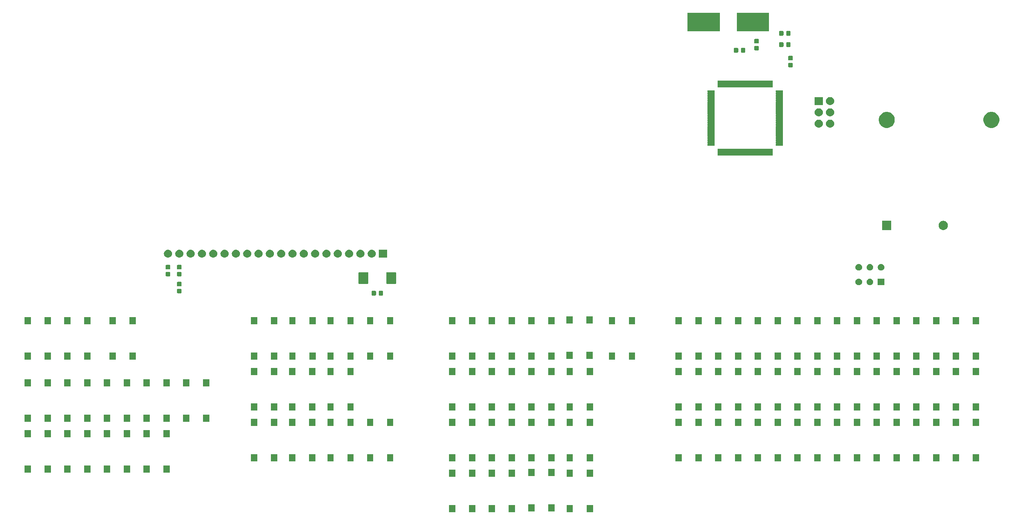
<source format=gbr>
G04 #@! TF.GenerationSoftware,KiCad,Pcbnew,5.1.4-e60b266~84~ubuntu18.04.1*
G04 #@! TF.CreationDate,2019-08-27T08:39:42+03:00*
G04 #@! TF.ProjectId,pcb,7063622e-6b69-4636-9164-5f7063625858,rev?*
G04 #@! TF.SameCoordinates,Original*
G04 #@! TF.FileFunction,Soldermask,Top*
G04 #@! TF.FilePolarity,Negative*
%FSLAX46Y46*%
G04 Gerber Fmt 4.6, Leading zero omitted, Abs format (unit mm)*
G04 Created by KiCad (PCBNEW 5.1.4-e60b266~84~ubuntu18.04.1) date 2019-08-27 08:39:42*
%MOMM*%
%LPD*%
G04 APERTURE LIST*
%ADD10C,0.100000*%
G04 APERTURE END LIST*
D10*
G36*
X149981000Y-133076000D02*
G01*
X148579000Y-133076000D01*
X148579000Y-131424000D01*
X149981000Y-131424000D01*
X149981000Y-133076000D01*
X149981000Y-133076000D01*
G37*
G36*
X123601000Y-133076000D02*
G01*
X122199000Y-133076000D01*
X122199000Y-131424000D01*
X123601000Y-131424000D01*
X123601000Y-133076000D01*
X123601000Y-133076000D01*
G37*
G36*
X119101000Y-133076000D02*
G01*
X117699000Y-133076000D01*
X117699000Y-131424000D01*
X119101000Y-131424000D01*
X119101000Y-133076000D01*
X119101000Y-133076000D01*
G37*
G36*
X132491000Y-133076000D02*
G01*
X131089000Y-133076000D01*
X131089000Y-131424000D01*
X132491000Y-131424000D01*
X132491000Y-133076000D01*
X132491000Y-133076000D01*
G37*
G36*
X127991000Y-133076000D02*
G01*
X126589000Y-133076000D01*
X126589000Y-131424000D01*
X127991000Y-131424000D01*
X127991000Y-133076000D01*
X127991000Y-133076000D01*
G37*
G36*
X145481000Y-133076000D02*
G01*
X144079000Y-133076000D01*
X144079000Y-131424000D01*
X145481000Y-131424000D01*
X145481000Y-133076000D01*
X145481000Y-133076000D01*
G37*
G36*
X136881000Y-132906000D02*
G01*
X135479000Y-132906000D01*
X135479000Y-131254000D01*
X136881000Y-131254000D01*
X136881000Y-132906000D01*
X136881000Y-132906000D01*
G37*
G36*
X141381000Y-132906000D02*
G01*
X139979000Y-132906000D01*
X139979000Y-131254000D01*
X141381000Y-131254000D01*
X141381000Y-132906000D01*
X141381000Y-132906000D01*
G37*
G36*
X127991000Y-125116000D02*
G01*
X126589000Y-125116000D01*
X126589000Y-123464000D01*
X127991000Y-123464000D01*
X127991000Y-125116000D01*
X127991000Y-125116000D01*
G37*
G36*
X149981000Y-125116000D02*
G01*
X148579000Y-125116000D01*
X148579000Y-123464000D01*
X149981000Y-123464000D01*
X149981000Y-125116000D01*
X149981000Y-125116000D01*
G37*
G36*
X119101000Y-125116000D02*
G01*
X117699000Y-125116000D01*
X117699000Y-123464000D01*
X119101000Y-123464000D01*
X119101000Y-125116000D01*
X119101000Y-125116000D01*
G37*
G36*
X123601000Y-125116000D02*
G01*
X122199000Y-125116000D01*
X122199000Y-123464000D01*
X123601000Y-123464000D01*
X123601000Y-125116000D01*
X123601000Y-125116000D01*
G37*
G36*
X132491000Y-125116000D02*
G01*
X131089000Y-125116000D01*
X131089000Y-123464000D01*
X132491000Y-123464000D01*
X132491000Y-125116000D01*
X132491000Y-125116000D01*
G37*
G36*
X145481000Y-125116000D02*
G01*
X144079000Y-125116000D01*
X144079000Y-123464000D01*
X145481000Y-123464000D01*
X145481000Y-125116000D01*
X145481000Y-125116000D01*
G37*
G36*
X136881000Y-124946000D02*
G01*
X135479000Y-124946000D01*
X135479000Y-123294000D01*
X136881000Y-123294000D01*
X136881000Y-124946000D01*
X136881000Y-124946000D01*
G37*
G36*
X141381000Y-124946000D02*
G01*
X139979000Y-124946000D01*
X139979000Y-123294000D01*
X141381000Y-123294000D01*
X141381000Y-124946000D01*
X141381000Y-124946000D01*
G37*
G36*
X46131000Y-124186000D02*
G01*
X44729000Y-124186000D01*
X44729000Y-122534000D01*
X46131000Y-122534000D01*
X46131000Y-124186000D01*
X46131000Y-124186000D01*
G37*
G36*
X28351000Y-124186000D02*
G01*
X26949000Y-124186000D01*
X26949000Y-122534000D01*
X28351000Y-122534000D01*
X28351000Y-124186000D01*
X28351000Y-124186000D01*
G37*
G36*
X37241000Y-124186000D02*
G01*
X35839000Y-124186000D01*
X35839000Y-122534000D01*
X37241000Y-122534000D01*
X37241000Y-124186000D01*
X37241000Y-124186000D01*
G37*
G36*
X32741000Y-124186000D02*
G01*
X31339000Y-124186000D01*
X31339000Y-122534000D01*
X32741000Y-122534000D01*
X32741000Y-124186000D01*
X32741000Y-124186000D01*
G37*
G36*
X41631000Y-124186000D02*
G01*
X40229000Y-124186000D01*
X40229000Y-122534000D01*
X41631000Y-122534000D01*
X41631000Y-124186000D01*
X41631000Y-124186000D01*
G37*
G36*
X55021000Y-124186000D02*
G01*
X53619000Y-124186000D01*
X53619000Y-122534000D01*
X55021000Y-122534000D01*
X55021000Y-124186000D01*
X55021000Y-124186000D01*
G37*
G36*
X23851000Y-124186000D02*
G01*
X22449000Y-124186000D01*
X22449000Y-122534000D01*
X23851000Y-122534000D01*
X23851000Y-124186000D01*
X23851000Y-124186000D01*
G37*
G36*
X50521000Y-124186000D02*
G01*
X49119000Y-124186000D01*
X49119000Y-122534000D01*
X50521000Y-122534000D01*
X50521000Y-124186000D01*
X50521000Y-124186000D01*
G37*
G36*
X223241000Y-121646000D02*
G01*
X221839000Y-121646000D01*
X221839000Y-119994000D01*
X223241000Y-119994000D01*
X223241000Y-121646000D01*
X223241000Y-121646000D01*
G37*
G36*
X183291000Y-121646000D02*
G01*
X181889000Y-121646000D01*
X181889000Y-119994000D01*
X183291000Y-119994000D01*
X183291000Y-121646000D01*
X183291000Y-121646000D01*
G37*
G36*
X236631000Y-121646000D02*
G01*
X235229000Y-121646000D01*
X235229000Y-119994000D01*
X236631000Y-119994000D01*
X236631000Y-121646000D01*
X236631000Y-121646000D01*
G37*
G36*
X232131000Y-121646000D02*
G01*
X230729000Y-121646000D01*
X230729000Y-119994000D01*
X232131000Y-119994000D01*
X232131000Y-121646000D01*
X232131000Y-121646000D01*
G37*
G36*
X136881000Y-121646000D02*
G01*
X135479000Y-121646000D01*
X135479000Y-119994000D01*
X136881000Y-119994000D01*
X136881000Y-121646000D01*
X136881000Y-121646000D01*
G37*
G36*
X149981000Y-121646000D02*
G01*
X148579000Y-121646000D01*
X148579000Y-119994000D01*
X149981000Y-119994000D01*
X149981000Y-121646000D01*
X149981000Y-121646000D01*
G37*
G36*
X145481000Y-121646000D02*
G01*
X144079000Y-121646000D01*
X144079000Y-119994000D01*
X145481000Y-119994000D01*
X145481000Y-121646000D01*
X145481000Y-121646000D01*
G37*
G36*
X187681000Y-121646000D02*
G01*
X186279000Y-121646000D01*
X186279000Y-119994000D01*
X187681000Y-119994000D01*
X187681000Y-121646000D01*
X187681000Y-121646000D01*
G37*
G36*
X169901000Y-121646000D02*
G01*
X168499000Y-121646000D01*
X168499000Y-119994000D01*
X169901000Y-119994000D01*
X169901000Y-121646000D01*
X169901000Y-121646000D01*
G37*
G36*
X174401000Y-121646000D02*
G01*
X172999000Y-121646000D01*
X172999000Y-119994000D01*
X174401000Y-119994000D01*
X174401000Y-121646000D01*
X174401000Y-121646000D01*
G37*
G36*
X178791000Y-121646000D02*
G01*
X177389000Y-121646000D01*
X177389000Y-119994000D01*
X178791000Y-119994000D01*
X178791000Y-121646000D01*
X178791000Y-121646000D01*
G37*
G36*
X79151000Y-121646000D02*
G01*
X77749000Y-121646000D01*
X77749000Y-119994000D01*
X79151000Y-119994000D01*
X79151000Y-121646000D01*
X79151000Y-121646000D01*
G37*
G36*
X192181000Y-121646000D02*
G01*
X190779000Y-121646000D01*
X190779000Y-119994000D01*
X192181000Y-119994000D01*
X192181000Y-121646000D01*
X192181000Y-121646000D01*
G37*
G36*
X196571000Y-121646000D02*
G01*
X195169000Y-121646000D01*
X195169000Y-119994000D01*
X196571000Y-119994000D01*
X196571000Y-121646000D01*
X196571000Y-121646000D01*
G37*
G36*
X201071000Y-121646000D02*
G01*
X199669000Y-121646000D01*
X199669000Y-119994000D01*
X201071000Y-119994000D01*
X201071000Y-121646000D01*
X201071000Y-121646000D01*
G37*
G36*
X74651000Y-121646000D02*
G01*
X73249000Y-121646000D01*
X73249000Y-119994000D01*
X74651000Y-119994000D01*
X74651000Y-121646000D01*
X74651000Y-121646000D01*
G37*
G36*
X214351000Y-121646000D02*
G01*
X212949000Y-121646000D01*
X212949000Y-119994000D01*
X214351000Y-119994000D01*
X214351000Y-121646000D01*
X214351000Y-121646000D01*
G37*
G36*
X227741000Y-121646000D02*
G01*
X226339000Y-121646000D01*
X226339000Y-119994000D01*
X227741000Y-119994000D01*
X227741000Y-121646000D01*
X227741000Y-121646000D01*
G37*
G36*
X132491000Y-121646000D02*
G01*
X131089000Y-121646000D01*
X131089000Y-119994000D01*
X132491000Y-119994000D01*
X132491000Y-121646000D01*
X132491000Y-121646000D01*
G37*
G36*
X141381000Y-121646000D02*
G01*
X139979000Y-121646000D01*
X139979000Y-119994000D01*
X141381000Y-119994000D01*
X141381000Y-121646000D01*
X141381000Y-121646000D01*
G37*
G36*
X87696000Y-121646000D02*
G01*
X86294000Y-121646000D01*
X86294000Y-119994000D01*
X87696000Y-119994000D01*
X87696000Y-121646000D01*
X87696000Y-121646000D01*
G37*
G36*
X83196000Y-121646000D02*
G01*
X81794000Y-121646000D01*
X81794000Y-119994000D01*
X83196000Y-119994000D01*
X83196000Y-121646000D01*
X83196000Y-121646000D01*
G37*
G36*
X96296000Y-121646000D02*
G01*
X94894000Y-121646000D01*
X94894000Y-119994000D01*
X96296000Y-119994000D01*
X96296000Y-121646000D01*
X96296000Y-121646000D01*
G37*
G36*
X105186000Y-121646000D02*
G01*
X103784000Y-121646000D01*
X103784000Y-119994000D01*
X105186000Y-119994000D01*
X105186000Y-121646000D01*
X105186000Y-121646000D01*
G37*
G36*
X91796000Y-121646000D02*
G01*
X90394000Y-121646000D01*
X90394000Y-119994000D01*
X91796000Y-119994000D01*
X91796000Y-121646000D01*
X91796000Y-121646000D01*
G37*
G36*
X127991000Y-121646000D02*
G01*
X126589000Y-121646000D01*
X126589000Y-119994000D01*
X127991000Y-119994000D01*
X127991000Y-121646000D01*
X127991000Y-121646000D01*
G37*
G36*
X123601000Y-121646000D02*
G01*
X122199000Y-121646000D01*
X122199000Y-119994000D01*
X123601000Y-119994000D01*
X123601000Y-121646000D01*
X123601000Y-121646000D01*
G37*
G36*
X119101000Y-121646000D02*
G01*
X117699000Y-121646000D01*
X117699000Y-119994000D01*
X119101000Y-119994000D01*
X119101000Y-121646000D01*
X119101000Y-121646000D01*
G37*
G36*
X100686000Y-121646000D02*
G01*
X99284000Y-121646000D01*
X99284000Y-119994000D01*
X100686000Y-119994000D01*
X100686000Y-121646000D01*
X100686000Y-121646000D01*
G37*
G36*
X209961000Y-121646000D02*
G01*
X208559000Y-121646000D01*
X208559000Y-119994000D01*
X209961000Y-119994000D01*
X209961000Y-121646000D01*
X209961000Y-121646000D01*
G37*
G36*
X205461000Y-121646000D02*
G01*
X204059000Y-121646000D01*
X204059000Y-119994000D01*
X205461000Y-119994000D01*
X205461000Y-121646000D01*
X205461000Y-121646000D01*
G37*
G36*
X218851000Y-121646000D02*
G01*
X217449000Y-121646000D01*
X217449000Y-119994000D01*
X218851000Y-119994000D01*
X218851000Y-121646000D01*
X218851000Y-121646000D01*
G37*
G36*
X23851000Y-116226000D02*
G01*
X22449000Y-116226000D01*
X22449000Y-114574000D01*
X23851000Y-114574000D01*
X23851000Y-116226000D01*
X23851000Y-116226000D01*
G37*
G36*
X55021000Y-116226000D02*
G01*
X53619000Y-116226000D01*
X53619000Y-114574000D01*
X55021000Y-114574000D01*
X55021000Y-116226000D01*
X55021000Y-116226000D01*
G37*
G36*
X50521000Y-116226000D02*
G01*
X49119000Y-116226000D01*
X49119000Y-114574000D01*
X50521000Y-114574000D01*
X50521000Y-116226000D01*
X50521000Y-116226000D01*
G37*
G36*
X28351000Y-116226000D02*
G01*
X26949000Y-116226000D01*
X26949000Y-114574000D01*
X28351000Y-114574000D01*
X28351000Y-116226000D01*
X28351000Y-116226000D01*
G37*
G36*
X32741000Y-116226000D02*
G01*
X31339000Y-116226000D01*
X31339000Y-114574000D01*
X32741000Y-114574000D01*
X32741000Y-116226000D01*
X32741000Y-116226000D01*
G37*
G36*
X46131000Y-116226000D02*
G01*
X44729000Y-116226000D01*
X44729000Y-114574000D01*
X46131000Y-114574000D01*
X46131000Y-116226000D01*
X46131000Y-116226000D01*
G37*
G36*
X41631000Y-116226000D02*
G01*
X40229000Y-116226000D01*
X40229000Y-114574000D01*
X41631000Y-114574000D01*
X41631000Y-116226000D01*
X41631000Y-116226000D01*
G37*
G36*
X37241000Y-116226000D02*
G01*
X35839000Y-116226000D01*
X35839000Y-114574000D01*
X37241000Y-114574000D01*
X37241000Y-116226000D01*
X37241000Y-116226000D01*
G37*
G36*
X214351000Y-113686000D02*
G01*
X212949000Y-113686000D01*
X212949000Y-112034000D01*
X214351000Y-112034000D01*
X214351000Y-113686000D01*
X214351000Y-113686000D01*
G37*
G36*
X132491000Y-113686000D02*
G01*
X131089000Y-113686000D01*
X131089000Y-112034000D01*
X132491000Y-112034000D01*
X132491000Y-113686000D01*
X132491000Y-113686000D01*
G37*
G36*
X236631000Y-113686000D02*
G01*
X235229000Y-113686000D01*
X235229000Y-112034000D01*
X236631000Y-112034000D01*
X236631000Y-113686000D01*
X236631000Y-113686000D01*
G37*
G36*
X232131000Y-113686000D02*
G01*
X230729000Y-113686000D01*
X230729000Y-112034000D01*
X232131000Y-112034000D01*
X232131000Y-113686000D01*
X232131000Y-113686000D01*
G37*
G36*
X74651000Y-113686000D02*
G01*
X73249000Y-113686000D01*
X73249000Y-112034000D01*
X74651000Y-112034000D01*
X74651000Y-113686000D01*
X74651000Y-113686000D01*
G37*
G36*
X127991000Y-113686000D02*
G01*
X126589000Y-113686000D01*
X126589000Y-112034000D01*
X127991000Y-112034000D01*
X127991000Y-113686000D01*
X127991000Y-113686000D01*
G37*
G36*
X227741000Y-113686000D02*
G01*
X226339000Y-113686000D01*
X226339000Y-112034000D01*
X227741000Y-112034000D01*
X227741000Y-113686000D01*
X227741000Y-113686000D01*
G37*
G36*
X223241000Y-113686000D02*
G01*
X221839000Y-113686000D01*
X221839000Y-112034000D01*
X223241000Y-112034000D01*
X223241000Y-113686000D01*
X223241000Y-113686000D01*
G37*
G36*
X218851000Y-113686000D02*
G01*
X217449000Y-113686000D01*
X217449000Y-112034000D01*
X218851000Y-112034000D01*
X218851000Y-113686000D01*
X218851000Y-113686000D01*
G37*
G36*
X196571000Y-113686000D02*
G01*
X195169000Y-113686000D01*
X195169000Y-112034000D01*
X196571000Y-112034000D01*
X196571000Y-113686000D01*
X196571000Y-113686000D01*
G37*
G36*
X83196000Y-113686000D02*
G01*
X81794000Y-113686000D01*
X81794000Y-112034000D01*
X83196000Y-112034000D01*
X83196000Y-113686000D01*
X83196000Y-113686000D01*
G37*
G36*
X87696000Y-113686000D02*
G01*
X86294000Y-113686000D01*
X86294000Y-112034000D01*
X87696000Y-112034000D01*
X87696000Y-113686000D01*
X87696000Y-113686000D01*
G37*
G36*
X91796000Y-113686000D02*
G01*
X90394000Y-113686000D01*
X90394000Y-112034000D01*
X91796000Y-112034000D01*
X91796000Y-113686000D01*
X91796000Y-113686000D01*
G37*
G36*
X96296000Y-113686000D02*
G01*
X94894000Y-113686000D01*
X94894000Y-112034000D01*
X96296000Y-112034000D01*
X96296000Y-113686000D01*
X96296000Y-113686000D01*
G37*
G36*
X119101000Y-113686000D02*
G01*
X117699000Y-113686000D01*
X117699000Y-112034000D01*
X119101000Y-112034000D01*
X119101000Y-113686000D01*
X119101000Y-113686000D01*
G37*
G36*
X123601000Y-113686000D02*
G01*
X122199000Y-113686000D01*
X122199000Y-112034000D01*
X123601000Y-112034000D01*
X123601000Y-113686000D01*
X123601000Y-113686000D01*
G37*
G36*
X136881000Y-113686000D02*
G01*
X135479000Y-113686000D01*
X135479000Y-112034000D01*
X136881000Y-112034000D01*
X136881000Y-113686000D01*
X136881000Y-113686000D01*
G37*
G36*
X187681000Y-113686000D02*
G01*
X186279000Y-113686000D01*
X186279000Y-112034000D01*
X187681000Y-112034000D01*
X187681000Y-113686000D01*
X187681000Y-113686000D01*
G37*
G36*
X174401000Y-113686000D02*
G01*
X172999000Y-113686000D01*
X172999000Y-112034000D01*
X174401000Y-112034000D01*
X174401000Y-113686000D01*
X174401000Y-113686000D01*
G37*
G36*
X178791000Y-113686000D02*
G01*
X177389000Y-113686000D01*
X177389000Y-112034000D01*
X178791000Y-112034000D01*
X178791000Y-113686000D01*
X178791000Y-113686000D01*
G37*
G36*
X183291000Y-113686000D02*
G01*
X181889000Y-113686000D01*
X181889000Y-112034000D01*
X183291000Y-112034000D01*
X183291000Y-113686000D01*
X183291000Y-113686000D01*
G37*
G36*
X145481000Y-113686000D02*
G01*
X144079000Y-113686000D01*
X144079000Y-112034000D01*
X145481000Y-112034000D01*
X145481000Y-113686000D01*
X145481000Y-113686000D01*
G37*
G36*
X192181000Y-113686000D02*
G01*
X190779000Y-113686000D01*
X190779000Y-112034000D01*
X192181000Y-112034000D01*
X192181000Y-113686000D01*
X192181000Y-113686000D01*
G37*
G36*
X201071000Y-113686000D02*
G01*
X199669000Y-113686000D01*
X199669000Y-112034000D01*
X201071000Y-112034000D01*
X201071000Y-113686000D01*
X201071000Y-113686000D01*
G37*
G36*
X205461000Y-113686000D02*
G01*
X204059000Y-113686000D01*
X204059000Y-112034000D01*
X205461000Y-112034000D01*
X205461000Y-113686000D01*
X205461000Y-113686000D01*
G37*
G36*
X169901000Y-113686000D02*
G01*
X168499000Y-113686000D01*
X168499000Y-112034000D01*
X169901000Y-112034000D01*
X169901000Y-113686000D01*
X169901000Y-113686000D01*
G37*
G36*
X149981000Y-113686000D02*
G01*
X148579000Y-113686000D01*
X148579000Y-112034000D01*
X149981000Y-112034000D01*
X149981000Y-113686000D01*
X149981000Y-113686000D01*
G37*
G36*
X79151000Y-113686000D02*
G01*
X77749000Y-113686000D01*
X77749000Y-112034000D01*
X79151000Y-112034000D01*
X79151000Y-113686000D01*
X79151000Y-113686000D01*
G37*
G36*
X100686000Y-113686000D02*
G01*
X99284000Y-113686000D01*
X99284000Y-112034000D01*
X100686000Y-112034000D01*
X100686000Y-113686000D01*
X100686000Y-113686000D01*
G37*
G36*
X105186000Y-113686000D02*
G01*
X103784000Y-113686000D01*
X103784000Y-112034000D01*
X105186000Y-112034000D01*
X105186000Y-113686000D01*
X105186000Y-113686000D01*
G37*
G36*
X141381000Y-113686000D02*
G01*
X139979000Y-113686000D01*
X139979000Y-112034000D01*
X141381000Y-112034000D01*
X141381000Y-113686000D01*
X141381000Y-113686000D01*
G37*
G36*
X209961000Y-113686000D02*
G01*
X208559000Y-113686000D01*
X208559000Y-112034000D01*
X209961000Y-112034000D01*
X209961000Y-113686000D01*
X209961000Y-113686000D01*
G37*
G36*
X37241000Y-112756000D02*
G01*
X35839000Y-112756000D01*
X35839000Y-111104000D01*
X37241000Y-111104000D01*
X37241000Y-112756000D01*
X37241000Y-112756000D01*
G37*
G36*
X50521000Y-112756000D02*
G01*
X49119000Y-112756000D01*
X49119000Y-111104000D01*
X50521000Y-111104000D01*
X50521000Y-112756000D01*
X50521000Y-112756000D01*
G37*
G36*
X55021000Y-112756000D02*
G01*
X53619000Y-112756000D01*
X53619000Y-111104000D01*
X55021000Y-111104000D01*
X55021000Y-112756000D01*
X55021000Y-112756000D01*
G37*
G36*
X59411000Y-112756000D02*
G01*
X58009000Y-112756000D01*
X58009000Y-111104000D01*
X59411000Y-111104000D01*
X59411000Y-112756000D01*
X59411000Y-112756000D01*
G37*
G36*
X23851000Y-112756000D02*
G01*
X22449000Y-112756000D01*
X22449000Y-111104000D01*
X23851000Y-111104000D01*
X23851000Y-112756000D01*
X23851000Y-112756000D01*
G37*
G36*
X41631000Y-112756000D02*
G01*
X40229000Y-112756000D01*
X40229000Y-111104000D01*
X41631000Y-111104000D01*
X41631000Y-112756000D01*
X41631000Y-112756000D01*
G37*
G36*
X28351000Y-112756000D02*
G01*
X26949000Y-112756000D01*
X26949000Y-111104000D01*
X28351000Y-111104000D01*
X28351000Y-112756000D01*
X28351000Y-112756000D01*
G37*
G36*
X46131000Y-112756000D02*
G01*
X44729000Y-112756000D01*
X44729000Y-111104000D01*
X46131000Y-111104000D01*
X46131000Y-112756000D01*
X46131000Y-112756000D01*
G37*
G36*
X32741000Y-112756000D02*
G01*
X31339000Y-112756000D01*
X31339000Y-111104000D01*
X32741000Y-111104000D01*
X32741000Y-112756000D01*
X32741000Y-112756000D01*
G37*
G36*
X63911000Y-112756000D02*
G01*
X62509000Y-112756000D01*
X62509000Y-111104000D01*
X63911000Y-111104000D01*
X63911000Y-112756000D01*
X63911000Y-112756000D01*
G37*
G36*
X87696000Y-110216000D02*
G01*
X86294000Y-110216000D01*
X86294000Y-108564000D01*
X87696000Y-108564000D01*
X87696000Y-110216000D01*
X87696000Y-110216000D01*
G37*
G36*
X91796000Y-110216000D02*
G01*
X90394000Y-110216000D01*
X90394000Y-108564000D01*
X91796000Y-108564000D01*
X91796000Y-110216000D01*
X91796000Y-110216000D01*
G37*
G36*
X83196000Y-110216000D02*
G01*
X81794000Y-110216000D01*
X81794000Y-108564000D01*
X83196000Y-108564000D01*
X83196000Y-110216000D01*
X83196000Y-110216000D01*
G37*
G36*
X178791000Y-110216000D02*
G01*
X177389000Y-110216000D01*
X177389000Y-108564000D01*
X178791000Y-108564000D01*
X178791000Y-110216000D01*
X178791000Y-110216000D01*
G37*
G36*
X174401000Y-110216000D02*
G01*
X172999000Y-110216000D01*
X172999000Y-108564000D01*
X174401000Y-108564000D01*
X174401000Y-110216000D01*
X174401000Y-110216000D01*
G37*
G36*
X169901000Y-110216000D02*
G01*
X168499000Y-110216000D01*
X168499000Y-108564000D01*
X169901000Y-108564000D01*
X169901000Y-110216000D01*
X169901000Y-110216000D01*
G37*
G36*
X209961000Y-110216000D02*
G01*
X208559000Y-110216000D01*
X208559000Y-108564000D01*
X209961000Y-108564000D01*
X209961000Y-110216000D01*
X209961000Y-110216000D01*
G37*
G36*
X141381000Y-110216000D02*
G01*
X139979000Y-110216000D01*
X139979000Y-108564000D01*
X141381000Y-108564000D01*
X141381000Y-110216000D01*
X141381000Y-110216000D01*
G37*
G36*
X136881000Y-110216000D02*
G01*
X135479000Y-110216000D01*
X135479000Y-108564000D01*
X136881000Y-108564000D01*
X136881000Y-110216000D01*
X136881000Y-110216000D01*
G37*
G36*
X132491000Y-110216000D02*
G01*
X131089000Y-110216000D01*
X131089000Y-108564000D01*
X132491000Y-108564000D01*
X132491000Y-110216000D01*
X132491000Y-110216000D01*
G37*
G36*
X127991000Y-110216000D02*
G01*
X126589000Y-110216000D01*
X126589000Y-108564000D01*
X127991000Y-108564000D01*
X127991000Y-110216000D01*
X127991000Y-110216000D01*
G37*
G36*
X218851000Y-110216000D02*
G01*
X217449000Y-110216000D01*
X217449000Y-108564000D01*
X218851000Y-108564000D01*
X218851000Y-110216000D01*
X218851000Y-110216000D01*
G37*
G36*
X227741000Y-110216000D02*
G01*
X226339000Y-110216000D01*
X226339000Y-108564000D01*
X227741000Y-108564000D01*
X227741000Y-110216000D01*
X227741000Y-110216000D01*
G37*
G36*
X223241000Y-110216000D02*
G01*
X221839000Y-110216000D01*
X221839000Y-108564000D01*
X223241000Y-108564000D01*
X223241000Y-110216000D01*
X223241000Y-110216000D01*
G37*
G36*
X214351000Y-110216000D02*
G01*
X212949000Y-110216000D01*
X212949000Y-108564000D01*
X214351000Y-108564000D01*
X214351000Y-110216000D01*
X214351000Y-110216000D01*
G37*
G36*
X96296000Y-110216000D02*
G01*
X94894000Y-110216000D01*
X94894000Y-108564000D01*
X96296000Y-108564000D01*
X96296000Y-110216000D01*
X96296000Y-110216000D01*
G37*
G36*
X183291000Y-110216000D02*
G01*
X181889000Y-110216000D01*
X181889000Y-108564000D01*
X183291000Y-108564000D01*
X183291000Y-110216000D01*
X183291000Y-110216000D01*
G37*
G36*
X236631000Y-110216000D02*
G01*
X235229000Y-110216000D01*
X235229000Y-108564000D01*
X236631000Y-108564000D01*
X236631000Y-110216000D01*
X236631000Y-110216000D01*
G37*
G36*
X232131000Y-110216000D02*
G01*
X230729000Y-110216000D01*
X230729000Y-108564000D01*
X232131000Y-108564000D01*
X232131000Y-110216000D01*
X232131000Y-110216000D01*
G37*
G36*
X145481000Y-110216000D02*
G01*
X144079000Y-110216000D01*
X144079000Y-108564000D01*
X145481000Y-108564000D01*
X145481000Y-110216000D01*
X145481000Y-110216000D01*
G37*
G36*
X149981000Y-110216000D02*
G01*
X148579000Y-110216000D01*
X148579000Y-108564000D01*
X149981000Y-108564000D01*
X149981000Y-110216000D01*
X149981000Y-110216000D01*
G37*
G36*
X79151000Y-110216000D02*
G01*
X77749000Y-110216000D01*
X77749000Y-108564000D01*
X79151000Y-108564000D01*
X79151000Y-110216000D01*
X79151000Y-110216000D01*
G37*
G36*
X119101000Y-110216000D02*
G01*
X117699000Y-110216000D01*
X117699000Y-108564000D01*
X119101000Y-108564000D01*
X119101000Y-110216000D01*
X119101000Y-110216000D01*
G37*
G36*
X123601000Y-110216000D02*
G01*
X122199000Y-110216000D01*
X122199000Y-108564000D01*
X123601000Y-108564000D01*
X123601000Y-110216000D01*
X123601000Y-110216000D01*
G37*
G36*
X205461000Y-110216000D02*
G01*
X204059000Y-110216000D01*
X204059000Y-108564000D01*
X205461000Y-108564000D01*
X205461000Y-110216000D01*
X205461000Y-110216000D01*
G37*
G36*
X201071000Y-110216000D02*
G01*
X199669000Y-110216000D01*
X199669000Y-108564000D01*
X201071000Y-108564000D01*
X201071000Y-110216000D01*
X201071000Y-110216000D01*
G37*
G36*
X196571000Y-110216000D02*
G01*
X195169000Y-110216000D01*
X195169000Y-108564000D01*
X196571000Y-108564000D01*
X196571000Y-110216000D01*
X196571000Y-110216000D01*
G37*
G36*
X192181000Y-110216000D02*
G01*
X190779000Y-110216000D01*
X190779000Y-108564000D01*
X192181000Y-108564000D01*
X192181000Y-110216000D01*
X192181000Y-110216000D01*
G37*
G36*
X74651000Y-110216000D02*
G01*
X73249000Y-110216000D01*
X73249000Y-108564000D01*
X74651000Y-108564000D01*
X74651000Y-110216000D01*
X74651000Y-110216000D01*
G37*
G36*
X187681000Y-110216000D02*
G01*
X186279000Y-110216000D01*
X186279000Y-108564000D01*
X187681000Y-108564000D01*
X187681000Y-110216000D01*
X187681000Y-110216000D01*
G37*
G36*
X37241000Y-104796000D02*
G01*
X35839000Y-104796000D01*
X35839000Y-103144000D01*
X37241000Y-103144000D01*
X37241000Y-104796000D01*
X37241000Y-104796000D01*
G37*
G36*
X55021000Y-104796000D02*
G01*
X53619000Y-104796000D01*
X53619000Y-103144000D01*
X55021000Y-103144000D01*
X55021000Y-104796000D01*
X55021000Y-104796000D01*
G37*
G36*
X50521000Y-104796000D02*
G01*
X49119000Y-104796000D01*
X49119000Y-103144000D01*
X50521000Y-103144000D01*
X50521000Y-104796000D01*
X50521000Y-104796000D01*
G37*
G36*
X46131000Y-104796000D02*
G01*
X44729000Y-104796000D01*
X44729000Y-103144000D01*
X46131000Y-103144000D01*
X46131000Y-104796000D01*
X46131000Y-104796000D01*
G37*
G36*
X41631000Y-104796000D02*
G01*
X40229000Y-104796000D01*
X40229000Y-103144000D01*
X41631000Y-103144000D01*
X41631000Y-104796000D01*
X41631000Y-104796000D01*
G37*
G36*
X28351000Y-104796000D02*
G01*
X26949000Y-104796000D01*
X26949000Y-103144000D01*
X28351000Y-103144000D01*
X28351000Y-104796000D01*
X28351000Y-104796000D01*
G37*
G36*
X59411000Y-104796000D02*
G01*
X58009000Y-104796000D01*
X58009000Y-103144000D01*
X59411000Y-103144000D01*
X59411000Y-104796000D01*
X59411000Y-104796000D01*
G37*
G36*
X63911000Y-104796000D02*
G01*
X62509000Y-104796000D01*
X62509000Y-103144000D01*
X63911000Y-103144000D01*
X63911000Y-104796000D01*
X63911000Y-104796000D01*
G37*
G36*
X23851000Y-104796000D02*
G01*
X22449000Y-104796000D01*
X22449000Y-103144000D01*
X23851000Y-103144000D01*
X23851000Y-104796000D01*
X23851000Y-104796000D01*
G37*
G36*
X32741000Y-104796000D02*
G01*
X31339000Y-104796000D01*
X31339000Y-103144000D01*
X32741000Y-103144000D01*
X32741000Y-104796000D01*
X32741000Y-104796000D01*
G37*
G36*
X174401000Y-102256000D02*
G01*
X172999000Y-102256000D01*
X172999000Y-100604000D01*
X174401000Y-100604000D01*
X174401000Y-102256000D01*
X174401000Y-102256000D01*
G37*
G36*
X178791000Y-102256000D02*
G01*
X177389000Y-102256000D01*
X177389000Y-100604000D01*
X178791000Y-100604000D01*
X178791000Y-102256000D01*
X178791000Y-102256000D01*
G37*
G36*
X236631000Y-102256000D02*
G01*
X235229000Y-102256000D01*
X235229000Y-100604000D01*
X236631000Y-100604000D01*
X236631000Y-102256000D01*
X236631000Y-102256000D01*
G37*
G36*
X187681000Y-102256000D02*
G01*
X186279000Y-102256000D01*
X186279000Y-100604000D01*
X187681000Y-100604000D01*
X187681000Y-102256000D01*
X187681000Y-102256000D01*
G37*
G36*
X192181000Y-102256000D02*
G01*
X190779000Y-102256000D01*
X190779000Y-100604000D01*
X192181000Y-100604000D01*
X192181000Y-102256000D01*
X192181000Y-102256000D01*
G37*
G36*
X196571000Y-102256000D02*
G01*
X195169000Y-102256000D01*
X195169000Y-100604000D01*
X196571000Y-100604000D01*
X196571000Y-102256000D01*
X196571000Y-102256000D01*
G37*
G36*
X201071000Y-102256000D02*
G01*
X199669000Y-102256000D01*
X199669000Y-100604000D01*
X201071000Y-100604000D01*
X201071000Y-102256000D01*
X201071000Y-102256000D01*
G37*
G36*
X205461000Y-102256000D02*
G01*
X204059000Y-102256000D01*
X204059000Y-100604000D01*
X205461000Y-100604000D01*
X205461000Y-102256000D01*
X205461000Y-102256000D01*
G37*
G36*
X209961000Y-102256000D02*
G01*
X208559000Y-102256000D01*
X208559000Y-100604000D01*
X209961000Y-100604000D01*
X209961000Y-102256000D01*
X209961000Y-102256000D01*
G37*
G36*
X214351000Y-102256000D02*
G01*
X212949000Y-102256000D01*
X212949000Y-100604000D01*
X214351000Y-100604000D01*
X214351000Y-102256000D01*
X214351000Y-102256000D01*
G37*
G36*
X218851000Y-102256000D02*
G01*
X217449000Y-102256000D01*
X217449000Y-100604000D01*
X218851000Y-100604000D01*
X218851000Y-102256000D01*
X218851000Y-102256000D01*
G37*
G36*
X223241000Y-102256000D02*
G01*
X221839000Y-102256000D01*
X221839000Y-100604000D01*
X223241000Y-100604000D01*
X223241000Y-102256000D01*
X223241000Y-102256000D01*
G37*
G36*
X127991000Y-102256000D02*
G01*
X126589000Y-102256000D01*
X126589000Y-100604000D01*
X127991000Y-100604000D01*
X127991000Y-102256000D01*
X127991000Y-102256000D01*
G37*
G36*
X227741000Y-102256000D02*
G01*
X226339000Y-102256000D01*
X226339000Y-100604000D01*
X227741000Y-100604000D01*
X227741000Y-102256000D01*
X227741000Y-102256000D01*
G37*
G36*
X232131000Y-102256000D02*
G01*
X230729000Y-102256000D01*
X230729000Y-100604000D01*
X232131000Y-100604000D01*
X232131000Y-102256000D01*
X232131000Y-102256000D01*
G37*
G36*
X149981000Y-102256000D02*
G01*
X148579000Y-102256000D01*
X148579000Y-100604000D01*
X149981000Y-100604000D01*
X149981000Y-102256000D01*
X149981000Y-102256000D01*
G37*
G36*
X169901000Y-102256000D02*
G01*
X168499000Y-102256000D01*
X168499000Y-100604000D01*
X169901000Y-100604000D01*
X169901000Y-102256000D01*
X169901000Y-102256000D01*
G37*
G36*
X74651000Y-102256000D02*
G01*
X73249000Y-102256000D01*
X73249000Y-100604000D01*
X74651000Y-100604000D01*
X74651000Y-102256000D01*
X74651000Y-102256000D01*
G37*
G36*
X123601000Y-102256000D02*
G01*
X122199000Y-102256000D01*
X122199000Y-100604000D01*
X123601000Y-100604000D01*
X123601000Y-102256000D01*
X123601000Y-102256000D01*
G37*
G36*
X132491000Y-102256000D02*
G01*
X131089000Y-102256000D01*
X131089000Y-100604000D01*
X132491000Y-100604000D01*
X132491000Y-102256000D01*
X132491000Y-102256000D01*
G37*
G36*
X136881000Y-102256000D02*
G01*
X135479000Y-102256000D01*
X135479000Y-100604000D01*
X136881000Y-100604000D01*
X136881000Y-102256000D01*
X136881000Y-102256000D01*
G37*
G36*
X141381000Y-102256000D02*
G01*
X139979000Y-102256000D01*
X139979000Y-100604000D01*
X141381000Y-100604000D01*
X141381000Y-102256000D01*
X141381000Y-102256000D01*
G37*
G36*
X145481000Y-102256000D02*
G01*
X144079000Y-102256000D01*
X144079000Y-100604000D01*
X145481000Y-100604000D01*
X145481000Y-102256000D01*
X145481000Y-102256000D01*
G37*
G36*
X79151000Y-102256000D02*
G01*
X77749000Y-102256000D01*
X77749000Y-100604000D01*
X79151000Y-100604000D01*
X79151000Y-102256000D01*
X79151000Y-102256000D01*
G37*
G36*
X96296000Y-102256000D02*
G01*
X94894000Y-102256000D01*
X94894000Y-100604000D01*
X96296000Y-100604000D01*
X96296000Y-102256000D01*
X96296000Y-102256000D01*
G37*
G36*
X83196000Y-102256000D02*
G01*
X81794000Y-102256000D01*
X81794000Y-100604000D01*
X83196000Y-100604000D01*
X83196000Y-102256000D01*
X83196000Y-102256000D01*
G37*
G36*
X87696000Y-102256000D02*
G01*
X86294000Y-102256000D01*
X86294000Y-100604000D01*
X87696000Y-100604000D01*
X87696000Y-102256000D01*
X87696000Y-102256000D01*
G37*
G36*
X91796000Y-102256000D02*
G01*
X90394000Y-102256000D01*
X90394000Y-100604000D01*
X91796000Y-100604000D01*
X91796000Y-102256000D01*
X91796000Y-102256000D01*
G37*
G36*
X183291000Y-102256000D02*
G01*
X181889000Y-102256000D01*
X181889000Y-100604000D01*
X183291000Y-100604000D01*
X183291000Y-102256000D01*
X183291000Y-102256000D01*
G37*
G36*
X119101000Y-102256000D02*
G01*
X117699000Y-102256000D01*
X117699000Y-100604000D01*
X119101000Y-100604000D01*
X119101000Y-102256000D01*
X119101000Y-102256000D01*
G37*
G36*
X183291000Y-98786000D02*
G01*
X181889000Y-98786000D01*
X181889000Y-97134000D01*
X183291000Y-97134000D01*
X183291000Y-98786000D01*
X183291000Y-98786000D01*
G37*
G36*
X100686000Y-98786000D02*
G01*
X99284000Y-98786000D01*
X99284000Y-97134000D01*
X100686000Y-97134000D01*
X100686000Y-98786000D01*
X100686000Y-98786000D01*
G37*
G36*
X105186000Y-98786000D02*
G01*
X103784000Y-98786000D01*
X103784000Y-97134000D01*
X105186000Y-97134000D01*
X105186000Y-98786000D01*
X105186000Y-98786000D01*
G37*
G36*
X74651000Y-98786000D02*
G01*
X73249000Y-98786000D01*
X73249000Y-97134000D01*
X74651000Y-97134000D01*
X74651000Y-98786000D01*
X74651000Y-98786000D01*
G37*
G36*
X23851000Y-98786000D02*
G01*
X22449000Y-98786000D01*
X22449000Y-97134000D01*
X23851000Y-97134000D01*
X23851000Y-98786000D01*
X23851000Y-98786000D01*
G37*
G36*
X28351000Y-98786000D02*
G01*
X26949000Y-98786000D01*
X26949000Y-97134000D01*
X28351000Y-97134000D01*
X28351000Y-98786000D01*
X28351000Y-98786000D01*
G37*
G36*
X79151000Y-98786000D02*
G01*
X77749000Y-98786000D01*
X77749000Y-97134000D01*
X79151000Y-97134000D01*
X79151000Y-98786000D01*
X79151000Y-98786000D01*
G37*
G36*
X32741000Y-98786000D02*
G01*
X31339000Y-98786000D01*
X31339000Y-97134000D01*
X32741000Y-97134000D01*
X32741000Y-98786000D01*
X32741000Y-98786000D01*
G37*
G36*
X37241000Y-98786000D02*
G01*
X35839000Y-98786000D01*
X35839000Y-97134000D01*
X37241000Y-97134000D01*
X37241000Y-98786000D01*
X37241000Y-98786000D01*
G37*
G36*
X83251000Y-98786000D02*
G01*
X81849000Y-98786000D01*
X81849000Y-97134000D01*
X83251000Y-97134000D01*
X83251000Y-98786000D01*
X83251000Y-98786000D01*
G37*
G36*
X87751000Y-98786000D02*
G01*
X86349000Y-98786000D01*
X86349000Y-97134000D01*
X87751000Y-97134000D01*
X87751000Y-98786000D01*
X87751000Y-98786000D01*
G37*
G36*
X91796000Y-98786000D02*
G01*
X90394000Y-98786000D01*
X90394000Y-97134000D01*
X91796000Y-97134000D01*
X91796000Y-98786000D01*
X91796000Y-98786000D01*
G37*
G36*
X47401000Y-98786000D02*
G01*
X45999000Y-98786000D01*
X45999000Y-97134000D01*
X47401000Y-97134000D01*
X47401000Y-98786000D01*
X47401000Y-98786000D01*
G37*
G36*
X159451000Y-98786000D02*
G01*
X158049000Y-98786000D01*
X158049000Y-97134000D01*
X159451000Y-97134000D01*
X159451000Y-98786000D01*
X159451000Y-98786000D01*
G37*
G36*
X154951000Y-98786000D02*
G01*
X153549000Y-98786000D01*
X153549000Y-97134000D01*
X154951000Y-97134000D01*
X154951000Y-98786000D01*
X154951000Y-98786000D01*
G37*
G36*
X123601000Y-98786000D02*
G01*
X122199000Y-98786000D01*
X122199000Y-97134000D01*
X123601000Y-97134000D01*
X123601000Y-98786000D01*
X123601000Y-98786000D01*
G37*
G36*
X119101000Y-98786000D02*
G01*
X117699000Y-98786000D01*
X117699000Y-97134000D01*
X119101000Y-97134000D01*
X119101000Y-98786000D01*
X119101000Y-98786000D01*
G37*
G36*
X96296000Y-98786000D02*
G01*
X94894000Y-98786000D01*
X94894000Y-97134000D01*
X96296000Y-97134000D01*
X96296000Y-98786000D01*
X96296000Y-98786000D01*
G37*
G36*
X42901000Y-98786000D02*
G01*
X41499000Y-98786000D01*
X41499000Y-97134000D01*
X42901000Y-97134000D01*
X42901000Y-98786000D01*
X42901000Y-98786000D01*
G37*
G36*
X223241000Y-98786000D02*
G01*
X221839000Y-98786000D01*
X221839000Y-97134000D01*
X223241000Y-97134000D01*
X223241000Y-98786000D01*
X223241000Y-98786000D01*
G37*
G36*
X178791000Y-98786000D02*
G01*
X177389000Y-98786000D01*
X177389000Y-97134000D01*
X178791000Y-97134000D01*
X178791000Y-98786000D01*
X178791000Y-98786000D01*
G37*
G36*
X136881000Y-98786000D02*
G01*
X135479000Y-98786000D01*
X135479000Y-97134000D01*
X136881000Y-97134000D01*
X136881000Y-98786000D01*
X136881000Y-98786000D01*
G37*
G36*
X141381000Y-98786000D02*
G01*
X139979000Y-98786000D01*
X139979000Y-97134000D01*
X141381000Y-97134000D01*
X141381000Y-98786000D01*
X141381000Y-98786000D01*
G37*
G36*
X127991000Y-98786000D02*
G01*
X126589000Y-98786000D01*
X126589000Y-97134000D01*
X127991000Y-97134000D01*
X127991000Y-98786000D01*
X127991000Y-98786000D01*
G37*
G36*
X169901000Y-98786000D02*
G01*
X168499000Y-98786000D01*
X168499000Y-97134000D01*
X169901000Y-97134000D01*
X169901000Y-98786000D01*
X169901000Y-98786000D01*
G37*
G36*
X132491000Y-98786000D02*
G01*
X131089000Y-98786000D01*
X131089000Y-97134000D01*
X132491000Y-97134000D01*
X132491000Y-98786000D01*
X132491000Y-98786000D01*
G37*
G36*
X174401000Y-98786000D02*
G01*
X172999000Y-98786000D01*
X172999000Y-97134000D01*
X174401000Y-97134000D01*
X174401000Y-98786000D01*
X174401000Y-98786000D01*
G37*
G36*
X232131000Y-98786000D02*
G01*
X230729000Y-98786000D01*
X230729000Y-97134000D01*
X232131000Y-97134000D01*
X232131000Y-98786000D01*
X232131000Y-98786000D01*
G37*
G36*
X236631000Y-98786000D02*
G01*
X235229000Y-98786000D01*
X235229000Y-97134000D01*
X236631000Y-97134000D01*
X236631000Y-98786000D01*
X236631000Y-98786000D01*
G37*
G36*
X227741000Y-98786000D02*
G01*
X226339000Y-98786000D01*
X226339000Y-97134000D01*
X227741000Y-97134000D01*
X227741000Y-98786000D01*
X227741000Y-98786000D01*
G37*
G36*
X214351000Y-98786000D02*
G01*
X212949000Y-98786000D01*
X212949000Y-97134000D01*
X214351000Y-97134000D01*
X214351000Y-98786000D01*
X214351000Y-98786000D01*
G37*
G36*
X218851000Y-98786000D02*
G01*
X217449000Y-98786000D01*
X217449000Y-97134000D01*
X218851000Y-97134000D01*
X218851000Y-98786000D01*
X218851000Y-98786000D01*
G37*
G36*
X205461000Y-98786000D02*
G01*
X204059000Y-98786000D01*
X204059000Y-97134000D01*
X205461000Y-97134000D01*
X205461000Y-98786000D01*
X205461000Y-98786000D01*
G37*
G36*
X209961000Y-98786000D02*
G01*
X208559000Y-98786000D01*
X208559000Y-97134000D01*
X209961000Y-97134000D01*
X209961000Y-98786000D01*
X209961000Y-98786000D01*
G37*
G36*
X196571000Y-98786000D02*
G01*
X195169000Y-98786000D01*
X195169000Y-97134000D01*
X196571000Y-97134000D01*
X196571000Y-98786000D01*
X196571000Y-98786000D01*
G37*
G36*
X201071000Y-98786000D02*
G01*
X199669000Y-98786000D01*
X199669000Y-97134000D01*
X201071000Y-97134000D01*
X201071000Y-98786000D01*
X201071000Y-98786000D01*
G37*
G36*
X187681000Y-98786000D02*
G01*
X186279000Y-98786000D01*
X186279000Y-97134000D01*
X187681000Y-97134000D01*
X187681000Y-98786000D01*
X187681000Y-98786000D01*
G37*
G36*
X192181000Y-98786000D02*
G01*
X190779000Y-98786000D01*
X190779000Y-97134000D01*
X192181000Y-97134000D01*
X192181000Y-98786000D01*
X192181000Y-98786000D01*
G37*
G36*
X145426000Y-98616000D02*
G01*
X144024000Y-98616000D01*
X144024000Y-96964000D01*
X145426000Y-96964000D01*
X145426000Y-98616000D01*
X145426000Y-98616000D01*
G37*
G36*
X149926000Y-98616000D02*
G01*
X148524000Y-98616000D01*
X148524000Y-96964000D01*
X149926000Y-96964000D01*
X149926000Y-98616000D01*
X149926000Y-98616000D01*
G37*
G36*
X159451000Y-90826000D02*
G01*
X158049000Y-90826000D01*
X158049000Y-89174000D01*
X159451000Y-89174000D01*
X159451000Y-90826000D01*
X159451000Y-90826000D01*
G37*
G36*
X87751000Y-90826000D02*
G01*
X86349000Y-90826000D01*
X86349000Y-89174000D01*
X87751000Y-89174000D01*
X87751000Y-90826000D01*
X87751000Y-90826000D01*
G37*
G36*
X136881000Y-90826000D02*
G01*
X135479000Y-90826000D01*
X135479000Y-89174000D01*
X136881000Y-89174000D01*
X136881000Y-90826000D01*
X136881000Y-90826000D01*
G37*
G36*
X141381000Y-90826000D02*
G01*
X139979000Y-90826000D01*
X139979000Y-89174000D01*
X141381000Y-89174000D01*
X141381000Y-90826000D01*
X141381000Y-90826000D01*
G37*
G36*
X123601000Y-90826000D02*
G01*
X122199000Y-90826000D01*
X122199000Y-89174000D01*
X123601000Y-89174000D01*
X123601000Y-90826000D01*
X123601000Y-90826000D01*
G37*
G36*
X119101000Y-90826000D02*
G01*
X117699000Y-90826000D01*
X117699000Y-89174000D01*
X119101000Y-89174000D01*
X119101000Y-90826000D01*
X119101000Y-90826000D01*
G37*
G36*
X32741000Y-90826000D02*
G01*
X31339000Y-90826000D01*
X31339000Y-89174000D01*
X32741000Y-89174000D01*
X32741000Y-90826000D01*
X32741000Y-90826000D01*
G37*
G36*
X37241000Y-90826000D02*
G01*
X35839000Y-90826000D01*
X35839000Y-89174000D01*
X37241000Y-89174000D01*
X37241000Y-90826000D01*
X37241000Y-90826000D01*
G37*
G36*
X23851000Y-90826000D02*
G01*
X22449000Y-90826000D01*
X22449000Y-89174000D01*
X23851000Y-89174000D01*
X23851000Y-90826000D01*
X23851000Y-90826000D01*
G37*
G36*
X28351000Y-90826000D02*
G01*
X26949000Y-90826000D01*
X26949000Y-89174000D01*
X28351000Y-89174000D01*
X28351000Y-90826000D01*
X28351000Y-90826000D01*
G37*
G36*
X154951000Y-90826000D02*
G01*
X153549000Y-90826000D01*
X153549000Y-89174000D01*
X154951000Y-89174000D01*
X154951000Y-90826000D01*
X154951000Y-90826000D01*
G37*
G36*
X105186000Y-90826000D02*
G01*
X103784000Y-90826000D01*
X103784000Y-89174000D01*
X105186000Y-89174000D01*
X105186000Y-90826000D01*
X105186000Y-90826000D01*
G37*
G36*
X42901000Y-90826000D02*
G01*
X41499000Y-90826000D01*
X41499000Y-89174000D01*
X42901000Y-89174000D01*
X42901000Y-90826000D01*
X42901000Y-90826000D01*
G37*
G36*
X47401000Y-90826000D02*
G01*
X45999000Y-90826000D01*
X45999000Y-89174000D01*
X47401000Y-89174000D01*
X47401000Y-90826000D01*
X47401000Y-90826000D01*
G37*
G36*
X74651000Y-90826000D02*
G01*
X73249000Y-90826000D01*
X73249000Y-89174000D01*
X74651000Y-89174000D01*
X74651000Y-90826000D01*
X74651000Y-90826000D01*
G37*
G36*
X79151000Y-90826000D02*
G01*
X77749000Y-90826000D01*
X77749000Y-89174000D01*
X79151000Y-89174000D01*
X79151000Y-90826000D01*
X79151000Y-90826000D01*
G37*
G36*
X83251000Y-90826000D02*
G01*
X81849000Y-90826000D01*
X81849000Y-89174000D01*
X83251000Y-89174000D01*
X83251000Y-90826000D01*
X83251000Y-90826000D01*
G37*
G36*
X91796000Y-90826000D02*
G01*
X90394000Y-90826000D01*
X90394000Y-89174000D01*
X91796000Y-89174000D01*
X91796000Y-90826000D01*
X91796000Y-90826000D01*
G37*
G36*
X96296000Y-90826000D02*
G01*
X94894000Y-90826000D01*
X94894000Y-89174000D01*
X96296000Y-89174000D01*
X96296000Y-90826000D01*
X96296000Y-90826000D01*
G37*
G36*
X227741000Y-90826000D02*
G01*
X226339000Y-90826000D01*
X226339000Y-89174000D01*
X227741000Y-89174000D01*
X227741000Y-90826000D01*
X227741000Y-90826000D01*
G37*
G36*
X132491000Y-90826000D02*
G01*
X131089000Y-90826000D01*
X131089000Y-89174000D01*
X132491000Y-89174000D01*
X132491000Y-90826000D01*
X132491000Y-90826000D01*
G37*
G36*
X223241000Y-90826000D02*
G01*
X221839000Y-90826000D01*
X221839000Y-89174000D01*
X223241000Y-89174000D01*
X223241000Y-90826000D01*
X223241000Y-90826000D01*
G37*
G36*
X232131000Y-90826000D02*
G01*
X230729000Y-90826000D01*
X230729000Y-89174000D01*
X232131000Y-89174000D01*
X232131000Y-90826000D01*
X232131000Y-90826000D01*
G37*
G36*
X218851000Y-90826000D02*
G01*
X217449000Y-90826000D01*
X217449000Y-89174000D01*
X218851000Y-89174000D01*
X218851000Y-90826000D01*
X218851000Y-90826000D01*
G37*
G36*
X214351000Y-90826000D02*
G01*
X212949000Y-90826000D01*
X212949000Y-89174000D01*
X214351000Y-89174000D01*
X214351000Y-90826000D01*
X214351000Y-90826000D01*
G37*
G36*
X209961000Y-90826000D02*
G01*
X208559000Y-90826000D01*
X208559000Y-89174000D01*
X209961000Y-89174000D01*
X209961000Y-90826000D01*
X209961000Y-90826000D01*
G37*
G36*
X205461000Y-90826000D02*
G01*
X204059000Y-90826000D01*
X204059000Y-89174000D01*
X205461000Y-89174000D01*
X205461000Y-90826000D01*
X205461000Y-90826000D01*
G37*
G36*
X201071000Y-90826000D02*
G01*
X199669000Y-90826000D01*
X199669000Y-89174000D01*
X201071000Y-89174000D01*
X201071000Y-90826000D01*
X201071000Y-90826000D01*
G37*
G36*
X196571000Y-90826000D02*
G01*
X195169000Y-90826000D01*
X195169000Y-89174000D01*
X196571000Y-89174000D01*
X196571000Y-90826000D01*
X196571000Y-90826000D01*
G37*
G36*
X187681000Y-90826000D02*
G01*
X186279000Y-90826000D01*
X186279000Y-89174000D01*
X187681000Y-89174000D01*
X187681000Y-90826000D01*
X187681000Y-90826000D01*
G37*
G36*
X100686000Y-90826000D02*
G01*
X99284000Y-90826000D01*
X99284000Y-89174000D01*
X100686000Y-89174000D01*
X100686000Y-90826000D01*
X100686000Y-90826000D01*
G37*
G36*
X127991000Y-90826000D02*
G01*
X126589000Y-90826000D01*
X126589000Y-89174000D01*
X127991000Y-89174000D01*
X127991000Y-90826000D01*
X127991000Y-90826000D01*
G37*
G36*
X236631000Y-90826000D02*
G01*
X235229000Y-90826000D01*
X235229000Y-89174000D01*
X236631000Y-89174000D01*
X236631000Y-90826000D01*
X236631000Y-90826000D01*
G37*
G36*
X169901000Y-90826000D02*
G01*
X168499000Y-90826000D01*
X168499000Y-89174000D01*
X169901000Y-89174000D01*
X169901000Y-90826000D01*
X169901000Y-90826000D01*
G37*
G36*
X178791000Y-90826000D02*
G01*
X177389000Y-90826000D01*
X177389000Y-89174000D01*
X178791000Y-89174000D01*
X178791000Y-90826000D01*
X178791000Y-90826000D01*
G37*
G36*
X192181000Y-90826000D02*
G01*
X190779000Y-90826000D01*
X190779000Y-89174000D01*
X192181000Y-89174000D01*
X192181000Y-90826000D01*
X192181000Y-90826000D01*
G37*
G36*
X174401000Y-90826000D02*
G01*
X172999000Y-90826000D01*
X172999000Y-89174000D01*
X174401000Y-89174000D01*
X174401000Y-90826000D01*
X174401000Y-90826000D01*
G37*
G36*
X183291000Y-90826000D02*
G01*
X181889000Y-90826000D01*
X181889000Y-89174000D01*
X183291000Y-89174000D01*
X183291000Y-90826000D01*
X183291000Y-90826000D01*
G37*
G36*
X145426000Y-90656000D02*
G01*
X144024000Y-90656000D01*
X144024000Y-89004000D01*
X145426000Y-89004000D01*
X145426000Y-90656000D01*
X145426000Y-90656000D01*
G37*
G36*
X149926000Y-90656000D02*
G01*
X148524000Y-90656000D01*
X148524000Y-89004000D01*
X149926000Y-89004000D01*
X149926000Y-90656000D01*
X149926000Y-90656000D01*
G37*
G36*
X101154591Y-83298085D02*
G01*
X101188569Y-83308393D01*
X101219890Y-83325134D01*
X101247339Y-83347661D01*
X101269866Y-83375110D01*
X101286607Y-83406431D01*
X101296915Y-83440409D01*
X101301000Y-83481890D01*
X101301000Y-84158110D01*
X101296915Y-84199591D01*
X101286607Y-84233569D01*
X101269866Y-84264890D01*
X101247339Y-84292339D01*
X101219890Y-84314866D01*
X101188569Y-84331607D01*
X101154591Y-84341915D01*
X101113110Y-84346000D01*
X100511890Y-84346000D01*
X100470409Y-84341915D01*
X100436431Y-84331607D01*
X100405110Y-84314866D01*
X100377661Y-84292339D01*
X100355134Y-84264890D01*
X100338393Y-84233569D01*
X100328085Y-84199591D01*
X100324000Y-84158110D01*
X100324000Y-83481890D01*
X100328085Y-83440409D01*
X100338393Y-83406431D01*
X100355134Y-83375110D01*
X100377661Y-83347661D01*
X100405110Y-83325134D01*
X100436431Y-83308393D01*
X100470409Y-83298085D01*
X100511890Y-83294000D01*
X101113110Y-83294000D01*
X101154591Y-83298085D01*
X101154591Y-83298085D01*
G37*
G36*
X102729591Y-83298085D02*
G01*
X102763569Y-83308393D01*
X102794890Y-83325134D01*
X102822339Y-83347661D01*
X102844866Y-83375110D01*
X102861607Y-83406431D01*
X102871915Y-83440409D01*
X102876000Y-83481890D01*
X102876000Y-84158110D01*
X102871915Y-84199591D01*
X102861607Y-84233569D01*
X102844866Y-84264890D01*
X102822339Y-84292339D01*
X102794890Y-84314866D01*
X102763569Y-84331607D01*
X102729591Y-84341915D01*
X102688110Y-84346000D01*
X102086890Y-84346000D01*
X102045409Y-84341915D01*
X102011431Y-84331607D01*
X101980110Y-84314866D01*
X101952661Y-84292339D01*
X101930134Y-84264890D01*
X101913393Y-84233569D01*
X101903085Y-84199591D01*
X101899000Y-84158110D01*
X101899000Y-83481890D01*
X101903085Y-83440409D01*
X101913393Y-83406431D01*
X101930134Y-83375110D01*
X101952661Y-83347661D01*
X101980110Y-83325134D01*
X102011431Y-83308393D01*
X102045409Y-83298085D01*
X102086890Y-83294000D01*
X102688110Y-83294000D01*
X102729591Y-83298085D01*
X102729591Y-83298085D01*
G37*
G36*
X57529591Y-82853085D02*
G01*
X57563569Y-82863393D01*
X57594890Y-82880134D01*
X57622339Y-82902661D01*
X57644866Y-82930110D01*
X57661607Y-82961431D01*
X57671915Y-82995409D01*
X57676000Y-83036890D01*
X57676000Y-83638110D01*
X57671915Y-83679591D01*
X57661607Y-83713569D01*
X57644866Y-83744890D01*
X57622339Y-83772339D01*
X57594890Y-83794866D01*
X57563569Y-83811607D01*
X57529591Y-83821915D01*
X57488110Y-83826000D01*
X56811890Y-83826000D01*
X56770409Y-83821915D01*
X56736431Y-83811607D01*
X56705110Y-83794866D01*
X56677661Y-83772339D01*
X56655134Y-83744890D01*
X56638393Y-83713569D01*
X56628085Y-83679591D01*
X56624000Y-83638110D01*
X56624000Y-83036890D01*
X56628085Y-82995409D01*
X56638393Y-82961431D01*
X56655134Y-82930110D01*
X56677661Y-82902661D01*
X56705110Y-82880134D01*
X56736431Y-82863393D01*
X56770409Y-82853085D01*
X56811890Y-82849000D01*
X57488110Y-82849000D01*
X57529591Y-82853085D01*
X57529591Y-82853085D01*
G37*
G36*
X57529591Y-81278085D02*
G01*
X57563569Y-81288393D01*
X57594890Y-81305134D01*
X57622339Y-81327661D01*
X57644866Y-81355110D01*
X57661607Y-81386431D01*
X57671915Y-81420409D01*
X57676000Y-81461890D01*
X57676000Y-82063110D01*
X57671915Y-82104591D01*
X57661607Y-82138569D01*
X57644866Y-82169890D01*
X57622339Y-82197339D01*
X57594890Y-82219866D01*
X57563569Y-82236607D01*
X57529591Y-82246915D01*
X57488110Y-82251000D01*
X56811890Y-82251000D01*
X56770409Y-82246915D01*
X56736431Y-82236607D01*
X56705110Y-82219866D01*
X56677661Y-82197339D01*
X56655134Y-82169890D01*
X56638393Y-82138569D01*
X56628085Y-82104591D01*
X56624000Y-82063110D01*
X56624000Y-81461890D01*
X56628085Y-81420409D01*
X56638393Y-81386431D01*
X56655134Y-81355110D01*
X56677661Y-81327661D01*
X56705110Y-81305134D01*
X56736431Y-81288393D01*
X56770409Y-81278085D01*
X56811890Y-81274000D01*
X57488110Y-81274000D01*
X57529591Y-81278085D01*
X57529591Y-81278085D01*
G37*
G36*
X209849059Y-80557860D02*
G01*
X209985732Y-80614472D01*
X210108735Y-80696660D01*
X210213340Y-80801265D01*
X210295528Y-80924268D01*
X210352140Y-81060941D01*
X210381000Y-81206033D01*
X210381000Y-81353967D01*
X210352140Y-81499059D01*
X210295528Y-81635732D01*
X210213340Y-81758735D01*
X210108735Y-81863340D01*
X209985732Y-81945528D01*
X209985731Y-81945529D01*
X209985730Y-81945529D01*
X209849059Y-82002140D01*
X209703968Y-82031000D01*
X209556032Y-82031000D01*
X209410941Y-82002140D01*
X209274270Y-81945529D01*
X209274269Y-81945529D01*
X209274268Y-81945528D01*
X209151265Y-81863340D01*
X209046660Y-81758735D01*
X208964472Y-81635732D01*
X208907860Y-81499059D01*
X208879000Y-81353967D01*
X208879000Y-81206033D01*
X208907860Y-81060941D01*
X208964472Y-80924268D01*
X209046660Y-80801265D01*
X209151265Y-80696660D01*
X209274268Y-80614472D01*
X209410941Y-80557860D01*
X209556032Y-80529000D01*
X209703968Y-80529000D01*
X209849059Y-80557860D01*
X209849059Y-80557860D01*
G37*
G36*
X212349059Y-80557860D02*
G01*
X212485732Y-80614472D01*
X212608735Y-80696660D01*
X212713340Y-80801265D01*
X212795528Y-80924268D01*
X212852140Y-81060941D01*
X212881000Y-81206033D01*
X212881000Y-81353967D01*
X212852140Y-81499059D01*
X212795528Y-81635732D01*
X212713340Y-81758735D01*
X212608735Y-81863340D01*
X212485732Y-81945528D01*
X212485731Y-81945529D01*
X212485730Y-81945529D01*
X212349059Y-82002140D01*
X212203968Y-82031000D01*
X212056032Y-82031000D01*
X211910941Y-82002140D01*
X211774270Y-81945529D01*
X211774269Y-81945529D01*
X211774268Y-81945528D01*
X211651265Y-81863340D01*
X211546660Y-81758735D01*
X211464472Y-81635732D01*
X211407860Y-81499059D01*
X211379000Y-81353967D01*
X211379000Y-81206033D01*
X211407860Y-81060941D01*
X211464472Y-80924268D01*
X211546660Y-80801265D01*
X211651265Y-80696660D01*
X211774268Y-80614472D01*
X211910941Y-80557860D01*
X212056032Y-80529000D01*
X212203968Y-80529000D01*
X212349059Y-80557860D01*
X212349059Y-80557860D01*
G37*
G36*
X215381000Y-82031000D02*
G01*
X213879000Y-82031000D01*
X213879000Y-80529000D01*
X215381000Y-80529000D01*
X215381000Y-82031000D01*
X215381000Y-82031000D01*
G37*
G36*
X99441132Y-79087810D02*
G01*
X99472423Y-79097302D01*
X99501263Y-79112717D01*
X99526539Y-79133461D01*
X99547283Y-79158737D01*
X99562698Y-79187577D01*
X99572190Y-79218868D01*
X99576000Y-79257551D01*
X99576000Y-81562449D01*
X99572190Y-81601132D01*
X99562698Y-81632423D01*
X99547283Y-81661263D01*
X99526539Y-81686539D01*
X99501263Y-81707283D01*
X99472423Y-81722698D01*
X99441132Y-81732190D01*
X99402449Y-81736000D01*
X97572551Y-81736000D01*
X97533868Y-81732190D01*
X97502577Y-81722698D01*
X97473737Y-81707283D01*
X97448461Y-81686539D01*
X97427717Y-81661263D01*
X97412302Y-81632423D01*
X97402810Y-81601132D01*
X97399000Y-81562449D01*
X97399000Y-79257551D01*
X97402810Y-79218868D01*
X97412302Y-79187577D01*
X97427717Y-79158737D01*
X97448461Y-79133461D01*
X97473737Y-79112717D01*
X97502577Y-79097302D01*
X97533868Y-79087810D01*
X97572551Y-79084000D01*
X99402449Y-79084000D01*
X99441132Y-79087810D01*
X99441132Y-79087810D01*
G37*
G36*
X105666132Y-79087810D02*
G01*
X105697423Y-79097302D01*
X105726263Y-79112717D01*
X105751539Y-79133461D01*
X105772283Y-79158737D01*
X105787698Y-79187577D01*
X105797190Y-79218868D01*
X105801000Y-79257551D01*
X105801000Y-81562449D01*
X105797190Y-81601132D01*
X105787698Y-81632423D01*
X105772283Y-81661263D01*
X105751539Y-81686539D01*
X105726263Y-81707283D01*
X105697423Y-81722698D01*
X105666132Y-81732190D01*
X105627449Y-81736000D01*
X103797551Y-81736000D01*
X103758868Y-81732190D01*
X103727577Y-81722698D01*
X103698737Y-81707283D01*
X103673461Y-81686539D01*
X103652717Y-81661263D01*
X103637302Y-81632423D01*
X103627810Y-81601132D01*
X103624000Y-81562449D01*
X103624000Y-79257551D01*
X103627810Y-79218868D01*
X103637302Y-79187577D01*
X103652717Y-79158737D01*
X103673461Y-79133461D01*
X103698737Y-79112717D01*
X103727577Y-79097302D01*
X103758868Y-79087810D01*
X103797551Y-79084000D01*
X105627449Y-79084000D01*
X105666132Y-79087810D01*
X105666132Y-79087810D01*
G37*
G36*
X54989591Y-79043085D02*
G01*
X55023569Y-79053393D01*
X55054890Y-79070134D01*
X55082339Y-79092661D01*
X55104866Y-79120110D01*
X55121607Y-79151431D01*
X55131915Y-79185409D01*
X55136000Y-79226890D01*
X55136000Y-79828110D01*
X55131915Y-79869591D01*
X55121607Y-79903569D01*
X55104866Y-79934890D01*
X55082339Y-79962339D01*
X55054890Y-79984866D01*
X55023569Y-80001607D01*
X54989591Y-80011915D01*
X54948110Y-80016000D01*
X54271890Y-80016000D01*
X54230409Y-80011915D01*
X54196431Y-80001607D01*
X54165110Y-79984866D01*
X54137661Y-79962339D01*
X54115134Y-79934890D01*
X54098393Y-79903569D01*
X54088085Y-79869591D01*
X54084000Y-79828110D01*
X54084000Y-79226890D01*
X54088085Y-79185409D01*
X54098393Y-79151431D01*
X54115134Y-79120110D01*
X54137661Y-79092661D01*
X54165110Y-79070134D01*
X54196431Y-79053393D01*
X54230409Y-79043085D01*
X54271890Y-79039000D01*
X54948110Y-79039000D01*
X54989591Y-79043085D01*
X54989591Y-79043085D01*
G37*
G36*
X57529591Y-79043085D02*
G01*
X57563569Y-79053393D01*
X57594890Y-79070134D01*
X57622339Y-79092661D01*
X57644866Y-79120110D01*
X57661607Y-79151431D01*
X57671915Y-79185409D01*
X57676000Y-79226890D01*
X57676000Y-79828110D01*
X57671915Y-79869591D01*
X57661607Y-79903569D01*
X57644866Y-79934890D01*
X57622339Y-79962339D01*
X57594890Y-79984866D01*
X57563569Y-80001607D01*
X57529591Y-80011915D01*
X57488110Y-80016000D01*
X56811890Y-80016000D01*
X56770409Y-80011915D01*
X56736431Y-80001607D01*
X56705110Y-79984866D01*
X56677661Y-79962339D01*
X56655134Y-79934890D01*
X56638393Y-79903569D01*
X56628085Y-79869591D01*
X56624000Y-79828110D01*
X56624000Y-79226890D01*
X56628085Y-79185409D01*
X56638393Y-79151431D01*
X56655134Y-79120110D01*
X56677661Y-79092661D01*
X56705110Y-79070134D01*
X56736431Y-79053393D01*
X56770409Y-79043085D01*
X56811890Y-79039000D01*
X57488110Y-79039000D01*
X57529591Y-79043085D01*
X57529591Y-79043085D01*
G37*
G36*
X209849059Y-77257860D02*
G01*
X209985732Y-77314472D01*
X210108735Y-77396660D01*
X210213340Y-77501265D01*
X210289188Y-77614780D01*
X210295529Y-77624270D01*
X210310577Y-77660599D01*
X210352140Y-77760941D01*
X210381000Y-77906033D01*
X210381000Y-78053967D01*
X210352140Y-78199059D01*
X210295528Y-78335732D01*
X210213340Y-78458735D01*
X210108735Y-78563340D01*
X209985732Y-78645528D01*
X209985731Y-78645529D01*
X209985730Y-78645529D01*
X209849059Y-78702140D01*
X209703968Y-78731000D01*
X209556032Y-78731000D01*
X209410941Y-78702140D01*
X209274270Y-78645529D01*
X209274269Y-78645529D01*
X209274268Y-78645528D01*
X209151265Y-78563340D01*
X209046660Y-78458735D01*
X208964472Y-78335732D01*
X208907860Y-78199059D01*
X208879000Y-78053967D01*
X208879000Y-77906033D01*
X208907860Y-77760941D01*
X208949423Y-77660599D01*
X208964471Y-77624270D01*
X208970812Y-77614780D01*
X209046660Y-77501265D01*
X209151265Y-77396660D01*
X209274268Y-77314472D01*
X209410941Y-77257860D01*
X209556032Y-77229000D01*
X209703968Y-77229000D01*
X209849059Y-77257860D01*
X209849059Y-77257860D01*
G37*
G36*
X212349059Y-77257860D02*
G01*
X212485732Y-77314472D01*
X212608735Y-77396660D01*
X212713340Y-77501265D01*
X212789188Y-77614780D01*
X212795529Y-77624270D01*
X212810577Y-77660599D01*
X212852140Y-77760941D01*
X212881000Y-77906033D01*
X212881000Y-78053967D01*
X212852140Y-78199059D01*
X212795528Y-78335732D01*
X212713340Y-78458735D01*
X212608735Y-78563340D01*
X212485732Y-78645528D01*
X212485731Y-78645529D01*
X212485730Y-78645529D01*
X212349059Y-78702140D01*
X212203968Y-78731000D01*
X212056032Y-78731000D01*
X211910941Y-78702140D01*
X211774270Y-78645529D01*
X211774269Y-78645529D01*
X211774268Y-78645528D01*
X211651265Y-78563340D01*
X211546660Y-78458735D01*
X211464472Y-78335732D01*
X211407860Y-78199059D01*
X211379000Y-78053967D01*
X211379000Y-77906033D01*
X211407860Y-77760941D01*
X211449423Y-77660599D01*
X211464471Y-77624270D01*
X211470812Y-77614780D01*
X211546660Y-77501265D01*
X211651265Y-77396660D01*
X211774268Y-77314472D01*
X211910941Y-77257860D01*
X212056032Y-77229000D01*
X212203968Y-77229000D01*
X212349059Y-77257860D01*
X212349059Y-77257860D01*
G37*
G36*
X214849059Y-77257860D02*
G01*
X214985732Y-77314472D01*
X215108735Y-77396660D01*
X215213340Y-77501265D01*
X215289188Y-77614780D01*
X215295529Y-77624270D01*
X215310577Y-77660599D01*
X215352140Y-77760941D01*
X215381000Y-77906033D01*
X215381000Y-78053967D01*
X215352140Y-78199059D01*
X215295528Y-78335732D01*
X215213340Y-78458735D01*
X215108735Y-78563340D01*
X214985732Y-78645528D01*
X214985731Y-78645529D01*
X214985730Y-78645529D01*
X214849059Y-78702140D01*
X214703968Y-78731000D01*
X214556032Y-78731000D01*
X214410941Y-78702140D01*
X214274270Y-78645529D01*
X214274269Y-78645529D01*
X214274268Y-78645528D01*
X214151265Y-78563340D01*
X214046660Y-78458735D01*
X213964472Y-78335732D01*
X213907860Y-78199059D01*
X213879000Y-78053967D01*
X213879000Y-77906033D01*
X213907860Y-77760941D01*
X213949423Y-77660599D01*
X213964471Y-77624270D01*
X213970812Y-77614780D01*
X214046660Y-77501265D01*
X214151265Y-77396660D01*
X214274268Y-77314472D01*
X214410941Y-77257860D01*
X214556032Y-77229000D01*
X214703968Y-77229000D01*
X214849059Y-77257860D01*
X214849059Y-77257860D01*
G37*
G36*
X54989591Y-77468085D02*
G01*
X55023569Y-77478393D01*
X55054890Y-77495134D01*
X55082339Y-77517661D01*
X55104866Y-77545110D01*
X55121607Y-77576431D01*
X55131915Y-77610409D01*
X55136000Y-77651890D01*
X55136000Y-78253110D01*
X55131915Y-78294591D01*
X55121607Y-78328569D01*
X55104866Y-78359890D01*
X55082339Y-78387339D01*
X55054890Y-78409866D01*
X55023569Y-78426607D01*
X54989591Y-78436915D01*
X54948110Y-78441000D01*
X54271890Y-78441000D01*
X54230409Y-78436915D01*
X54196431Y-78426607D01*
X54165110Y-78409866D01*
X54137661Y-78387339D01*
X54115134Y-78359890D01*
X54098393Y-78328569D01*
X54088085Y-78294591D01*
X54084000Y-78253110D01*
X54084000Y-77651890D01*
X54088085Y-77610409D01*
X54098393Y-77576431D01*
X54115134Y-77545110D01*
X54137661Y-77517661D01*
X54165110Y-77495134D01*
X54196431Y-77478393D01*
X54230409Y-77468085D01*
X54271890Y-77464000D01*
X54948110Y-77464000D01*
X54989591Y-77468085D01*
X54989591Y-77468085D01*
G37*
G36*
X57529591Y-77468085D02*
G01*
X57563569Y-77478393D01*
X57594890Y-77495134D01*
X57622339Y-77517661D01*
X57644866Y-77545110D01*
X57661607Y-77576431D01*
X57671915Y-77610409D01*
X57676000Y-77651890D01*
X57676000Y-78253110D01*
X57671915Y-78294591D01*
X57661607Y-78328569D01*
X57644866Y-78359890D01*
X57622339Y-78387339D01*
X57594890Y-78409866D01*
X57563569Y-78426607D01*
X57529591Y-78436915D01*
X57488110Y-78441000D01*
X56811890Y-78441000D01*
X56770409Y-78436915D01*
X56736431Y-78426607D01*
X56705110Y-78409866D01*
X56677661Y-78387339D01*
X56655134Y-78359890D01*
X56638393Y-78328569D01*
X56628085Y-78294591D01*
X56624000Y-78253110D01*
X56624000Y-77651890D01*
X56628085Y-77610409D01*
X56638393Y-77576431D01*
X56655134Y-77545110D01*
X56677661Y-77517661D01*
X56705110Y-77495134D01*
X56736431Y-77478393D01*
X56770409Y-77468085D01*
X56811890Y-77464000D01*
X57488110Y-77464000D01*
X57529591Y-77468085D01*
X57529591Y-77468085D01*
G37*
G36*
X90280442Y-74035518D02*
G01*
X90346627Y-74042037D01*
X90516466Y-74093557D01*
X90672991Y-74177222D01*
X90708729Y-74206552D01*
X90810186Y-74289814D01*
X90893448Y-74391271D01*
X90922778Y-74427009D01*
X91006443Y-74583534D01*
X91057963Y-74753373D01*
X91075359Y-74930000D01*
X91057963Y-75106627D01*
X91006443Y-75276466D01*
X90922778Y-75432991D01*
X90893448Y-75468729D01*
X90810186Y-75570186D01*
X90708729Y-75653448D01*
X90672991Y-75682778D01*
X90516466Y-75766443D01*
X90346627Y-75817963D01*
X90280442Y-75824482D01*
X90214260Y-75831000D01*
X90125740Y-75831000D01*
X90059558Y-75824482D01*
X89993373Y-75817963D01*
X89823534Y-75766443D01*
X89667009Y-75682778D01*
X89631271Y-75653448D01*
X89529814Y-75570186D01*
X89446552Y-75468729D01*
X89417222Y-75432991D01*
X89333557Y-75276466D01*
X89282037Y-75106627D01*
X89264641Y-74930000D01*
X89282037Y-74753373D01*
X89333557Y-74583534D01*
X89417222Y-74427009D01*
X89446552Y-74391271D01*
X89529814Y-74289814D01*
X89631271Y-74206552D01*
X89667009Y-74177222D01*
X89823534Y-74093557D01*
X89993373Y-74042037D01*
X90059558Y-74035518D01*
X90125740Y-74029000D01*
X90214260Y-74029000D01*
X90280442Y-74035518D01*
X90280442Y-74035518D01*
G37*
G36*
X77580442Y-74035518D02*
G01*
X77646627Y-74042037D01*
X77816466Y-74093557D01*
X77972991Y-74177222D01*
X78008729Y-74206552D01*
X78110186Y-74289814D01*
X78193448Y-74391271D01*
X78222778Y-74427009D01*
X78306443Y-74583534D01*
X78357963Y-74753373D01*
X78375359Y-74930000D01*
X78357963Y-75106627D01*
X78306443Y-75276466D01*
X78222778Y-75432991D01*
X78193448Y-75468729D01*
X78110186Y-75570186D01*
X78008729Y-75653448D01*
X77972991Y-75682778D01*
X77816466Y-75766443D01*
X77646627Y-75817963D01*
X77580442Y-75824482D01*
X77514260Y-75831000D01*
X77425740Y-75831000D01*
X77359558Y-75824482D01*
X77293373Y-75817963D01*
X77123534Y-75766443D01*
X76967009Y-75682778D01*
X76931271Y-75653448D01*
X76829814Y-75570186D01*
X76746552Y-75468729D01*
X76717222Y-75432991D01*
X76633557Y-75276466D01*
X76582037Y-75106627D01*
X76564641Y-74930000D01*
X76582037Y-74753373D01*
X76633557Y-74583534D01*
X76717222Y-74427009D01*
X76746552Y-74391271D01*
X76829814Y-74289814D01*
X76931271Y-74206552D01*
X76967009Y-74177222D01*
X77123534Y-74093557D01*
X77293373Y-74042037D01*
X77359558Y-74035518D01*
X77425740Y-74029000D01*
X77514260Y-74029000D01*
X77580442Y-74035518D01*
X77580442Y-74035518D01*
G37*
G36*
X80120442Y-74035518D02*
G01*
X80186627Y-74042037D01*
X80356466Y-74093557D01*
X80512991Y-74177222D01*
X80548729Y-74206552D01*
X80650186Y-74289814D01*
X80733448Y-74391271D01*
X80762778Y-74427009D01*
X80846443Y-74583534D01*
X80897963Y-74753373D01*
X80915359Y-74930000D01*
X80897963Y-75106627D01*
X80846443Y-75276466D01*
X80762778Y-75432991D01*
X80733448Y-75468729D01*
X80650186Y-75570186D01*
X80548729Y-75653448D01*
X80512991Y-75682778D01*
X80356466Y-75766443D01*
X80186627Y-75817963D01*
X80120442Y-75824482D01*
X80054260Y-75831000D01*
X79965740Y-75831000D01*
X79899558Y-75824482D01*
X79833373Y-75817963D01*
X79663534Y-75766443D01*
X79507009Y-75682778D01*
X79471271Y-75653448D01*
X79369814Y-75570186D01*
X79286552Y-75468729D01*
X79257222Y-75432991D01*
X79173557Y-75276466D01*
X79122037Y-75106627D01*
X79104641Y-74930000D01*
X79122037Y-74753373D01*
X79173557Y-74583534D01*
X79257222Y-74427009D01*
X79286552Y-74391271D01*
X79369814Y-74289814D01*
X79471271Y-74206552D01*
X79507009Y-74177222D01*
X79663534Y-74093557D01*
X79833373Y-74042037D01*
X79899558Y-74035518D01*
X79965740Y-74029000D01*
X80054260Y-74029000D01*
X80120442Y-74035518D01*
X80120442Y-74035518D01*
G37*
G36*
X72500442Y-74035518D02*
G01*
X72566627Y-74042037D01*
X72736466Y-74093557D01*
X72892991Y-74177222D01*
X72928729Y-74206552D01*
X73030186Y-74289814D01*
X73113448Y-74391271D01*
X73142778Y-74427009D01*
X73226443Y-74583534D01*
X73277963Y-74753373D01*
X73295359Y-74930000D01*
X73277963Y-75106627D01*
X73226443Y-75276466D01*
X73142778Y-75432991D01*
X73113448Y-75468729D01*
X73030186Y-75570186D01*
X72928729Y-75653448D01*
X72892991Y-75682778D01*
X72736466Y-75766443D01*
X72566627Y-75817963D01*
X72500442Y-75824482D01*
X72434260Y-75831000D01*
X72345740Y-75831000D01*
X72279558Y-75824482D01*
X72213373Y-75817963D01*
X72043534Y-75766443D01*
X71887009Y-75682778D01*
X71851271Y-75653448D01*
X71749814Y-75570186D01*
X71666552Y-75468729D01*
X71637222Y-75432991D01*
X71553557Y-75276466D01*
X71502037Y-75106627D01*
X71484641Y-74930000D01*
X71502037Y-74753373D01*
X71553557Y-74583534D01*
X71637222Y-74427009D01*
X71666552Y-74391271D01*
X71749814Y-74289814D01*
X71851271Y-74206552D01*
X71887009Y-74177222D01*
X72043534Y-74093557D01*
X72213373Y-74042037D01*
X72279558Y-74035518D01*
X72345740Y-74029000D01*
X72434260Y-74029000D01*
X72500442Y-74035518D01*
X72500442Y-74035518D01*
G37*
G36*
X69960442Y-74035518D02*
G01*
X70026627Y-74042037D01*
X70196466Y-74093557D01*
X70352991Y-74177222D01*
X70388729Y-74206552D01*
X70490186Y-74289814D01*
X70573448Y-74391271D01*
X70602778Y-74427009D01*
X70686443Y-74583534D01*
X70737963Y-74753373D01*
X70755359Y-74930000D01*
X70737963Y-75106627D01*
X70686443Y-75276466D01*
X70602778Y-75432991D01*
X70573448Y-75468729D01*
X70490186Y-75570186D01*
X70388729Y-75653448D01*
X70352991Y-75682778D01*
X70196466Y-75766443D01*
X70026627Y-75817963D01*
X69960442Y-75824482D01*
X69894260Y-75831000D01*
X69805740Y-75831000D01*
X69739558Y-75824482D01*
X69673373Y-75817963D01*
X69503534Y-75766443D01*
X69347009Y-75682778D01*
X69311271Y-75653448D01*
X69209814Y-75570186D01*
X69126552Y-75468729D01*
X69097222Y-75432991D01*
X69013557Y-75276466D01*
X68962037Y-75106627D01*
X68944641Y-74930000D01*
X68962037Y-74753373D01*
X69013557Y-74583534D01*
X69097222Y-74427009D01*
X69126552Y-74391271D01*
X69209814Y-74289814D01*
X69311271Y-74206552D01*
X69347009Y-74177222D01*
X69503534Y-74093557D01*
X69673373Y-74042037D01*
X69739558Y-74035518D01*
X69805740Y-74029000D01*
X69894260Y-74029000D01*
X69960442Y-74035518D01*
X69960442Y-74035518D01*
G37*
G36*
X67420442Y-74035518D02*
G01*
X67486627Y-74042037D01*
X67656466Y-74093557D01*
X67812991Y-74177222D01*
X67848729Y-74206552D01*
X67950186Y-74289814D01*
X68033448Y-74391271D01*
X68062778Y-74427009D01*
X68146443Y-74583534D01*
X68197963Y-74753373D01*
X68215359Y-74930000D01*
X68197963Y-75106627D01*
X68146443Y-75276466D01*
X68062778Y-75432991D01*
X68033448Y-75468729D01*
X67950186Y-75570186D01*
X67848729Y-75653448D01*
X67812991Y-75682778D01*
X67656466Y-75766443D01*
X67486627Y-75817963D01*
X67420442Y-75824482D01*
X67354260Y-75831000D01*
X67265740Y-75831000D01*
X67199558Y-75824482D01*
X67133373Y-75817963D01*
X66963534Y-75766443D01*
X66807009Y-75682778D01*
X66771271Y-75653448D01*
X66669814Y-75570186D01*
X66586552Y-75468729D01*
X66557222Y-75432991D01*
X66473557Y-75276466D01*
X66422037Y-75106627D01*
X66404641Y-74930000D01*
X66422037Y-74753373D01*
X66473557Y-74583534D01*
X66557222Y-74427009D01*
X66586552Y-74391271D01*
X66669814Y-74289814D01*
X66771271Y-74206552D01*
X66807009Y-74177222D01*
X66963534Y-74093557D01*
X67133373Y-74042037D01*
X67199558Y-74035518D01*
X67265740Y-74029000D01*
X67354260Y-74029000D01*
X67420442Y-74035518D01*
X67420442Y-74035518D01*
G37*
G36*
X64880442Y-74035518D02*
G01*
X64946627Y-74042037D01*
X65116466Y-74093557D01*
X65272991Y-74177222D01*
X65308729Y-74206552D01*
X65410186Y-74289814D01*
X65493448Y-74391271D01*
X65522778Y-74427009D01*
X65606443Y-74583534D01*
X65657963Y-74753373D01*
X65675359Y-74930000D01*
X65657963Y-75106627D01*
X65606443Y-75276466D01*
X65522778Y-75432991D01*
X65493448Y-75468729D01*
X65410186Y-75570186D01*
X65308729Y-75653448D01*
X65272991Y-75682778D01*
X65116466Y-75766443D01*
X64946627Y-75817963D01*
X64880442Y-75824482D01*
X64814260Y-75831000D01*
X64725740Y-75831000D01*
X64659558Y-75824482D01*
X64593373Y-75817963D01*
X64423534Y-75766443D01*
X64267009Y-75682778D01*
X64231271Y-75653448D01*
X64129814Y-75570186D01*
X64046552Y-75468729D01*
X64017222Y-75432991D01*
X63933557Y-75276466D01*
X63882037Y-75106627D01*
X63864641Y-74930000D01*
X63882037Y-74753373D01*
X63933557Y-74583534D01*
X64017222Y-74427009D01*
X64046552Y-74391271D01*
X64129814Y-74289814D01*
X64231271Y-74206552D01*
X64267009Y-74177222D01*
X64423534Y-74093557D01*
X64593373Y-74042037D01*
X64659558Y-74035518D01*
X64725740Y-74029000D01*
X64814260Y-74029000D01*
X64880442Y-74035518D01*
X64880442Y-74035518D01*
G37*
G36*
X82660442Y-74035518D02*
G01*
X82726627Y-74042037D01*
X82896466Y-74093557D01*
X83052991Y-74177222D01*
X83088729Y-74206552D01*
X83190186Y-74289814D01*
X83273448Y-74391271D01*
X83302778Y-74427009D01*
X83386443Y-74583534D01*
X83437963Y-74753373D01*
X83455359Y-74930000D01*
X83437963Y-75106627D01*
X83386443Y-75276466D01*
X83302778Y-75432991D01*
X83273448Y-75468729D01*
X83190186Y-75570186D01*
X83088729Y-75653448D01*
X83052991Y-75682778D01*
X82896466Y-75766443D01*
X82726627Y-75817963D01*
X82660442Y-75824482D01*
X82594260Y-75831000D01*
X82505740Y-75831000D01*
X82439558Y-75824482D01*
X82373373Y-75817963D01*
X82203534Y-75766443D01*
X82047009Y-75682778D01*
X82011271Y-75653448D01*
X81909814Y-75570186D01*
X81826552Y-75468729D01*
X81797222Y-75432991D01*
X81713557Y-75276466D01*
X81662037Y-75106627D01*
X81644641Y-74930000D01*
X81662037Y-74753373D01*
X81713557Y-74583534D01*
X81797222Y-74427009D01*
X81826552Y-74391271D01*
X81909814Y-74289814D01*
X82011271Y-74206552D01*
X82047009Y-74177222D01*
X82203534Y-74093557D01*
X82373373Y-74042037D01*
X82439558Y-74035518D01*
X82505740Y-74029000D01*
X82594260Y-74029000D01*
X82660442Y-74035518D01*
X82660442Y-74035518D01*
G37*
G36*
X85200442Y-74035518D02*
G01*
X85266627Y-74042037D01*
X85436466Y-74093557D01*
X85592991Y-74177222D01*
X85628729Y-74206552D01*
X85730186Y-74289814D01*
X85813448Y-74391271D01*
X85842778Y-74427009D01*
X85926443Y-74583534D01*
X85977963Y-74753373D01*
X85995359Y-74930000D01*
X85977963Y-75106627D01*
X85926443Y-75276466D01*
X85842778Y-75432991D01*
X85813448Y-75468729D01*
X85730186Y-75570186D01*
X85628729Y-75653448D01*
X85592991Y-75682778D01*
X85436466Y-75766443D01*
X85266627Y-75817963D01*
X85200442Y-75824482D01*
X85134260Y-75831000D01*
X85045740Y-75831000D01*
X84979558Y-75824482D01*
X84913373Y-75817963D01*
X84743534Y-75766443D01*
X84587009Y-75682778D01*
X84551271Y-75653448D01*
X84449814Y-75570186D01*
X84366552Y-75468729D01*
X84337222Y-75432991D01*
X84253557Y-75276466D01*
X84202037Y-75106627D01*
X84184641Y-74930000D01*
X84202037Y-74753373D01*
X84253557Y-74583534D01*
X84337222Y-74427009D01*
X84366552Y-74391271D01*
X84449814Y-74289814D01*
X84551271Y-74206552D01*
X84587009Y-74177222D01*
X84743534Y-74093557D01*
X84913373Y-74042037D01*
X84979558Y-74035518D01*
X85045740Y-74029000D01*
X85134260Y-74029000D01*
X85200442Y-74035518D01*
X85200442Y-74035518D01*
G37*
G36*
X87740442Y-74035518D02*
G01*
X87806627Y-74042037D01*
X87976466Y-74093557D01*
X88132991Y-74177222D01*
X88168729Y-74206552D01*
X88270186Y-74289814D01*
X88353448Y-74391271D01*
X88382778Y-74427009D01*
X88466443Y-74583534D01*
X88517963Y-74753373D01*
X88535359Y-74930000D01*
X88517963Y-75106627D01*
X88466443Y-75276466D01*
X88382778Y-75432991D01*
X88353448Y-75468729D01*
X88270186Y-75570186D01*
X88168729Y-75653448D01*
X88132991Y-75682778D01*
X87976466Y-75766443D01*
X87806627Y-75817963D01*
X87740442Y-75824482D01*
X87674260Y-75831000D01*
X87585740Y-75831000D01*
X87519558Y-75824482D01*
X87453373Y-75817963D01*
X87283534Y-75766443D01*
X87127009Y-75682778D01*
X87091271Y-75653448D01*
X86989814Y-75570186D01*
X86906552Y-75468729D01*
X86877222Y-75432991D01*
X86793557Y-75276466D01*
X86742037Y-75106627D01*
X86724641Y-74930000D01*
X86742037Y-74753373D01*
X86793557Y-74583534D01*
X86877222Y-74427009D01*
X86906552Y-74391271D01*
X86989814Y-74289814D01*
X87091271Y-74206552D01*
X87127009Y-74177222D01*
X87283534Y-74093557D01*
X87453373Y-74042037D01*
X87519558Y-74035518D01*
X87585740Y-74029000D01*
X87674260Y-74029000D01*
X87740442Y-74035518D01*
X87740442Y-74035518D01*
G37*
G36*
X92820442Y-74035518D02*
G01*
X92886627Y-74042037D01*
X93056466Y-74093557D01*
X93212991Y-74177222D01*
X93248729Y-74206552D01*
X93350186Y-74289814D01*
X93433448Y-74391271D01*
X93462778Y-74427009D01*
X93546443Y-74583534D01*
X93597963Y-74753373D01*
X93615359Y-74930000D01*
X93597963Y-75106627D01*
X93546443Y-75276466D01*
X93462778Y-75432991D01*
X93433448Y-75468729D01*
X93350186Y-75570186D01*
X93248729Y-75653448D01*
X93212991Y-75682778D01*
X93056466Y-75766443D01*
X92886627Y-75817963D01*
X92820442Y-75824482D01*
X92754260Y-75831000D01*
X92665740Y-75831000D01*
X92599558Y-75824482D01*
X92533373Y-75817963D01*
X92363534Y-75766443D01*
X92207009Y-75682778D01*
X92171271Y-75653448D01*
X92069814Y-75570186D01*
X91986552Y-75468729D01*
X91957222Y-75432991D01*
X91873557Y-75276466D01*
X91822037Y-75106627D01*
X91804641Y-74930000D01*
X91822037Y-74753373D01*
X91873557Y-74583534D01*
X91957222Y-74427009D01*
X91986552Y-74391271D01*
X92069814Y-74289814D01*
X92171271Y-74206552D01*
X92207009Y-74177222D01*
X92363534Y-74093557D01*
X92533373Y-74042037D01*
X92599558Y-74035518D01*
X92665740Y-74029000D01*
X92754260Y-74029000D01*
X92820442Y-74035518D01*
X92820442Y-74035518D01*
G37*
G36*
X75040442Y-74035518D02*
G01*
X75106627Y-74042037D01*
X75276466Y-74093557D01*
X75432991Y-74177222D01*
X75468729Y-74206552D01*
X75570186Y-74289814D01*
X75653448Y-74391271D01*
X75682778Y-74427009D01*
X75766443Y-74583534D01*
X75817963Y-74753373D01*
X75835359Y-74930000D01*
X75817963Y-75106627D01*
X75766443Y-75276466D01*
X75682778Y-75432991D01*
X75653448Y-75468729D01*
X75570186Y-75570186D01*
X75468729Y-75653448D01*
X75432991Y-75682778D01*
X75276466Y-75766443D01*
X75106627Y-75817963D01*
X75040442Y-75824482D01*
X74974260Y-75831000D01*
X74885740Y-75831000D01*
X74819558Y-75824482D01*
X74753373Y-75817963D01*
X74583534Y-75766443D01*
X74427009Y-75682778D01*
X74391271Y-75653448D01*
X74289814Y-75570186D01*
X74206552Y-75468729D01*
X74177222Y-75432991D01*
X74093557Y-75276466D01*
X74042037Y-75106627D01*
X74024641Y-74930000D01*
X74042037Y-74753373D01*
X74093557Y-74583534D01*
X74177222Y-74427009D01*
X74206552Y-74391271D01*
X74289814Y-74289814D01*
X74391271Y-74206552D01*
X74427009Y-74177222D01*
X74583534Y-74093557D01*
X74753373Y-74042037D01*
X74819558Y-74035518D01*
X74885740Y-74029000D01*
X74974260Y-74029000D01*
X75040442Y-74035518D01*
X75040442Y-74035518D01*
G37*
G36*
X54720442Y-74035518D02*
G01*
X54786627Y-74042037D01*
X54956466Y-74093557D01*
X55112991Y-74177222D01*
X55148729Y-74206552D01*
X55250186Y-74289814D01*
X55333448Y-74391271D01*
X55362778Y-74427009D01*
X55446443Y-74583534D01*
X55497963Y-74753373D01*
X55515359Y-74930000D01*
X55497963Y-75106627D01*
X55446443Y-75276466D01*
X55362778Y-75432991D01*
X55333448Y-75468729D01*
X55250186Y-75570186D01*
X55148729Y-75653448D01*
X55112991Y-75682778D01*
X54956466Y-75766443D01*
X54786627Y-75817963D01*
X54720442Y-75824482D01*
X54654260Y-75831000D01*
X54565740Y-75831000D01*
X54499558Y-75824482D01*
X54433373Y-75817963D01*
X54263534Y-75766443D01*
X54107009Y-75682778D01*
X54071271Y-75653448D01*
X53969814Y-75570186D01*
X53886552Y-75468729D01*
X53857222Y-75432991D01*
X53773557Y-75276466D01*
X53722037Y-75106627D01*
X53704641Y-74930000D01*
X53722037Y-74753373D01*
X53773557Y-74583534D01*
X53857222Y-74427009D01*
X53886552Y-74391271D01*
X53969814Y-74289814D01*
X54071271Y-74206552D01*
X54107009Y-74177222D01*
X54263534Y-74093557D01*
X54433373Y-74042037D01*
X54499558Y-74035518D01*
X54565740Y-74029000D01*
X54654260Y-74029000D01*
X54720442Y-74035518D01*
X54720442Y-74035518D01*
G37*
G36*
X57260442Y-74035518D02*
G01*
X57326627Y-74042037D01*
X57496466Y-74093557D01*
X57652991Y-74177222D01*
X57688729Y-74206552D01*
X57790186Y-74289814D01*
X57873448Y-74391271D01*
X57902778Y-74427009D01*
X57986443Y-74583534D01*
X58037963Y-74753373D01*
X58055359Y-74930000D01*
X58037963Y-75106627D01*
X57986443Y-75276466D01*
X57902778Y-75432991D01*
X57873448Y-75468729D01*
X57790186Y-75570186D01*
X57688729Y-75653448D01*
X57652991Y-75682778D01*
X57496466Y-75766443D01*
X57326627Y-75817963D01*
X57260442Y-75824482D01*
X57194260Y-75831000D01*
X57105740Y-75831000D01*
X57039558Y-75824482D01*
X56973373Y-75817963D01*
X56803534Y-75766443D01*
X56647009Y-75682778D01*
X56611271Y-75653448D01*
X56509814Y-75570186D01*
X56426552Y-75468729D01*
X56397222Y-75432991D01*
X56313557Y-75276466D01*
X56262037Y-75106627D01*
X56244641Y-74930000D01*
X56262037Y-74753373D01*
X56313557Y-74583534D01*
X56397222Y-74427009D01*
X56426552Y-74391271D01*
X56509814Y-74289814D01*
X56611271Y-74206552D01*
X56647009Y-74177222D01*
X56803534Y-74093557D01*
X56973373Y-74042037D01*
X57039558Y-74035518D01*
X57105740Y-74029000D01*
X57194260Y-74029000D01*
X57260442Y-74035518D01*
X57260442Y-74035518D01*
G37*
G36*
X59800442Y-74035518D02*
G01*
X59866627Y-74042037D01*
X60036466Y-74093557D01*
X60192991Y-74177222D01*
X60228729Y-74206552D01*
X60330186Y-74289814D01*
X60413448Y-74391271D01*
X60442778Y-74427009D01*
X60526443Y-74583534D01*
X60577963Y-74753373D01*
X60595359Y-74930000D01*
X60577963Y-75106627D01*
X60526443Y-75276466D01*
X60442778Y-75432991D01*
X60413448Y-75468729D01*
X60330186Y-75570186D01*
X60228729Y-75653448D01*
X60192991Y-75682778D01*
X60036466Y-75766443D01*
X59866627Y-75817963D01*
X59800442Y-75824482D01*
X59734260Y-75831000D01*
X59645740Y-75831000D01*
X59579558Y-75824482D01*
X59513373Y-75817963D01*
X59343534Y-75766443D01*
X59187009Y-75682778D01*
X59151271Y-75653448D01*
X59049814Y-75570186D01*
X58966552Y-75468729D01*
X58937222Y-75432991D01*
X58853557Y-75276466D01*
X58802037Y-75106627D01*
X58784641Y-74930000D01*
X58802037Y-74753373D01*
X58853557Y-74583534D01*
X58937222Y-74427009D01*
X58966552Y-74391271D01*
X59049814Y-74289814D01*
X59151271Y-74206552D01*
X59187009Y-74177222D01*
X59343534Y-74093557D01*
X59513373Y-74042037D01*
X59579558Y-74035518D01*
X59645740Y-74029000D01*
X59734260Y-74029000D01*
X59800442Y-74035518D01*
X59800442Y-74035518D01*
G37*
G36*
X62340442Y-74035518D02*
G01*
X62406627Y-74042037D01*
X62576466Y-74093557D01*
X62732991Y-74177222D01*
X62768729Y-74206552D01*
X62870186Y-74289814D01*
X62953448Y-74391271D01*
X62982778Y-74427009D01*
X63066443Y-74583534D01*
X63117963Y-74753373D01*
X63135359Y-74930000D01*
X63117963Y-75106627D01*
X63066443Y-75276466D01*
X62982778Y-75432991D01*
X62953448Y-75468729D01*
X62870186Y-75570186D01*
X62768729Y-75653448D01*
X62732991Y-75682778D01*
X62576466Y-75766443D01*
X62406627Y-75817963D01*
X62340442Y-75824482D01*
X62274260Y-75831000D01*
X62185740Y-75831000D01*
X62119558Y-75824482D01*
X62053373Y-75817963D01*
X61883534Y-75766443D01*
X61727009Y-75682778D01*
X61691271Y-75653448D01*
X61589814Y-75570186D01*
X61506552Y-75468729D01*
X61477222Y-75432991D01*
X61393557Y-75276466D01*
X61342037Y-75106627D01*
X61324641Y-74930000D01*
X61342037Y-74753373D01*
X61393557Y-74583534D01*
X61477222Y-74427009D01*
X61506552Y-74391271D01*
X61589814Y-74289814D01*
X61691271Y-74206552D01*
X61727009Y-74177222D01*
X61883534Y-74093557D01*
X62053373Y-74042037D01*
X62119558Y-74035518D01*
X62185740Y-74029000D01*
X62274260Y-74029000D01*
X62340442Y-74035518D01*
X62340442Y-74035518D01*
G37*
G36*
X103771000Y-75831000D02*
G01*
X101969000Y-75831000D01*
X101969000Y-74029000D01*
X103771000Y-74029000D01*
X103771000Y-75831000D01*
X103771000Y-75831000D01*
G37*
G36*
X100440442Y-74035518D02*
G01*
X100506627Y-74042037D01*
X100676466Y-74093557D01*
X100832991Y-74177222D01*
X100868729Y-74206552D01*
X100970186Y-74289814D01*
X101053448Y-74391271D01*
X101082778Y-74427009D01*
X101166443Y-74583534D01*
X101217963Y-74753373D01*
X101235359Y-74930000D01*
X101217963Y-75106627D01*
X101166443Y-75276466D01*
X101082778Y-75432991D01*
X101053448Y-75468729D01*
X100970186Y-75570186D01*
X100868729Y-75653448D01*
X100832991Y-75682778D01*
X100676466Y-75766443D01*
X100506627Y-75817963D01*
X100440442Y-75824482D01*
X100374260Y-75831000D01*
X100285740Y-75831000D01*
X100219558Y-75824482D01*
X100153373Y-75817963D01*
X99983534Y-75766443D01*
X99827009Y-75682778D01*
X99791271Y-75653448D01*
X99689814Y-75570186D01*
X99606552Y-75468729D01*
X99577222Y-75432991D01*
X99493557Y-75276466D01*
X99442037Y-75106627D01*
X99424641Y-74930000D01*
X99442037Y-74753373D01*
X99493557Y-74583534D01*
X99577222Y-74427009D01*
X99606552Y-74391271D01*
X99689814Y-74289814D01*
X99791271Y-74206552D01*
X99827009Y-74177222D01*
X99983534Y-74093557D01*
X100153373Y-74042037D01*
X100219558Y-74035518D01*
X100285740Y-74029000D01*
X100374260Y-74029000D01*
X100440442Y-74035518D01*
X100440442Y-74035518D01*
G37*
G36*
X97900442Y-74035518D02*
G01*
X97966627Y-74042037D01*
X98136466Y-74093557D01*
X98292991Y-74177222D01*
X98328729Y-74206552D01*
X98430186Y-74289814D01*
X98513448Y-74391271D01*
X98542778Y-74427009D01*
X98626443Y-74583534D01*
X98677963Y-74753373D01*
X98695359Y-74930000D01*
X98677963Y-75106627D01*
X98626443Y-75276466D01*
X98542778Y-75432991D01*
X98513448Y-75468729D01*
X98430186Y-75570186D01*
X98328729Y-75653448D01*
X98292991Y-75682778D01*
X98136466Y-75766443D01*
X97966627Y-75817963D01*
X97900442Y-75824482D01*
X97834260Y-75831000D01*
X97745740Y-75831000D01*
X97679558Y-75824482D01*
X97613373Y-75817963D01*
X97443534Y-75766443D01*
X97287009Y-75682778D01*
X97251271Y-75653448D01*
X97149814Y-75570186D01*
X97066552Y-75468729D01*
X97037222Y-75432991D01*
X96953557Y-75276466D01*
X96902037Y-75106627D01*
X96884641Y-74930000D01*
X96902037Y-74753373D01*
X96953557Y-74583534D01*
X97037222Y-74427009D01*
X97066552Y-74391271D01*
X97149814Y-74289814D01*
X97251271Y-74206552D01*
X97287009Y-74177222D01*
X97443534Y-74093557D01*
X97613373Y-74042037D01*
X97679558Y-74035518D01*
X97745740Y-74029000D01*
X97834260Y-74029000D01*
X97900442Y-74035518D01*
X97900442Y-74035518D01*
G37*
G36*
X95360442Y-74035518D02*
G01*
X95426627Y-74042037D01*
X95596466Y-74093557D01*
X95752991Y-74177222D01*
X95788729Y-74206552D01*
X95890186Y-74289814D01*
X95973448Y-74391271D01*
X96002778Y-74427009D01*
X96086443Y-74583534D01*
X96137963Y-74753373D01*
X96155359Y-74930000D01*
X96137963Y-75106627D01*
X96086443Y-75276466D01*
X96002778Y-75432991D01*
X95973448Y-75468729D01*
X95890186Y-75570186D01*
X95788729Y-75653448D01*
X95752991Y-75682778D01*
X95596466Y-75766443D01*
X95426627Y-75817963D01*
X95360442Y-75824482D01*
X95294260Y-75831000D01*
X95205740Y-75831000D01*
X95139558Y-75824482D01*
X95073373Y-75817963D01*
X94903534Y-75766443D01*
X94747009Y-75682778D01*
X94711271Y-75653448D01*
X94609814Y-75570186D01*
X94526552Y-75468729D01*
X94497222Y-75432991D01*
X94413557Y-75276466D01*
X94362037Y-75106627D01*
X94344641Y-74930000D01*
X94362037Y-74753373D01*
X94413557Y-74583534D01*
X94497222Y-74427009D01*
X94526552Y-74391271D01*
X94609814Y-74289814D01*
X94711271Y-74206552D01*
X94747009Y-74177222D01*
X94903534Y-74093557D01*
X95073373Y-74042037D01*
X95139558Y-74035518D01*
X95205740Y-74029000D01*
X95294260Y-74029000D01*
X95360442Y-74035518D01*
X95360442Y-74035518D01*
G37*
G36*
X216951000Y-69631000D02*
G01*
X214849000Y-69631000D01*
X214849000Y-67529000D01*
X216951000Y-67529000D01*
X216951000Y-69631000D01*
X216951000Y-69631000D01*
G37*
G36*
X228906564Y-67569389D02*
G01*
X229097833Y-67648615D01*
X229097835Y-67648616D01*
X229269973Y-67763635D01*
X229416365Y-67910027D01*
X229531385Y-68082167D01*
X229610611Y-68273436D01*
X229651000Y-68476484D01*
X229651000Y-68683516D01*
X229610611Y-68886564D01*
X229531385Y-69077833D01*
X229531384Y-69077835D01*
X229416365Y-69249973D01*
X229269973Y-69396365D01*
X229097835Y-69511384D01*
X229097834Y-69511385D01*
X229097833Y-69511385D01*
X228906564Y-69590611D01*
X228703516Y-69631000D01*
X228496484Y-69631000D01*
X228293436Y-69590611D01*
X228102167Y-69511385D01*
X228102166Y-69511385D01*
X228102165Y-69511384D01*
X227930027Y-69396365D01*
X227783635Y-69249973D01*
X227668616Y-69077835D01*
X227668615Y-69077833D01*
X227589389Y-68886564D01*
X227549000Y-68683516D01*
X227549000Y-68476484D01*
X227589389Y-68273436D01*
X227668615Y-68082167D01*
X227783635Y-67910027D01*
X227930027Y-67763635D01*
X228102165Y-67648616D01*
X228102167Y-67648615D01*
X228293436Y-67569389D01*
X228496484Y-67529000D01*
X228703516Y-67529000D01*
X228906564Y-67569389D01*
X228906564Y-67569389D01*
G37*
G36*
X178320295Y-51325323D02*
G01*
X178327309Y-51327451D01*
X178341077Y-51334810D01*
X178363716Y-51344187D01*
X178387749Y-51348967D01*
X178412253Y-51348967D01*
X178436286Y-51344186D01*
X178458923Y-51334810D01*
X178472691Y-51327451D01*
X178479705Y-51325323D01*
X178493140Y-51324000D01*
X178806860Y-51324000D01*
X178820295Y-51325323D01*
X178827309Y-51327451D01*
X178841077Y-51334810D01*
X178863716Y-51344187D01*
X178887749Y-51348967D01*
X178912253Y-51348967D01*
X178936286Y-51344186D01*
X178958923Y-51334810D01*
X178972691Y-51327451D01*
X178979705Y-51325323D01*
X178993140Y-51324000D01*
X179306860Y-51324000D01*
X179320295Y-51325323D01*
X179327309Y-51327451D01*
X179341077Y-51334810D01*
X179363716Y-51344187D01*
X179387749Y-51348967D01*
X179412253Y-51348967D01*
X179436286Y-51344186D01*
X179458923Y-51334810D01*
X179472691Y-51327451D01*
X179479705Y-51325323D01*
X179493140Y-51324000D01*
X179806860Y-51324000D01*
X179820295Y-51325323D01*
X179827309Y-51327451D01*
X179841077Y-51334810D01*
X179863716Y-51344187D01*
X179887749Y-51348967D01*
X179912253Y-51348967D01*
X179936286Y-51344186D01*
X179958923Y-51334810D01*
X179972691Y-51327451D01*
X179979705Y-51325323D01*
X179993140Y-51324000D01*
X180306860Y-51324000D01*
X180320295Y-51325323D01*
X180327309Y-51327451D01*
X180341077Y-51334810D01*
X180363716Y-51344187D01*
X180387749Y-51348967D01*
X180412253Y-51348967D01*
X180436286Y-51344186D01*
X180458923Y-51334810D01*
X180472691Y-51327451D01*
X180479705Y-51325323D01*
X180493140Y-51324000D01*
X180806860Y-51324000D01*
X180820295Y-51325323D01*
X180827309Y-51327451D01*
X180841077Y-51334810D01*
X180863716Y-51344187D01*
X180887749Y-51348967D01*
X180912253Y-51348967D01*
X180936286Y-51344186D01*
X180958923Y-51334810D01*
X180972691Y-51327451D01*
X180979705Y-51325323D01*
X180993140Y-51324000D01*
X181306860Y-51324000D01*
X181320295Y-51325323D01*
X181327309Y-51327451D01*
X181341077Y-51334810D01*
X181363716Y-51344187D01*
X181387749Y-51348967D01*
X181412253Y-51348967D01*
X181436286Y-51344186D01*
X181458923Y-51334810D01*
X181472691Y-51327451D01*
X181479705Y-51325323D01*
X181493140Y-51324000D01*
X181806860Y-51324000D01*
X181820295Y-51325323D01*
X181827309Y-51327451D01*
X181841077Y-51334810D01*
X181863716Y-51344187D01*
X181887749Y-51348967D01*
X181912253Y-51348967D01*
X181936286Y-51344186D01*
X181958923Y-51334810D01*
X181972691Y-51327451D01*
X181979705Y-51325323D01*
X181993140Y-51324000D01*
X182306860Y-51324000D01*
X182320295Y-51325323D01*
X182327309Y-51327451D01*
X182341077Y-51334810D01*
X182363716Y-51344187D01*
X182387749Y-51348967D01*
X182412253Y-51348967D01*
X182436286Y-51344186D01*
X182458923Y-51334810D01*
X182472691Y-51327451D01*
X182479705Y-51325323D01*
X182493140Y-51324000D01*
X182806860Y-51324000D01*
X182820295Y-51325323D01*
X182827309Y-51327451D01*
X182841077Y-51334810D01*
X182863716Y-51344187D01*
X182887749Y-51348967D01*
X182912253Y-51348967D01*
X182936286Y-51344186D01*
X182958923Y-51334810D01*
X182972691Y-51327451D01*
X182979705Y-51325323D01*
X182993140Y-51324000D01*
X183306860Y-51324000D01*
X183320295Y-51325323D01*
X183327309Y-51327451D01*
X183341077Y-51334810D01*
X183363716Y-51344187D01*
X183387749Y-51348967D01*
X183412253Y-51348967D01*
X183436286Y-51344186D01*
X183458923Y-51334810D01*
X183472691Y-51327451D01*
X183479705Y-51325323D01*
X183493140Y-51324000D01*
X183806860Y-51324000D01*
X183820295Y-51325323D01*
X183827309Y-51327451D01*
X183841077Y-51334810D01*
X183863716Y-51344187D01*
X183887749Y-51348967D01*
X183912253Y-51348967D01*
X183936286Y-51344186D01*
X183958923Y-51334810D01*
X183972691Y-51327451D01*
X183979705Y-51325323D01*
X183993140Y-51324000D01*
X184306860Y-51324000D01*
X184320295Y-51325323D01*
X184327309Y-51327451D01*
X184341077Y-51334810D01*
X184363716Y-51344187D01*
X184387749Y-51348967D01*
X184412253Y-51348967D01*
X184436286Y-51344186D01*
X184458923Y-51334810D01*
X184472691Y-51327451D01*
X184479705Y-51325323D01*
X184493140Y-51324000D01*
X184806860Y-51324000D01*
X184820295Y-51325323D01*
X184827309Y-51327451D01*
X184841077Y-51334810D01*
X184863716Y-51344187D01*
X184887749Y-51348967D01*
X184912253Y-51348967D01*
X184936286Y-51344186D01*
X184958923Y-51334810D01*
X184972691Y-51327451D01*
X184979705Y-51325323D01*
X184993140Y-51324000D01*
X185306860Y-51324000D01*
X185320295Y-51325323D01*
X185327309Y-51327451D01*
X185341077Y-51334810D01*
X185363716Y-51344187D01*
X185387749Y-51348967D01*
X185412253Y-51348967D01*
X185436286Y-51344186D01*
X185458923Y-51334810D01*
X185472691Y-51327451D01*
X185479705Y-51325323D01*
X185493140Y-51324000D01*
X185806860Y-51324000D01*
X185820295Y-51325323D01*
X185827309Y-51327451D01*
X185841077Y-51334810D01*
X185863716Y-51344187D01*
X185887749Y-51348967D01*
X185912253Y-51348967D01*
X185936286Y-51344186D01*
X185958923Y-51334810D01*
X185972691Y-51327451D01*
X185979705Y-51325323D01*
X185993140Y-51324000D01*
X186306860Y-51324000D01*
X186320295Y-51325323D01*
X186327309Y-51327451D01*
X186341077Y-51334810D01*
X186363716Y-51344187D01*
X186387749Y-51348967D01*
X186412253Y-51348967D01*
X186436286Y-51344186D01*
X186458923Y-51334810D01*
X186472691Y-51327451D01*
X186479705Y-51325323D01*
X186493140Y-51324000D01*
X186806860Y-51324000D01*
X186820295Y-51325323D01*
X186827309Y-51327451D01*
X186841077Y-51334810D01*
X186863716Y-51344187D01*
X186887749Y-51348967D01*
X186912253Y-51348967D01*
X186936286Y-51344186D01*
X186958923Y-51334810D01*
X186972691Y-51327451D01*
X186979705Y-51325323D01*
X186993140Y-51324000D01*
X187306860Y-51324000D01*
X187320295Y-51325323D01*
X187327309Y-51327451D01*
X187341077Y-51334810D01*
X187363716Y-51344187D01*
X187387749Y-51348967D01*
X187412253Y-51348967D01*
X187436286Y-51344186D01*
X187458923Y-51334810D01*
X187472691Y-51327451D01*
X187479705Y-51325323D01*
X187493140Y-51324000D01*
X187806860Y-51324000D01*
X187820295Y-51325323D01*
X187827309Y-51327451D01*
X187841077Y-51334810D01*
X187863716Y-51344187D01*
X187887749Y-51348967D01*
X187912253Y-51348967D01*
X187936286Y-51344186D01*
X187958923Y-51334810D01*
X187972691Y-51327451D01*
X187979705Y-51325323D01*
X187993140Y-51324000D01*
X188306860Y-51324000D01*
X188320295Y-51325323D01*
X188327309Y-51327451D01*
X188341077Y-51334810D01*
X188363716Y-51344187D01*
X188387749Y-51348967D01*
X188412253Y-51348967D01*
X188436286Y-51344186D01*
X188458923Y-51334810D01*
X188472691Y-51327451D01*
X188479705Y-51325323D01*
X188493140Y-51324000D01*
X188806860Y-51324000D01*
X188820295Y-51325323D01*
X188827309Y-51327451D01*
X188841077Y-51334810D01*
X188863716Y-51344187D01*
X188887749Y-51348967D01*
X188912253Y-51348967D01*
X188936286Y-51344186D01*
X188958923Y-51334810D01*
X188972691Y-51327451D01*
X188979705Y-51325323D01*
X188993140Y-51324000D01*
X189306860Y-51324000D01*
X189320295Y-51325323D01*
X189327309Y-51327451D01*
X189341077Y-51334810D01*
X189363716Y-51344187D01*
X189387749Y-51348967D01*
X189412253Y-51348967D01*
X189436286Y-51344186D01*
X189458923Y-51334810D01*
X189472691Y-51327451D01*
X189479705Y-51325323D01*
X189493140Y-51324000D01*
X189806860Y-51324000D01*
X189820295Y-51325323D01*
X189827309Y-51327451D01*
X189841077Y-51334810D01*
X189863716Y-51344187D01*
X189887749Y-51348967D01*
X189912253Y-51348967D01*
X189936286Y-51344186D01*
X189958923Y-51334810D01*
X189972691Y-51327451D01*
X189979705Y-51325323D01*
X189993140Y-51324000D01*
X190306860Y-51324000D01*
X190320295Y-51325323D01*
X190327310Y-51327451D01*
X190333776Y-51330908D01*
X190339442Y-51335558D01*
X190344092Y-51341224D01*
X190347549Y-51347690D01*
X190349677Y-51354705D01*
X190351000Y-51368140D01*
X190351000Y-52856860D01*
X190349677Y-52870295D01*
X190347549Y-52877310D01*
X190344092Y-52883776D01*
X190339442Y-52889442D01*
X190333776Y-52894092D01*
X190327310Y-52897549D01*
X190320295Y-52899677D01*
X190306860Y-52901000D01*
X189993140Y-52901000D01*
X189979705Y-52899677D01*
X189972691Y-52897549D01*
X189958923Y-52890190D01*
X189936284Y-52880813D01*
X189912251Y-52876033D01*
X189887747Y-52876033D01*
X189863714Y-52880814D01*
X189841077Y-52890190D01*
X189827309Y-52897549D01*
X189820295Y-52899677D01*
X189806860Y-52901000D01*
X189493140Y-52901000D01*
X189479705Y-52899677D01*
X189472691Y-52897549D01*
X189458923Y-52890190D01*
X189436284Y-52880813D01*
X189412251Y-52876033D01*
X189387747Y-52876033D01*
X189363714Y-52880814D01*
X189341077Y-52890190D01*
X189327309Y-52897549D01*
X189320295Y-52899677D01*
X189306860Y-52901000D01*
X188993140Y-52901000D01*
X188979705Y-52899677D01*
X188972691Y-52897549D01*
X188958923Y-52890190D01*
X188936284Y-52880813D01*
X188912251Y-52876033D01*
X188887747Y-52876033D01*
X188863714Y-52880814D01*
X188841077Y-52890190D01*
X188827309Y-52897549D01*
X188820295Y-52899677D01*
X188806860Y-52901000D01*
X188493140Y-52901000D01*
X188479705Y-52899677D01*
X188472691Y-52897549D01*
X188458923Y-52890190D01*
X188436284Y-52880813D01*
X188412251Y-52876033D01*
X188387747Y-52876033D01*
X188363714Y-52880814D01*
X188341077Y-52890190D01*
X188327309Y-52897549D01*
X188320295Y-52899677D01*
X188306860Y-52901000D01*
X187993140Y-52901000D01*
X187979705Y-52899677D01*
X187972691Y-52897549D01*
X187958923Y-52890190D01*
X187936284Y-52880813D01*
X187912251Y-52876033D01*
X187887747Y-52876033D01*
X187863714Y-52880814D01*
X187841077Y-52890190D01*
X187827309Y-52897549D01*
X187820295Y-52899677D01*
X187806860Y-52901000D01*
X187493140Y-52901000D01*
X187479705Y-52899677D01*
X187472691Y-52897549D01*
X187458923Y-52890190D01*
X187436284Y-52880813D01*
X187412251Y-52876033D01*
X187387747Y-52876033D01*
X187363714Y-52880814D01*
X187341077Y-52890190D01*
X187327309Y-52897549D01*
X187320295Y-52899677D01*
X187306860Y-52901000D01*
X186993140Y-52901000D01*
X186979705Y-52899677D01*
X186972691Y-52897549D01*
X186958923Y-52890190D01*
X186936284Y-52880813D01*
X186912251Y-52876033D01*
X186887747Y-52876033D01*
X186863714Y-52880814D01*
X186841077Y-52890190D01*
X186827309Y-52897549D01*
X186820295Y-52899677D01*
X186806860Y-52901000D01*
X186493140Y-52901000D01*
X186479705Y-52899677D01*
X186472691Y-52897549D01*
X186458923Y-52890190D01*
X186436284Y-52880813D01*
X186412251Y-52876033D01*
X186387747Y-52876033D01*
X186363714Y-52880814D01*
X186341077Y-52890190D01*
X186327309Y-52897549D01*
X186320295Y-52899677D01*
X186306860Y-52901000D01*
X185993140Y-52901000D01*
X185979705Y-52899677D01*
X185972691Y-52897549D01*
X185958923Y-52890190D01*
X185936284Y-52880813D01*
X185912251Y-52876033D01*
X185887747Y-52876033D01*
X185863714Y-52880814D01*
X185841077Y-52890190D01*
X185827309Y-52897549D01*
X185820295Y-52899677D01*
X185806860Y-52901000D01*
X185493140Y-52901000D01*
X185479705Y-52899677D01*
X185472691Y-52897549D01*
X185458923Y-52890190D01*
X185436284Y-52880813D01*
X185412251Y-52876033D01*
X185387747Y-52876033D01*
X185363714Y-52880814D01*
X185341077Y-52890190D01*
X185327309Y-52897549D01*
X185320295Y-52899677D01*
X185306860Y-52901000D01*
X184993140Y-52901000D01*
X184979705Y-52899677D01*
X184972691Y-52897549D01*
X184958923Y-52890190D01*
X184936284Y-52880813D01*
X184912251Y-52876033D01*
X184887747Y-52876033D01*
X184863714Y-52880814D01*
X184841077Y-52890190D01*
X184827309Y-52897549D01*
X184820295Y-52899677D01*
X184806860Y-52901000D01*
X184493140Y-52901000D01*
X184479705Y-52899677D01*
X184472691Y-52897549D01*
X184458923Y-52890190D01*
X184436284Y-52880813D01*
X184412251Y-52876033D01*
X184387747Y-52876033D01*
X184363714Y-52880814D01*
X184341077Y-52890190D01*
X184327309Y-52897549D01*
X184320295Y-52899677D01*
X184306860Y-52901000D01*
X183993140Y-52901000D01*
X183979705Y-52899677D01*
X183972691Y-52897549D01*
X183958923Y-52890190D01*
X183936284Y-52880813D01*
X183912251Y-52876033D01*
X183887747Y-52876033D01*
X183863714Y-52880814D01*
X183841077Y-52890190D01*
X183827309Y-52897549D01*
X183820295Y-52899677D01*
X183806860Y-52901000D01*
X183493140Y-52901000D01*
X183479705Y-52899677D01*
X183472691Y-52897549D01*
X183458923Y-52890190D01*
X183436284Y-52880813D01*
X183412251Y-52876033D01*
X183387747Y-52876033D01*
X183363714Y-52880814D01*
X183341077Y-52890190D01*
X183327309Y-52897549D01*
X183320295Y-52899677D01*
X183306860Y-52901000D01*
X182993140Y-52901000D01*
X182979705Y-52899677D01*
X182972691Y-52897549D01*
X182958923Y-52890190D01*
X182936284Y-52880813D01*
X182912251Y-52876033D01*
X182887747Y-52876033D01*
X182863714Y-52880814D01*
X182841077Y-52890190D01*
X182827309Y-52897549D01*
X182820295Y-52899677D01*
X182806860Y-52901000D01*
X182493140Y-52901000D01*
X182479705Y-52899677D01*
X182472691Y-52897549D01*
X182458923Y-52890190D01*
X182436284Y-52880813D01*
X182412251Y-52876033D01*
X182387747Y-52876033D01*
X182363714Y-52880814D01*
X182341077Y-52890190D01*
X182327309Y-52897549D01*
X182320295Y-52899677D01*
X182306860Y-52901000D01*
X181993140Y-52901000D01*
X181979705Y-52899677D01*
X181972691Y-52897549D01*
X181958923Y-52890190D01*
X181936284Y-52880813D01*
X181912251Y-52876033D01*
X181887747Y-52876033D01*
X181863714Y-52880814D01*
X181841077Y-52890190D01*
X181827309Y-52897549D01*
X181820295Y-52899677D01*
X181806860Y-52901000D01*
X181493140Y-52901000D01*
X181479705Y-52899677D01*
X181472691Y-52897549D01*
X181458923Y-52890190D01*
X181436284Y-52880813D01*
X181412251Y-52876033D01*
X181387747Y-52876033D01*
X181363714Y-52880814D01*
X181341077Y-52890190D01*
X181327309Y-52897549D01*
X181320295Y-52899677D01*
X181306860Y-52901000D01*
X180993140Y-52901000D01*
X180979705Y-52899677D01*
X180972691Y-52897549D01*
X180958923Y-52890190D01*
X180936284Y-52880813D01*
X180912251Y-52876033D01*
X180887747Y-52876033D01*
X180863714Y-52880814D01*
X180841077Y-52890190D01*
X180827309Y-52897549D01*
X180820295Y-52899677D01*
X180806860Y-52901000D01*
X180493140Y-52901000D01*
X180479705Y-52899677D01*
X180472691Y-52897549D01*
X180458923Y-52890190D01*
X180436284Y-52880813D01*
X180412251Y-52876033D01*
X180387747Y-52876033D01*
X180363714Y-52880814D01*
X180341077Y-52890190D01*
X180327309Y-52897549D01*
X180320295Y-52899677D01*
X180306860Y-52901000D01*
X179993140Y-52901000D01*
X179979705Y-52899677D01*
X179972691Y-52897549D01*
X179958923Y-52890190D01*
X179936284Y-52880813D01*
X179912251Y-52876033D01*
X179887747Y-52876033D01*
X179863714Y-52880814D01*
X179841077Y-52890190D01*
X179827309Y-52897549D01*
X179820295Y-52899677D01*
X179806860Y-52901000D01*
X179493140Y-52901000D01*
X179479705Y-52899677D01*
X179472691Y-52897549D01*
X179458923Y-52890190D01*
X179436284Y-52880813D01*
X179412251Y-52876033D01*
X179387747Y-52876033D01*
X179363714Y-52880814D01*
X179341077Y-52890190D01*
X179327309Y-52897549D01*
X179320295Y-52899677D01*
X179306860Y-52901000D01*
X178993140Y-52901000D01*
X178979705Y-52899677D01*
X178972691Y-52897549D01*
X178958923Y-52890190D01*
X178936284Y-52880813D01*
X178912251Y-52876033D01*
X178887747Y-52876033D01*
X178863714Y-52880814D01*
X178841077Y-52890190D01*
X178827309Y-52897549D01*
X178820295Y-52899677D01*
X178806860Y-52901000D01*
X178493140Y-52901000D01*
X178479705Y-52899677D01*
X178472691Y-52897549D01*
X178458923Y-52890190D01*
X178436284Y-52880813D01*
X178412251Y-52876033D01*
X178387747Y-52876033D01*
X178363714Y-52880814D01*
X178341077Y-52890190D01*
X178327309Y-52897549D01*
X178320295Y-52899677D01*
X178306860Y-52901000D01*
X177993140Y-52901000D01*
X177979705Y-52899677D01*
X177972690Y-52897549D01*
X177966224Y-52894092D01*
X177960558Y-52889442D01*
X177955908Y-52883776D01*
X177952451Y-52877310D01*
X177950323Y-52870295D01*
X177949000Y-52856860D01*
X177949000Y-51368140D01*
X177950323Y-51354705D01*
X177952451Y-51347690D01*
X177955908Y-51341224D01*
X177960558Y-51335558D01*
X177966224Y-51330908D01*
X177972690Y-51327451D01*
X177979705Y-51325323D01*
X177993140Y-51324000D01*
X178306860Y-51324000D01*
X178320295Y-51325323D01*
X178320295Y-51325323D01*
G37*
G36*
X192570295Y-38250323D02*
G01*
X192577310Y-38252451D01*
X192583776Y-38255908D01*
X192589442Y-38260558D01*
X192594092Y-38266224D01*
X192597549Y-38272690D01*
X192599677Y-38279705D01*
X192601000Y-38293140D01*
X192601000Y-38606860D01*
X192599677Y-38620295D01*
X192597549Y-38627309D01*
X192590190Y-38641077D01*
X192580813Y-38663716D01*
X192576033Y-38687749D01*
X192576033Y-38712253D01*
X192580814Y-38736286D01*
X192590190Y-38758923D01*
X192597549Y-38772691D01*
X192599677Y-38779705D01*
X192601000Y-38793140D01*
X192601000Y-39106860D01*
X192599677Y-39120295D01*
X192597549Y-39127309D01*
X192590190Y-39141077D01*
X192580813Y-39163716D01*
X192576033Y-39187749D01*
X192576033Y-39212253D01*
X192580814Y-39236286D01*
X192590190Y-39258923D01*
X192597549Y-39272691D01*
X192599677Y-39279705D01*
X192601000Y-39293140D01*
X192601000Y-39606860D01*
X192599677Y-39620295D01*
X192597549Y-39627309D01*
X192590190Y-39641077D01*
X192580813Y-39663716D01*
X192576033Y-39687749D01*
X192576033Y-39712253D01*
X192580814Y-39736286D01*
X192590190Y-39758923D01*
X192597549Y-39772691D01*
X192599677Y-39779705D01*
X192601000Y-39793140D01*
X192601000Y-40106860D01*
X192599677Y-40120295D01*
X192597549Y-40127309D01*
X192590190Y-40141077D01*
X192580813Y-40163716D01*
X192576033Y-40187749D01*
X192576033Y-40212253D01*
X192580814Y-40236286D01*
X192590190Y-40258923D01*
X192597549Y-40272691D01*
X192599677Y-40279705D01*
X192601000Y-40293140D01*
X192601000Y-40606860D01*
X192599677Y-40620295D01*
X192597549Y-40627309D01*
X192590190Y-40641077D01*
X192580813Y-40663716D01*
X192576033Y-40687749D01*
X192576033Y-40712253D01*
X192580814Y-40736286D01*
X192590190Y-40758923D01*
X192597549Y-40772691D01*
X192599677Y-40779705D01*
X192601000Y-40793140D01*
X192601000Y-41106860D01*
X192599677Y-41120295D01*
X192597549Y-41127309D01*
X192590190Y-41141077D01*
X192580813Y-41163716D01*
X192576033Y-41187749D01*
X192576033Y-41212253D01*
X192580814Y-41236286D01*
X192590190Y-41258923D01*
X192597549Y-41272691D01*
X192599677Y-41279705D01*
X192601000Y-41293140D01*
X192601000Y-41606860D01*
X192599677Y-41620295D01*
X192597549Y-41627309D01*
X192590190Y-41641077D01*
X192580813Y-41663716D01*
X192576033Y-41687749D01*
X192576033Y-41712253D01*
X192580814Y-41736286D01*
X192590190Y-41758923D01*
X192597549Y-41772691D01*
X192599677Y-41779705D01*
X192601000Y-41793140D01*
X192601000Y-42106860D01*
X192599677Y-42120295D01*
X192597549Y-42127309D01*
X192590190Y-42141077D01*
X192580813Y-42163716D01*
X192576033Y-42187749D01*
X192576033Y-42212253D01*
X192580814Y-42236286D01*
X192590190Y-42258923D01*
X192597549Y-42272691D01*
X192599677Y-42279705D01*
X192601000Y-42293140D01*
X192601000Y-42606860D01*
X192599677Y-42620295D01*
X192597549Y-42627309D01*
X192590190Y-42641077D01*
X192580813Y-42663716D01*
X192576033Y-42687749D01*
X192576033Y-42712253D01*
X192580814Y-42736286D01*
X192590190Y-42758923D01*
X192597549Y-42772691D01*
X192599677Y-42779705D01*
X192601000Y-42793140D01*
X192601000Y-43106860D01*
X192599677Y-43120295D01*
X192597549Y-43127309D01*
X192590190Y-43141077D01*
X192580813Y-43163716D01*
X192576033Y-43187749D01*
X192576033Y-43212253D01*
X192580814Y-43236286D01*
X192590190Y-43258923D01*
X192597549Y-43272691D01*
X192599677Y-43279705D01*
X192601000Y-43293140D01*
X192601000Y-43606860D01*
X192599677Y-43620295D01*
X192597549Y-43627309D01*
X192590190Y-43641077D01*
X192580813Y-43663716D01*
X192576033Y-43687749D01*
X192576033Y-43712253D01*
X192580814Y-43736286D01*
X192590190Y-43758923D01*
X192597549Y-43772691D01*
X192599677Y-43779705D01*
X192601000Y-43793140D01*
X192601000Y-44106860D01*
X192599677Y-44120295D01*
X192597549Y-44127309D01*
X192590190Y-44141077D01*
X192580813Y-44163716D01*
X192576033Y-44187749D01*
X192576033Y-44212253D01*
X192580814Y-44236286D01*
X192590190Y-44258923D01*
X192597549Y-44272691D01*
X192599677Y-44279705D01*
X192601000Y-44293140D01*
X192601000Y-44606860D01*
X192599677Y-44620295D01*
X192597549Y-44627309D01*
X192590190Y-44641077D01*
X192580813Y-44663716D01*
X192576033Y-44687749D01*
X192576033Y-44712253D01*
X192580814Y-44736286D01*
X192590190Y-44758923D01*
X192597549Y-44772691D01*
X192599677Y-44779705D01*
X192601000Y-44793140D01*
X192601000Y-45106860D01*
X192599677Y-45120295D01*
X192597549Y-45127309D01*
X192590190Y-45141077D01*
X192580813Y-45163716D01*
X192576033Y-45187749D01*
X192576033Y-45212253D01*
X192580814Y-45236286D01*
X192590190Y-45258923D01*
X192597549Y-45272691D01*
X192599677Y-45279705D01*
X192601000Y-45293140D01*
X192601000Y-45606860D01*
X192599677Y-45620295D01*
X192597549Y-45627309D01*
X192590190Y-45641077D01*
X192580813Y-45663716D01*
X192576033Y-45687749D01*
X192576033Y-45712253D01*
X192580814Y-45736286D01*
X192590190Y-45758923D01*
X192597549Y-45772691D01*
X192599677Y-45779705D01*
X192601000Y-45793140D01*
X192601000Y-46106860D01*
X192599677Y-46120295D01*
X192597549Y-46127309D01*
X192590190Y-46141077D01*
X192580813Y-46163716D01*
X192576033Y-46187749D01*
X192576033Y-46212253D01*
X192580814Y-46236286D01*
X192590190Y-46258923D01*
X192597549Y-46272691D01*
X192599677Y-46279705D01*
X192601000Y-46293140D01*
X192601000Y-46606860D01*
X192599677Y-46620295D01*
X192597549Y-46627309D01*
X192590190Y-46641077D01*
X192580813Y-46663716D01*
X192576033Y-46687749D01*
X192576033Y-46712253D01*
X192580814Y-46736286D01*
X192590190Y-46758923D01*
X192597549Y-46772691D01*
X192599677Y-46779705D01*
X192601000Y-46793140D01*
X192601000Y-47106860D01*
X192599677Y-47120295D01*
X192597549Y-47127309D01*
X192590190Y-47141077D01*
X192580813Y-47163716D01*
X192576033Y-47187749D01*
X192576033Y-47212253D01*
X192580814Y-47236286D01*
X192590190Y-47258923D01*
X192597549Y-47272691D01*
X192599677Y-47279705D01*
X192601000Y-47293140D01*
X192601000Y-47606860D01*
X192599677Y-47620295D01*
X192597549Y-47627309D01*
X192590190Y-47641077D01*
X192580813Y-47663716D01*
X192576033Y-47687749D01*
X192576033Y-47712253D01*
X192580814Y-47736286D01*
X192590190Y-47758923D01*
X192597549Y-47772691D01*
X192599677Y-47779705D01*
X192601000Y-47793140D01*
X192601000Y-48106860D01*
X192599677Y-48120295D01*
X192597549Y-48127309D01*
X192590190Y-48141077D01*
X192580813Y-48163716D01*
X192576033Y-48187749D01*
X192576033Y-48212253D01*
X192580814Y-48236286D01*
X192590190Y-48258923D01*
X192597549Y-48272691D01*
X192599677Y-48279705D01*
X192601000Y-48293140D01*
X192601000Y-48606860D01*
X192599677Y-48620295D01*
X192597549Y-48627309D01*
X192590190Y-48641077D01*
X192580813Y-48663716D01*
X192576033Y-48687749D01*
X192576033Y-48712253D01*
X192580814Y-48736286D01*
X192590190Y-48758923D01*
X192597549Y-48772691D01*
X192599677Y-48779705D01*
X192601000Y-48793140D01*
X192601000Y-49106860D01*
X192599677Y-49120295D01*
X192597549Y-49127309D01*
X192590190Y-49141077D01*
X192580813Y-49163716D01*
X192576033Y-49187749D01*
X192576033Y-49212253D01*
X192580814Y-49236286D01*
X192590190Y-49258923D01*
X192597549Y-49272691D01*
X192599677Y-49279705D01*
X192601000Y-49293140D01*
X192601000Y-49606860D01*
X192599677Y-49620295D01*
X192597549Y-49627309D01*
X192590190Y-49641077D01*
X192580813Y-49663716D01*
X192576033Y-49687749D01*
X192576033Y-49712253D01*
X192580814Y-49736286D01*
X192590190Y-49758923D01*
X192597549Y-49772691D01*
X192599677Y-49779705D01*
X192601000Y-49793140D01*
X192601000Y-50106860D01*
X192599677Y-50120295D01*
X192597549Y-50127309D01*
X192590190Y-50141077D01*
X192580813Y-50163716D01*
X192576033Y-50187749D01*
X192576033Y-50212253D01*
X192580814Y-50236286D01*
X192590190Y-50258923D01*
X192597549Y-50272691D01*
X192599677Y-50279705D01*
X192601000Y-50293140D01*
X192601000Y-50606860D01*
X192599677Y-50620295D01*
X192597549Y-50627310D01*
X192594092Y-50633776D01*
X192589442Y-50639442D01*
X192583776Y-50644092D01*
X192577310Y-50647549D01*
X192570295Y-50649677D01*
X192556860Y-50651000D01*
X191068140Y-50651000D01*
X191054705Y-50649677D01*
X191047690Y-50647549D01*
X191041224Y-50644092D01*
X191035558Y-50639442D01*
X191030908Y-50633776D01*
X191027451Y-50627310D01*
X191025323Y-50620295D01*
X191024000Y-50606860D01*
X191024000Y-50293140D01*
X191025323Y-50279705D01*
X191027451Y-50272691D01*
X191034810Y-50258923D01*
X191044187Y-50236284D01*
X191048967Y-50212251D01*
X191048967Y-50187747D01*
X191044186Y-50163714D01*
X191034810Y-50141077D01*
X191027451Y-50127309D01*
X191025323Y-50120295D01*
X191024000Y-50106860D01*
X191024000Y-49793140D01*
X191025323Y-49779705D01*
X191027451Y-49772691D01*
X191034810Y-49758923D01*
X191044187Y-49736284D01*
X191048967Y-49712251D01*
X191048967Y-49687747D01*
X191044186Y-49663714D01*
X191034810Y-49641077D01*
X191027451Y-49627309D01*
X191025323Y-49620295D01*
X191024000Y-49606860D01*
X191024000Y-49293140D01*
X191025323Y-49279705D01*
X191027451Y-49272691D01*
X191034810Y-49258923D01*
X191044187Y-49236284D01*
X191048967Y-49212251D01*
X191048967Y-49187747D01*
X191044186Y-49163714D01*
X191034810Y-49141077D01*
X191027451Y-49127309D01*
X191025323Y-49120295D01*
X191024000Y-49106860D01*
X191024000Y-48793140D01*
X191025323Y-48779705D01*
X191027451Y-48772691D01*
X191034810Y-48758923D01*
X191044187Y-48736284D01*
X191048967Y-48712251D01*
X191048967Y-48687747D01*
X191044186Y-48663714D01*
X191034810Y-48641077D01*
X191027451Y-48627309D01*
X191025323Y-48620295D01*
X191024000Y-48606860D01*
X191024000Y-48293140D01*
X191025323Y-48279705D01*
X191027451Y-48272691D01*
X191034810Y-48258923D01*
X191044187Y-48236284D01*
X191048967Y-48212251D01*
X191048967Y-48187747D01*
X191044186Y-48163714D01*
X191034810Y-48141077D01*
X191027451Y-48127309D01*
X191025323Y-48120295D01*
X191024000Y-48106860D01*
X191024000Y-47793140D01*
X191025323Y-47779705D01*
X191027451Y-47772691D01*
X191034810Y-47758923D01*
X191044187Y-47736284D01*
X191048967Y-47712251D01*
X191048967Y-47687747D01*
X191044186Y-47663714D01*
X191034810Y-47641077D01*
X191027451Y-47627309D01*
X191025323Y-47620295D01*
X191024000Y-47606860D01*
X191024000Y-47293140D01*
X191025323Y-47279705D01*
X191027451Y-47272691D01*
X191034810Y-47258923D01*
X191044187Y-47236284D01*
X191048967Y-47212251D01*
X191048967Y-47187747D01*
X191044186Y-47163714D01*
X191034810Y-47141077D01*
X191027451Y-47127309D01*
X191025323Y-47120295D01*
X191024000Y-47106860D01*
X191024000Y-46793140D01*
X191025323Y-46779705D01*
X191027451Y-46772691D01*
X191034810Y-46758923D01*
X191044187Y-46736284D01*
X191048967Y-46712251D01*
X191048967Y-46687747D01*
X191044186Y-46663714D01*
X191034810Y-46641077D01*
X191027451Y-46627309D01*
X191025323Y-46620295D01*
X191024000Y-46606860D01*
X191024000Y-46293140D01*
X191025323Y-46279705D01*
X191027451Y-46272691D01*
X191034810Y-46258923D01*
X191044187Y-46236284D01*
X191048967Y-46212251D01*
X191048967Y-46187747D01*
X191044186Y-46163714D01*
X191034810Y-46141077D01*
X191027451Y-46127309D01*
X191025323Y-46120295D01*
X191024000Y-46106860D01*
X191024000Y-45793140D01*
X191025323Y-45779705D01*
X191027451Y-45772691D01*
X191034810Y-45758923D01*
X191044187Y-45736284D01*
X191048967Y-45712251D01*
X191048967Y-45687747D01*
X191044186Y-45663714D01*
X191034810Y-45641077D01*
X191027451Y-45627309D01*
X191025323Y-45620295D01*
X191024000Y-45606860D01*
X191024000Y-45293140D01*
X191025323Y-45279705D01*
X191027451Y-45272691D01*
X191034810Y-45258923D01*
X191044187Y-45236284D01*
X191048967Y-45212251D01*
X191048967Y-45187747D01*
X191044186Y-45163714D01*
X191034810Y-45141077D01*
X191027451Y-45127309D01*
X191025323Y-45120295D01*
X191024000Y-45106860D01*
X191024000Y-44793140D01*
X191025323Y-44779705D01*
X191027451Y-44772691D01*
X191034810Y-44758923D01*
X191044187Y-44736284D01*
X191048967Y-44712251D01*
X191048967Y-44687747D01*
X191044186Y-44663714D01*
X191034810Y-44641077D01*
X191027451Y-44627309D01*
X191025323Y-44620295D01*
X191024000Y-44606860D01*
X191024000Y-44293140D01*
X191025323Y-44279705D01*
X191027451Y-44272691D01*
X191034810Y-44258923D01*
X191044187Y-44236284D01*
X191048967Y-44212251D01*
X191048967Y-44187747D01*
X191044186Y-44163714D01*
X191034810Y-44141077D01*
X191027451Y-44127309D01*
X191025323Y-44120295D01*
X191024000Y-44106860D01*
X191024000Y-43793140D01*
X191025323Y-43779705D01*
X191027451Y-43772691D01*
X191034810Y-43758923D01*
X191044187Y-43736284D01*
X191048967Y-43712251D01*
X191048967Y-43687747D01*
X191044186Y-43663714D01*
X191034810Y-43641077D01*
X191027451Y-43627309D01*
X191025323Y-43620295D01*
X191024000Y-43606860D01*
X191024000Y-43293140D01*
X191025323Y-43279705D01*
X191027451Y-43272691D01*
X191034810Y-43258923D01*
X191044187Y-43236284D01*
X191048967Y-43212251D01*
X191048967Y-43187747D01*
X191044186Y-43163714D01*
X191034810Y-43141077D01*
X191027451Y-43127309D01*
X191025323Y-43120295D01*
X191024000Y-43106860D01*
X191024000Y-42793140D01*
X191025323Y-42779705D01*
X191027451Y-42772691D01*
X191034810Y-42758923D01*
X191044187Y-42736284D01*
X191048967Y-42712251D01*
X191048967Y-42687747D01*
X191044186Y-42663714D01*
X191034810Y-42641077D01*
X191027451Y-42627309D01*
X191025323Y-42620295D01*
X191024000Y-42606860D01*
X191024000Y-42293140D01*
X191025323Y-42279705D01*
X191027451Y-42272691D01*
X191034810Y-42258923D01*
X191044187Y-42236284D01*
X191048967Y-42212251D01*
X191048967Y-42187747D01*
X191044186Y-42163714D01*
X191034810Y-42141077D01*
X191027451Y-42127309D01*
X191025323Y-42120295D01*
X191024000Y-42106860D01*
X191024000Y-41793140D01*
X191025323Y-41779705D01*
X191027451Y-41772691D01*
X191034810Y-41758923D01*
X191044187Y-41736284D01*
X191048967Y-41712251D01*
X191048967Y-41687747D01*
X191044186Y-41663714D01*
X191034810Y-41641077D01*
X191027451Y-41627309D01*
X191025323Y-41620295D01*
X191024000Y-41606860D01*
X191024000Y-41293140D01*
X191025323Y-41279705D01*
X191027451Y-41272691D01*
X191034810Y-41258923D01*
X191044187Y-41236284D01*
X191048967Y-41212251D01*
X191048967Y-41187747D01*
X191044186Y-41163714D01*
X191034810Y-41141077D01*
X191027451Y-41127309D01*
X191025323Y-41120295D01*
X191024000Y-41106860D01*
X191024000Y-40793140D01*
X191025323Y-40779705D01*
X191027451Y-40772691D01*
X191034810Y-40758923D01*
X191044187Y-40736284D01*
X191048967Y-40712251D01*
X191048967Y-40687747D01*
X191044186Y-40663714D01*
X191034810Y-40641077D01*
X191027451Y-40627309D01*
X191025323Y-40620295D01*
X191024000Y-40606860D01*
X191024000Y-40293140D01*
X191025323Y-40279705D01*
X191027451Y-40272691D01*
X191034810Y-40258923D01*
X191044187Y-40236284D01*
X191048967Y-40212251D01*
X191048967Y-40187747D01*
X191044186Y-40163714D01*
X191034810Y-40141077D01*
X191027451Y-40127309D01*
X191025323Y-40120295D01*
X191024000Y-40106860D01*
X191024000Y-39793140D01*
X191025323Y-39779705D01*
X191027451Y-39772691D01*
X191034810Y-39758923D01*
X191044187Y-39736284D01*
X191048967Y-39712251D01*
X191048967Y-39687747D01*
X191044186Y-39663714D01*
X191034810Y-39641077D01*
X191027451Y-39627309D01*
X191025323Y-39620295D01*
X191024000Y-39606860D01*
X191024000Y-39293140D01*
X191025323Y-39279705D01*
X191027451Y-39272691D01*
X191034810Y-39258923D01*
X191044187Y-39236284D01*
X191048967Y-39212251D01*
X191048967Y-39187747D01*
X191044186Y-39163714D01*
X191034810Y-39141077D01*
X191027451Y-39127309D01*
X191025323Y-39120295D01*
X191024000Y-39106860D01*
X191024000Y-38793140D01*
X191025323Y-38779705D01*
X191027451Y-38772691D01*
X191034810Y-38758923D01*
X191044187Y-38736284D01*
X191048967Y-38712251D01*
X191048967Y-38687747D01*
X191044186Y-38663714D01*
X191034810Y-38641077D01*
X191027451Y-38627309D01*
X191025323Y-38620295D01*
X191024000Y-38606860D01*
X191024000Y-38293140D01*
X191025323Y-38279705D01*
X191027451Y-38272690D01*
X191030908Y-38266224D01*
X191035558Y-38260558D01*
X191041224Y-38255908D01*
X191047690Y-38252451D01*
X191054705Y-38250323D01*
X191068140Y-38249000D01*
X192556860Y-38249000D01*
X192570295Y-38250323D01*
X192570295Y-38250323D01*
G37*
G36*
X177245295Y-38250323D02*
G01*
X177252310Y-38252451D01*
X177258776Y-38255908D01*
X177264442Y-38260558D01*
X177269092Y-38266224D01*
X177272549Y-38272690D01*
X177274677Y-38279705D01*
X177276000Y-38293140D01*
X177276000Y-38606860D01*
X177274677Y-38620295D01*
X177272549Y-38627309D01*
X177265190Y-38641077D01*
X177255813Y-38663716D01*
X177251033Y-38687749D01*
X177251033Y-38712253D01*
X177255814Y-38736286D01*
X177265190Y-38758923D01*
X177272549Y-38772691D01*
X177274677Y-38779705D01*
X177276000Y-38793140D01*
X177276000Y-39106860D01*
X177274677Y-39120295D01*
X177272549Y-39127309D01*
X177265190Y-39141077D01*
X177255813Y-39163716D01*
X177251033Y-39187749D01*
X177251033Y-39212253D01*
X177255814Y-39236286D01*
X177265190Y-39258923D01*
X177272549Y-39272691D01*
X177274677Y-39279705D01*
X177276000Y-39293140D01*
X177276000Y-39606860D01*
X177274677Y-39620295D01*
X177272549Y-39627309D01*
X177265190Y-39641077D01*
X177255813Y-39663716D01*
X177251033Y-39687749D01*
X177251033Y-39712253D01*
X177255814Y-39736286D01*
X177265190Y-39758923D01*
X177272549Y-39772691D01*
X177274677Y-39779705D01*
X177276000Y-39793140D01*
X177276000Y-40106860D01*
X177274677Y-40120295D01*
X177272549Y-40127309D01*
X177265190Y-40141077D01*
X177255813Y-40163716D01*
X177251033Y-40187749D01*
X177251033Y-40212253D01*
X177255814Y-40236286D01*
X177265190Y-40258923D01*
X177272549Y-40272691D01*
X177274677Y-40279705D01*
X177276000Y-40293140D01*
X177276000Y-40606860D01*
X177274677Y-40620295D01*
X177272549Y-40627309D01*
X177265190Y-40641077D01*
X177255813Y-40663716D01*
X177251033Y-40687749D01*
X177251033Y-40712253D01*
X177255814Y-40736286D01*
X177265190Y-40758923D01*
X177272549Y-40772691D01*
X177274677Y-40779705D01*
X177276000Y-40793140D01*
X177276000Y-41106860D01*
X177274677Y-41120295D01*
X177272549Y-41127309D01*
X177265190Y-41141077D01*
X177255813Y-41163716D01*
X177251033Y-41187749D01*
X177251033Y-41212253D01*
X177255814Y-41236286D01*
X177265190Y-41258923D01*
X177272549Y-41272691D01*
X177274677Y-41279705D01*
X177276000Y-41293140D01*
X177276000Y-41606860D01*
X177274677Y-41620295D01*
X177272549Y-41627309D01*
X177265190Y-41641077D01*
X177255813Y-41663716D01*
X177251033Y-41687749D01*
X177251033Y-41712253D01*
X177255814Y-41736286D01*
X177265190Y-41758923D01*
X177272549Y-41772691D01*
X177274677Y-41779705D01*
X177276000Y-41793140D01*
X177276000Y-42106860D01*
X177274677Y-42120295D01*
X177272549Y-42127309D01*
X177265190Y-42141077D01*
X177255813Y-42163716D01*
X177251033Y-42187749D01*
X177251033Y-42212253D01*
X177255814Y-42236286D01*
X177265190Y-42258923D01*
X177272549Y-42272691D01*
X177274677Y-42279705D01*
X177276000Y-42293140D01*
X177276000Y-42606860D01*
X177274677Y-42620295D01*
X177272549Y-42627309D01*
X177265190Y-42641077D01*
X177255813Y-42663716D01*
X177251033Y-42687749D01*
X177251033Y-42712253D01*
X177255814Y-42736286D01*
X177265190Y-42758923D01*
X177272549Y-42772691D01*
X177274677Y-42779705D01*
X177276000Y-42793140D01*
X177276000Y-43106860D01*
X177274677Y-43120295D01*
X177272549Y-43127309D01*
X177265190Y-43141077D01*
X177255813Y-43163716D01*
X177251033Y-43187749D01*
X177251033Y-43212253D01*
X177255814Y-43236286D01*
X177265190Y-43258923D01*
X177272549Y-43272691D01*
X177274677Y-43279705D01*
X177276000Y-43293140D01*
X177276000Y-43606860D01*
X177274677Y-43620295D01*
X177272549Y-43627309D01*
X177265190Y-43641077D01*
X177255813Y-43663716D01*
X177251033Y-43687749D01*
X177251033Y-43712253D01*
X177255814Y-43736286D01*
X177265190Y-43758923D01*
X177272549Y-43772691D01*
X177274677Y-43779705D01*
X177276000Y-43793140D01*
X177276000Y-44106860D01*
X177274677Y-44120295D01*
X177272549Y-44127309D01*
X177265190Y-44141077D01*
X177255813Y-44163716D01*
X177251033Y-44187749D01*
X177251033Y-44212253D01*
X177255814Y-44236286D01*
X177265190Y-44258923D01*
X177272549Y-44272691D01*
X177274677Y-44279705D01*
X177276000Y-44293140D01*
X177276000Y-44606860D01*
X177274677Y-44620295D01*
X177272549Y-44627309D01*
X177265190Y-44641077D01*
X177255813Y-44663716D01*
X177251033Y-44687749D01*
X177251033Y-44712253D01*
X177255814Y-44736286D01*
X177265190Y-44758923D01*
X177272549Y-44772691D01*
X177274677Y-44779705D01*
X177276000Y-44793140D01*
X177276000Y-45106860D01*
X177274677Y-45120295D01*
X177272549Y-45127309D01*
X177265190Y-45141077D01*
X177255813Y-45163716D01*
X177251033Y-45187749D01*
X177251033Y-45212253D01*
X177255814Y-45236286D01*
X177265190Y-45258923D01*
X177272549Y-45272691D01*
X177274677Y-45279705D01*
X177276000Y-45293140D01*
X177276000Y-45606860D01*
X177274677Y-45620295D01*
X177272549Y-45627309D01*
X177265190Y-45641077D01*
X177255813Y-45663716D01*
X177251033Y-45687749D01*
X177251033Y-45712253D01*
X177255814Y-45736286D01*
X177265190Y-45758923D01*
X177272549Y-45772691D01*
X177274677Y-45779705D01*
X177276000Y-45793140D01*
X177276000Y-46106860D01*
X177274677Y-46120295D01*
X177272549Y-46127309D01*
X177265190Y-46141077D01*
X177255813Y-46163716D01*
X177251033Y-46187749D01*
X177251033Y-46212253D01*
X177255814Y-46236286D01*
X177265190Y-46258923D01*
X177272549Y-46272691D01*
X177274677Y-46279705D01*
X177276000Y-46293140D01*
X177276000Y-46606860D01*
X177274677Y-46620295D01*
X177272549Y-46627309D01*
X177265190Y-46641077D01*
X177255813Y-46663716D01*
X177251033Y-46687749D01*
X177251033Y-46712253D01*
X177255814Y-46736286D01*
X177265190Y-46758923D01*
X177272549Y-46772691D01*
X177274677Y-46779705D01*
X177276000Y-46793140D01*
X177276000Y-47106860D01*
X177274677Y-47120295D01*
X177272549Y-47127309D01*
X177265190Y-47141077D01*
X177255813Y-47163716D01*
X177251033Y-47187749D01*
X177251033Y-47212253D01*
X177255814Y-47236286D01*
X177265190Y-47258923D01*
X177272549Y-47272691D01*
X177274677Y-47279705D01*
X177276000Y-47293140D01*
X177276000Y-47606860D01*
X177274677Y-47620295D01*
X177272549Y-47627309D01*
X177265190Y-47641077D01*
X177255813Y-47663716D01*
X177251033Y-47687749D01*
X177251033Y-47712253D01*
X177255814Y-47736286D01*
X177265190Y-47758923D01*
X177272549Y-47772691D01*
X177274677Y-47779705D01*
X177276000Y-47793140D01*
X177276000Y-48106860D01*
X177274677Y-48120295D01*
X177272549Y-48127309D01*
X177265190Y-48141077D01*
X177255813Y-48163716D01*
X177251033Y-48187749D01*
X177251033Y-48212253D01*
X177255814Y-48236286D01*
X177265190Y-48258923D01*
X177272549Y-48272691D01*
X177274677Y-48279705D01*
X177276000Y-48293140D01*
X177276000Y-48606860D01*
X177274677Y-48620295D01*
X177272549Y-48627309D01*
X177265190Y-48641077D01*
X177255813Y-48663716D01*
X177251033Y-48687749D01*
X177251033Y-48712253D01*
X177255814Y-48736286D01*
X177265190Y-48758923D01*
X177272549Y-48772691D01*
X177274677Y-48779705D01*
X177276000Y-48793140D01*
X177276000Y-49106860D01*
X177274677Y-49120295D01*
X177272549Y-49127309D01*
X177265190Y-49141077D01*
X177255813Y-49163716D01*
X177251033Y-49187749D01*
X177251033Y-49212253D01*
X177255814Y-49236286D01*
X177265190Y-49258923D01*
X177272549Y-49272691D01*
X177274677Y-49279705D01*
X177276000Y-49293140D01*
X177276000Y-49606860D01*
X177274677Y-49620295D01*
X177272549Y-49627309D01*
X177265190Y-49641077D01*
X177255813Y-49663716D01*
X177251033Y-49687749D01*
X177251033Y-49712253D01*
X177255814Y-49736286D01*
X177265190Y-49758923D01*
X177272549Y-49772691D01*
X177274677Y-49779705D01*
X177276000Y-49793140D01*
X177276000Y-50106860D01*
X177274677Y-50120295D01*
X177272549Y-50127309D01*
X177265190Y-50141077D01*
X177255813Y-50163716D01*
X177251033Y-50187749D01*
X177251033Y-50212253D01*
X177255814Y-50236286D01*
X177265190Y-50258923D01*
X177272549Y-50272691D01*
X177274677Y-50279705D01*
X177276000Y-50293140D01*
X177276000Y-50606860D01*
X177274677Y-50620295D01*
X177272549Y-50627310D01*
X177269092Y-50633776D01*
X177264442Y-50639442D01*
X177258776Y-50644092D01*
X177252310Y-50647549D01*
X177245295Y-50649677D01*
X177231860Y-50651000D01*
X175743140Y-50651000D01*
X175729705Y-50649677D01*
X175722690Y-50647549D01*
X175716224Y-50644092D01*
X175710558Y-50639442D01*
X175705908Y-50633776D01*
X175702451Y-50627310D01*
X175700323Y-50620295D01*
X175699000Y-50606860D01*
X175699000Y-50293140D01*
X175700323Y-50279705D01*
X175702451Y-50272691D01*
X175709810Y-50258923D01*
X175719187Y-50236284D01*
X175723967Y-50212251D01*
X175723967Y-50187747D01*
X175719186Y-50163714D01*
X175709810Y-50141077D01*
X175702451Y-50127309D01*
X175700323Y-50120295D01*
X175699000Y-50106860D01*
X175699000Y-49793140D01*
X175700323Y-49779705D01*
X175702451Y-49772691D01*
X175709810Y-49758923D01*
X175719187Y-49736284D01*
X175723967Y-49712251D01*
X175723967Y-49687747D01*
X175719186Y-49663714D01*
X175709810Y-49641077D01*
X175702451Y-49627309D01*
X175700323Y-49620295D01*
X175699000Y-49606860D01*
X175699000Y-49293140D01*
X175700323Y-49279705D01*
X175702451Y-49272691D01*
X175709810Y-49258923D01*
X175719187Y-49236284D01*
X175723967Y-49212251D01*
X175723967Y-49187747D01*
X175719186Y-49163714D01*
X175709810Y-49141077D01*
X175702451Y-49127309D01*
X175700323Y-49120295D01*
X175699000Y-49106860D01*
X175699000Y-48793140D01*
X175700323Y-48779705D01*
X175702451Y-48772691D01*
X175709810Y-48758923D01*
X175719187Y-48736284D01*
X175723967Y-48712251D01*
X175723967Y-48687747D01*
X175719186Y-48663714D01*
X175709810Y-48641077D01*
X175702451Y-48627309D01*
X175700323Y-48620295D01*
X175699000Y-48606860D01*
X175699000Y-48293140D01*
X175700323Y-48279705D01*
X175702451Y-48272691D01*
X175709810Y-48258923D01*
X175719187Y-48236284D01*
X175723967Y-48212251D01*
X175723967Y-48187747D01*
X175719186Y-48163714D01*
X175709810Y-48141077D01*
X175702451Y-48127309D01*
X175700323Y-48120295D01*
X175699000Y-48106860D01*
X175699000Y-47793140D01*
X175700323Y-47779705D01*
X175702451Y-47772691D01*
X175709810Y-47758923D01*
X175719187Y-47736284D01*
X175723967Y-47712251D01*
X175723967Y-47687747D01*
X175719186Y-47663714D01*
X175709810Y-47641077D01*
X175702451Y-47627309D01*
X175700323Y-47620295D01*
X175699000Y-47606860D01*
X175699000Y-47293140D01*
X175700323Y-47279705D01*
X175702451Y-47272691D01*
X175709810Y-47258923D01*
X175719187Y-47236284D01*
X175723967Y-47212251D01*
X175723967Y-47187747D01*
X175719186Y-47163714D01*
X175709810Y-47141077D01*
X175702451Y-47127309D01*
X175700323Y-47120295D01*
X175699000Y-47106860D01*
X175699000Y-46793140D01*
X175700323Y-46779705D01*
X175702451Y-46772691D01*
X175709810Y-46758923D01*
X175719187Y-46736284D01*
X175723967Y-46712251D01*
X175723967Y-46687747D01*
X175719186Y-46663714D01*
X175709810Y-46641077D01*
X175702451Y-46627309D01*
X175700323Y-46620295D01*
X175699000Y-46606860D01*
X175699000Y-46293140D01*
X175700323Y-46279705D01*
X175702451Y-46272691D01*
X175709810Y-46258923D01*
X175719187Y-46236284D01*
X175723967Y-46212251D01*
X175723967Y-46187747D01*
X175719186Y-46163714D01*
X175709810Y-46141077D01*
X175702451Y-46127309D01*
X175700323Y-46120295D01*
X175699000Y-46106860D01*
X175699000Y-45793140D01*
X175700323Y-45779705D01*
X175702451Y-45772691D01*
X175709810Y-45758923D01*
X175719187Y-45736284D01*
X175723967Y-45712251D01*
X175723967Y-45687747D01*
X175719186Y-45663714D01*
X175709810Y-45641077D01*
X175702451Y-45627309D01*
X175700323Y-45620295D01*
X175699000Y-45606860D01*
X175699000Y-45293140D01*
X175700323Y-45279705D01*
X175702451Y-45272691D01*
X175709810Y-45258923D01*
X175719187Y-45236284D01*
X175723967Y-45212251D01*
X175723967Y-45187747D01*
X175719186Y-45163714D01*
X175709810Y-45141077D01*
X175702451Y-45127309D01*
X175700323Y-45120295D01*
X175699000Y-45106860D01*
X175699000Y-44793140D01*
X175700323Y-44779705D01*
X175702451Y-44772691D01*
X175709810Y-44758923D01*
X175719187Y-44736284D01*
X175723967Y-44712251D01*
X175723967Y-44687747D01*
X175719186Y-44663714D01*
X175709810Y-44641077D01*
X175702451Y-44627309D01*
X175700323Y-44620295D01*
X175699000Y-44606860D01*
X175699000Y-44293140D01*
X175700323Y-44279705D01*
X175702451Y-44272691D01*
X175709810Y-44258923D01*
X175719187Y-44236284D01*
X175723967Y-44212251D01*
X175723967Y-44187747D01*
X175719186Y-44163714D01*
X175709810Y-44141077D01*
X175702451Y-44127309D01*
X175700323Y-44120295D01*
X175699000Y-44106860D01*
X175699000Y-43793140D01*
X175700323Y-43779705D01*
X175702451Y-43772691D01*
X175709810Y-43758923D01*
X175719187Y-43736284D01*
X175723967Y-43712251D01*
X175723967Y-43687747D01*
X175719186Y-43663714D01*
X175709810Y-43641077D01*
X175702451Y-43627309D01*
X175700323Y-43620295D01*
X175699000Y-43606860D01*
X175699000Y-43293140D01*
X175700323Y-43279705D01*
X175702451Y-43272691D01*
X175709810Y-43258923D01*
X175719187Y-43236284D01*
X175723967Y-43212251D01*
X175723967Y-43187747D01*
X175719186Y-43163714D01*
X175709810Y-43141077D01*
X175702451Y-43127309D01*
X175700323Y-43120295D01*
X175699000Y-43106860D01*
X175699000Y-42793140D01*
X175700323Y-42779705D01*
X175702451Y-42772691D01*
X175709810Y-42758923D01*
X175719187Y-42736284D01*
X175723967Y-42712251D01*
X175723967Y-42687747D01*
X175719186Y-42663714D01*
X175709810Y-42641077D01*
X175702451Y-42627309D01*
X175700323Y-42620295D01*
X175699000Y-42606860D01*
X175699000Y-42293140D01*
X175700323Y-42279705D01*
X175702451Y-42272691D01*
X175709810Y-42258923D01*
X175719187Y-42236284D01*
X175723967Y-42212251D01*
X175723967Y-42187747D01*
X175719186Y-42163714D01*
X175709810Y-42141077D01*
X175702451Y-42127309D01*
X175700323Y-42120295D01*
X175699000Y-42106860D01*
X175699000Y-41793140D01*
X175700323Y-41779705D01*
X175702451Y-41772691D01*
X175709810Y-41758923D01*
X175719187Y-41736284D01*
X175723967Y-41712251D01*
X175723967Y-41687747D01*
X175719186Y-41663714D01*
X175709810Y-41641077D01*
X175702451Y-41627309D01*
X175700323Y-41620295D01*
X175699000Y-41606860D01*
X175699000Y-41293140D01*
X175700323Y-41279705D01*
X175702451Y-41272691D01*
X175709810Y-41258923D01*
X175719187Y-41236284D01*
X175723967Y-41212251D01*
X175723967Y-41187747D01*
X175719186Y-41163714D01*
X175709810Y-41141077D01*
X175702451Y-41127309D01*
X175700323Y-41120295D01*
X175699000Y-41106860D01*
X175699000Y-40793140D01*
X175700323Y-40779705D01*
X175702451Y-40772691D01*
X175709810Y-40758923D01*
X175719187Y-40736284D01*
X175723967Y-40712251D01*
X175723967Y-40687747D01*
X175719186Y-40663714D01*
X175709810Y-40641077D01*
X175702451Y-40627309D01*
X175700323Y-40620295D01*
X175699000Y-40606860D01*
X175699000Y-40293140D01*
X175700323Y-40279705D01*
X175702451Y-40272691D01*
X175709810Y-40258923D01*
X175719187Y-40236284D01*
X175723967Y-40212251D01*
X175723967Y-40187747D01*
X175719186Y-40163714D01*
X175709810Y-40141077D01*
X175702451Y-40127309D01*
X175700323Y-40120295D01*
X175699000Y-40106860D01*
X175699000Y-39793140D01*
X175700323Y-39779705D01*
X175702451Y-39772691D01*
X175709810Y-39758923D01*
X175719187Y-39736284D01*
X175723967Y-39712251D01*
X175723967Y-39687747D01*
X175719186Y-39663714D01*
X175709810Y-39641077D01*
X175702451Y-39627309D01*
X175700323Y-39620295D01*
X175699000Y-39606860D01*
X175699000Y-39293140D01*
X175700323Y-39279705D01*
X175702451Y-39272691D01*
X175709810Y-39258923D01*
X175719187Y-39236284D01*
X175723967Y-39212251D01*
X175723967Y-39187747D01*
X175719186Y-39163714D01*
X175709810Y-39141077D01*
X175702451Y-39127309D01*
X175700323Y-39120295D01*
X175699000Y-39106860D01*
X175699000Y-38793140D01*
X175700323Y-38779705D01*
X175702451Y-38772691D01*
X175709810Y-38758923D01*
X175719187Y-38736284D01*
X175723967Y-38712251D01*
X175723967Y-38687747D01*
X175719186Y-38663714D01*
X175709810Y-38641077D01*
X175702451Y-38627309D01*
X175700323Y-38620295D01*
X175699000Y-38606860D01*
X175699000Y-38293140D01*
X175700323Y-38279705D01*
X175702451Y-38272690D01*
X175705908Y-38266224D01*
X175710558Y-38260558D01*
X175716224Y-38255908D01*
X175722690Y-38252451D01*
X175729705Y-38250323D01*
X175743140Y-38249000D01*
X177231860Y-38249000D01*
X177245295Y-38250323D01*
X177245295Y-38250323D01*
G37*
G36*
X239920331Y-43124611D02*
G01*
X240248092Y-43260374D01*
X240543070Y-43457472D01*
X240793928Y-43708330D01*
X240991026Y-44003308D01*
X241126789Y-44331069D01*
X241196000Y-44679016D01*
X241196000Y-45033784D01*
X241126789Y-45381731D01*
X240991026Y-45709492D01*
X240793928Y-46004470D01*
X240543070Y-46255328D01*
X240248092Y-46452426D01*
X239920331Y-46588189D01*
X239572384Y-46657400D01*
X239217616Y-46657400D01*
X238869669Y-46588189D01*
X238541908Y-46452426D01*
X238246930Y-46255328D01*
X237996072Y-46004470D01*
X237798974Y-45709492D01*
X237663211Y-45381731D01*
X237594000Y-45033784D01*
X237594000Y-44679016D01*
X237663211Y-44331069D01*
X237798974Y-44003308D01*
X237996072Y-43708330D01*
X238246930Y-43457472D01*
X238541908Y-43260374D01*
X238869669Y-43124611D01*
X239217616Y-43055400D01*
X239572384Y-43055400D01*
X239920331Y-43124611D01*
X239920331Y-43124611D01*
G37*
G36*
X216425331Y-43124611D02*
G01*
X216753092Y-43260374D01*
X217048070Y-43457472D01*
X217298928Y-43708330D01*
X217496026Y-44003308D01*
X217631789Y-44331069D01*
X217701000Y-44679016D01*
X217701000Y-45033784D01*
X217631789Y-45381731D01*
X217496026Y-45709492D01*
X217298928Y-46004470D01*
X217048070Y-46255328D01*
X216753092Y-46452426D01*
X216425331Y-46588189D01*
X216077384Y-46657400D01*
X215722616Y-46657400D01*
X215374669Y-46588189D01*
X215046908Y-46452426D01*
X214751930Y-46255328D01*
X214501072Y-46004470D01*
X214303974Y-45709492D01*
X214168211Y-45381731D01*
X214099000Y-45033784D01*
X214099000Y-44679016D01*
X214168211Y-44331069D01*
X214303974Y-44003308D01*
X214501072Y-43708330D01*
X214751930Y-43457472D01*
X215046908Y-43260374D01*
X215374669Y-43124611D01*
X215722616Y-43055400D01*
X216077384Y-43055400D01*
X216425331Y-43124611D01*
X216425331Y-43124611D01*
G37*
G36*
X203379294Y-44818633D02*
G01*
X203551695Y-44870931D01*
X203710583Y-44955858D01*
X203849849Y-45070151D01*
X203964142Y-45209417D01*
X204049069Y-45368305D01*
X204101367Y-45540706D01*
X204119025Y-45720000D01*
X204101367Y-45899294D01*
X204049069Y-46071695D01*
X203964142Y-46230583D01*
X203849849Y-46369849D01*
X203710583Y-46484142D01*
X203551695Y-46569069D01*
X203379294Y-46621367D01*
X203244931Y-46634600D01*
X203155069Y-46634600D01*
X203020706Y-46621367D01*
X202848305Y-46569069D01*
X202689417Y-46484142D01*
X202550151Y-46369849D01*
X202435858Y-46230583D01*
X202350931Y-46071695D01*
X202298633Y-45899294D01*
X202280975Y-45720000D01*
X202298633Y-45540706D01*
X202350931Y-45368305D01*
X202435858Y-45209417D01*
X202550151Y-45070151D01*
X202689417Y-44955858D01*
X202848305Y-44870931D01*
X203020706Y-44818633D01*
X203155069Y-44805400D01*
X203244931Y-44805400D01*
X203379294Y-44818633D01*
X203379294Y-44818633D01*
G37*
G36*
X200839294Y-44818633D02*
G01*
X201011695Y-44870931D01*
X201170583Y-44955858D01*
X201309849Y-45070151D01*
X201424142Y-45209417D01*
X201509069Y-45368305D01*
X201561367Y-45540706D01*
X201579025Y-45720000D01*
X201561367Y-45899294D01*
X201509069Y-46071695D01*
X201424142Y-46230583D01*
X201309849Y-46369849D01*
X201170583Y-46484142D01*
X201011695Y-46569069D01*
X200839294Y-46621367D01*
X200704931Y-46634600D01*
X200615069Y-46634600D01*
X200480706Y-46621367D01*
X200308305Y-46569069D01*
X200149417Y-46484142D01*
X200010151Y-46369849D01*
X199895858Y-46230583D01*
X199810931Y-46071695D01*
X199758633Y-45899294D01*
X199740975Y-45720000D01*
X199758633Y-45540706D01*
X199810931Y-45368305D01*
X199895858Y-45209417D01*
X200010151Y-45070151D01*
X200149417Y-44955858D01*
X200308305Y-44870931D01*
X200480706Y-44818633D01*
X200615069Y-44805400D01*
X200704931Y-44805400D01*
X200839294Y-44818633D01*
X200839294Y-44818633D01*
G37*
G36*
X200839294Y-42278633D02*
G01*
X201011695Y-42330931D01*
X201170583Y-42415858D01*
X201309849Y-42530151D01*
X201424142Y-42669417D01*
X201509069Y-42828305D01*
X201561367Y-43000706D01*
X201579025Y-43180000D01*
X201561367Y-43359294D01*
X201509069Y-43531695D01*
X201424142Y-43690583D01*
X201309849Y-43829849D01*
X201170583Y-43944142D01*
X201011695Y-44029069D01*
X200839294Y-44081367D01*
X200704931Y-44094600D01*
X200615069Y-44094600D01*
X200480706Y-44081367D01*
X200308305Y-44029069D01*
X200149417Y-43944142D01*
X200010151Y-43829849D01*
X199895858Y-43690583D01*
X199810931Y-43531695D01*
X199758633Y-43359294D01*
X199740975Y-43180000D01*
X199758633Y-43000706D01*
X199810931Y-42828305D01*
X199895858Y-42669417D01*
X200010151Y-42530151D01*
X200149417Y-42415858D01*
X200308305Y-42330931D01*
X200480706Y-42278633D01*
X200615069Y-42265400D01*
X200704931Y-42265400D01*
X200839294Y-42278633D01*
X200839294Y-42278633D01*
G37*
G36*
X203379294Y-42278633D02*
G01*
X203551695Y-42330931D01*
X203710583Y-42415858D01*
X203849849Y-42530151D01*
X203964142Y-42669417D01*
X204049069Y-42828305D01*
X204101367Y-43000706D01*
X204119025Y-43180000D01*
X204101367Y-43359294D01*
X204049069Y-43531695D01*
X203964142Y-43690583D01*
X203849849Y-43829849D01*
X203710583Y-43944142D01*
X203551695Y-44029069D01*
X203379294Y-44081367D01*
X203244931Y-44094600D01*
X203155069Y-44094600D01*
X203020706Y-44081367D01*
X202848305Y-44029069D01*
X202689417Y-43944142D01*
X202550151Y-43829849D01*
X202435858Y-43690583D01*
X202350931Y-43531695D01*
X202298633Y-43359294D01*
X202280975Y-43180000D01*
X202298633Y-43000706D01*
X202350931Y-42828305D01*
X202435858Y-42669417D01*
X202550151Y-42530151D01*
X202689417Y-42415858D01*
X202848305Y-42330931D01*
X203020706Y-42278633D01*
X203155069Y-42265400D01*
X203244931Y-42265400D01*
X203379294Y-42278633D01*
X203379294Y-42278633D01*
G37*
G36*
X203379294Y-39738633D02*
G01*
X203551695Y-39790931D01*
X203710583Y-39875858D01*
X203849849Y-39990151D01*
X203964142Y-40129417D01*
X204049069Y-40288305D01*
X204101367Y-40460706D01*
X204119025Y-40640000D01*
X204101367Y-40819294D01*
X204049069Y-40991695D01*
X203964142Y-41150583D01*
X203849849Y-41289849D01*
X203710583Y-41404142D01*
X203551695Y-41489069D01*
X203379294Y-41541367D01*
X203244931Y-41554600D01*
X203155069Y-41554600D01*
X203020706Y-41541367D01*
X202848305Y-41489069D01*
X202689417Y-41404142D01*
X202550151Y-41289849D01*
X202435858Y-41150583D01*
X202350931Y-40991695D01*
X202298633Y-40819294D01*
X202280975Y-40640000D01*
X202298633Y-40460706D01*
X202350931Y-40288305D01*
X202435858Y-40129417D01*
X202550151Y-39990151D01*
X202689417Y-39875858D01*
X202848305Y-39790931D01*
X203020706Y-39738633D01*
X203155069Y-39725400D01*
X203244931Y-39725400D01*
X203379294Y-39738633D01*
X203379294Y-39738633D01*
G37*
G36*
X201574600Y-41554600D02*
G01*
X199745400Y-41554600D01*
X199745400Y-39725400D01*
X201574600Y-39725400D01*
X201574600Y-41554600D01*
X201574600Y-41554600D01*
G37*
G36*
X178320295Y-36000323D02*
G01*
X178327309Y-36002451D01*
X178341077Y-36009810D01*
X178363716Y-36019187D01*
X178387749Y-36023967D01*
X178412253Y-36023967D01*
X178436286Y-36019186D01*
X178458923Y-36009810D01*
X178472691Y-36002451D01*
X178479705Y-36000323D01*
X178493140Y-35999000D01*
X178806860Y-35999000D01*
X178820295Y-36000323D01*
X178827309Y-36002451D01*
X178841077Y-36009810D01*
X178863716Y-36019187D01*
X178887749Y-36023967D01*
X178912253Y-36023967D01*
X178936286Y-36019186D01*
X178958923Y-36009810D01*
X178972691Y-36002451D01*
X178979705Y-36000323D01*
X178993140Y-35999000D01*
X179306860Y-35999000D01*
X179320295Y-36000323D01*
X179327309Y-36002451D01*
X179341077Y-36009810D01*
X179363716Y-36019187D01*
X179387749Y-36023967D01*
X179412253Y-36023967D01*
X179436286Y-36019186D01*
X179458923Y-36009810D01*
X179472691Y-36002451D01*
X179479705Y-36000323D01*
X179493140Y-35999000D01*
X179806860Y-35999000D01*
X179820295Y-36000323D01*
X179827309Y-36002451D01*
X179841077Y-36009810D01*
X179863716Y-36019187D01*
X179887749Y-36023967D01*
X179912253Y-36023967D01*
X179936286Y-36019186D01*
X179958923Y-36009810D01*
X179972691Y-36002451D01*
X179979705Y-36000323D01*
X179993140Y-35999000D01*
X180306860Y-35999000D01*
X180320295Y-36000323D01*
X180327309Y-36002451D01*
X180341077Y-36009810D01*
X180363716Y-36019187D01*
X180387749Y-36023967D01*
X180412253Y-36023967D01*
X180436286Y-36019186D01*
X180458923Y-36009810D01*
X180472691Y-36002451D01*
X180479705Y-36000323D01*
X180493140Y-35999000D01*
X180806860Y-35999000D01*
X180820295Y-36000323D01*
X180827309Y-36002451D01*
X180841077Y-36009810D01*
X180863716Y-36019187D01*
X180887749Y-36023967D01*
X180912253Y-36023967D01*
X180936286Y-36019186D01*
X180958923Y-36009810D01*
X180972691Y-36002451D01*
X180979705Y-36000323D01*
X180993140Y-35999000D01*
X181306860Y-35999000D01*
X181320295Y-36000323D01*
X181327309Y-36002451D01*
X181341077Y-36009810D01*
X181363716Y-36019187D01*
X181387749Y-36023967D01*
X181412253Y-36023967D01*
X181436286Y-36019186D01*
X181458923Y-36009810D01*
X181472691Y-36002451D01*
X181479705Y-36000323D01*
X181493140Y-35999000D01*
X181806860Y-35999000D01*
X181820295Y-36000323D01*
X181827309Y-36002451D01*
X181841077Y-36009810D01*
X181863716Y-36019187D01*
X181887749Y-36023967D01*
X181912253Y-36023967D01*
X181936286Y-36019186D01*
X181958923Y-36009810D01*
X181972691Y-36002451D01*
X181979705Y-36000323D01*
X181993140Y-35999000D01*
X182306860Y-35999000D01*
X182320295Y-36000323D01*
X182327309Y-36002451D01*
X182341077Y-36009810D01*
X182363716Y-36019187D01*
X182387749Y-36023967D01*
X182412253Y-36023967D01*
X182436286Y-36019186D01*
X182458923Y-36009810D01*
X182472691Y-36002451D01*
X182479705Y-36000323D01*
X182493140Y-35999000D01*
X182806860Y-35999000D01*
X182820295Y-36000323D01*
X182827309Y-36002451D01*
X182841077Y-36009810D01*
X182863716Y-36019187D01*
X182887749Y-36023967D01*
X182912253Y-36023967D01*
X182936286Y-36019186D01*
X182958923Y-36009810D01*
X182972691Y-36002451D01*
X182979705Y-36000323D01*
X182993140Y-35999000D01*
X183306860Y-35999000D01*
X183320295Y-36000323D01*
X183327309Y-36002451D01*
X183341077Y-36009810D01*
X183363716Y-36019187D01*
X183387749Y-36023967D01*
X183412253Y-36023967D01*
X183436286Y-36019186D01*
X183458923Y-36009810D01*
X183472691Y-36002451D01*
X183479705Y-36000323D01*
X183493140Y-35999000D01*
X183806860Y-35999000D01*
X183820295Y-36000323D01*
X183827309Y-36002451D01*
X183841077Y-36009810D01*
X183863716Y-36019187D01*
X183887749Y-36023967D01*
X183912253Y-36023967D01*
X183936286Y-36019186D01*
X183958923Y-36009810D01*
X183972691Y-36002451D01*
X183979705Y-36000323D01*
X183993140Y-35999000D01*
X184306860Y-35999000D01*
X184320295Y-36000323D01*
X184327309Y-36002451D01*
X184341077Y-36009810D01*
X184363716Y-36019187D01*
X184387749Y-36023967D01*
X184412253Y-36023967D01*
X184436286Y-36019186D01*
X184458923Y-36009810D01*
X184472691Y-36002451D01*
X184479705Y-36000323D01*
X184493140Y-35999000D01*
X184806860Y-35999000D01*
X184820295Y-36000323D01*
X184827309Y-36002451D01*
X184841077Y-36009810D01*
X184863716Y-36019187D01*
X184887749Y-36023967D01*
X184912253Y-36023967D01*
X184936286Y-36019186D01*
X184958923Y-36009810D01*
X184972691Y-36002451D01*
X184979705Y-36000323D01*
X184993140Y-35999000D01*
X185306860Y-35999000D01*
X185320295Y-36000323D01*
X185327309Y-36002451D01*
X185341077Y-36009810D01*
X185363716Y-36019187D01*
X185387749Y-36023967D01*
X185412253Y-36023967D01*
X185436286Y-36019186D01*
X185458923Y-36009810D01*
X185472691Y-36002451D01*
X185479705Y-36000323D01*
X185493140Y-35999000D01*
X185806860Y-35999000D01*
X185820295Y-36000323D01*
X185827309Y-36002451D01*
X185841077Y-36009810D01*
X185863716Y-36019187D01*
X185887749Y-36023967D01*
X185912253Y-36023967D01*
X185936286Y-36019186D01*
X185958923Y-36009810D01*
X185972691Y-36002451D01*
X185979705Y-36000323D01*
X185993140Y-35999000D01*
X186306860Y-35999000D01*
X186320295Y-36000323D01*
X186327309Y-36002451D01*
X186341077Y-36009810D01*
X186363716Y-36019187D01*
X186387749Y-36023967D01*
X186412253Y-36023967D01*
X186436286Y-36019186D01*
X186458923Y-36009810D01*
X186472691Y-36002451D01*
X186479705Y-36000323D01*
X186493140Y-35999000D01*
X186806860Y-35999000D01*
X186820295Y-36000323D01*
X186827309Y-36002451D01*
X186841077Y-36009810D01*
X186863716Y-36019187D01*
X186887749Y-36023967D01*
X186912253Y-36023967D01*
X186936286Y-36019186D01*
X186958923Y-36009810D01*
X186972691Y-36002451D01*
X186979705Y-36000323D01*
X186993140Y-35999000D01*
X187306860Y-35999000D01*
X187320295Y-36000323D01*
X187327309Y-36002451D01*
X187341077Y-36009810D01*
X187363716Y-36019187D01*
X187387749Y-36023967D01*
X187412253Y-36023967D01*
X187436286Y-36019186D01*
X187458923Y-36009810D01*
X187472691Y-36002451D01*
X187479705Y-36000323D01*
X187493140Y-35999000D01*
X187806860Y-35999000D01*
X187820295Y-36000323D01*
X187827309Y-36002451D01*
X187841077Y-36009810D01*
X187863716Y-36019187D01*
X187887749Y-36023967D01*
X187912253Y-36023967D01*
X187936286Y-36019186D01*
X187958923Y-36009810D01*
X187972691Y-36002451D01*
X187979705Y-36000323D01*
X187993140Y-35999000D01*
X188306860Y-35999000D01*
X188320295Y-36000323D01*
X188327309Y-36002451D01*
X188341077Y-36009810D01*
X188363716Y-36019187D01*
X188387749Y-36023967D01*
X188412253Y-36023967D01*
X188436286Y-36019186D01*
X188458923Y-36009810D01*
X188472691Y-36002451D01*
X188479705Y-36000323D01*
X188493140Y-35999000D01*
X188806860Y-35999000D01*
X188820295Y-36000323D01*
X188827309Y-36002451D01*
X188841077Y-36009810D01*
X188863716Y-36019187D01*
X188887749Y-36023967D01*
X188912253Y-36023967D01*
X188936286Y-36019186D01*
X188958923Y-36009810D01*
X188972691Y-36002451D01*
X188979705Y-36000323D01*
X188993140Y-35999000D01*
X189306860Y-35999000D01*
X189320295Y-36000323D01*
X189327309Y-36002451D01*
X189341077Y-36009810D01*
X189363716Y-36019187D01*
X189387749Y-36023967D01*
X189412253Y-36023967D01*
X189436286Y-36019186D01*
X189458923Y-36009810D01*
X189472691Y-36002451D01*
X189479705Y-36000323D01*
X189493140Y-35999000D01*
X189806860Y-35999000D01*
X189820295Y-36000323D01*
X189827309Y-36002451D01*
X189841077Y-36009810D01*
X189863716Y-36019187D01*
X189887749Y-36023967D01*
X189912253Y-36023967D01*
X189936286Y-36019186D01*
X189958923Y-36009810D01*
X189972691Y-36002451D01*
X189979705Y-36000323D01*
X189993140Y-35999000D01*
X190306860Y-35999000D01*
X190320295Y-36000323D01*
X190327310Y-36002451D01*
X190333776Y-36005908D01*
X190339442Y-36010558D01*
X190344092Y-36016224D01*
X190347549Y-36022690D01*
X190349677Y-36029705D01*
X190351000Y-36043140D01*
X190351000Y-37531860D01*
X190349677Y-37545295D01*
X190347549Y-37552310D01*
X190344092Y-37558776D01*
X190339442Y-37564442D01*
X190333776Y-37569092D01*
X190327310Y-37572549D01*
X190320295Y-37574677D01*
X190306860Y-37576000D01*
X189993140Y-37576000D01*
X189979705Y-37574677D01*
X189972691Y-37572549D01*
X189958923Y-37565190D01*
X189936284Y-37555813D01*
X189912251Y-37551033D01*
X189887747Y-37551033D01*
X189863714Y-37555814D01*
X189841077Y-37565190D01*
X189827309Y-37572549D01*
X189820295Y-37574677D01*
X189806860Y-37576000D01*
X189493140Y-37576000D01*
X189479705Y-37574677D01*
X189472691Y-37572549D01*
X189458923Y-37565190D01*
X189436284Y-37555813D01*
X189412251Y-37551033D01*
X189387747Y-37551033D01*
X189363714Y-37555814D01*
X189341077Y-37565190D01*
X189327309Y-37572549D01*
X189320295Y-37574677D01*
X189306860Y-37576000D01*
X188993140Y-37576000D01*
X188979705Y-37574677D01*
X188972691Y-37572549D01*
X188958923Y-37565190D01*
X188936284Y-37555813D01*
X188912251Y-37551033D01*
X188887747Y-37551033D01*
X188863714Y-37555814D01*
X188841077Y-37565190D01*
X188827309Y-37572549D01*
X188820295Y-37574677D01*
X188806860Y-37576000D01*
X188493140Y-37576000D01*
X188479705Y-37574677D01*
X188472691Y-37572549D01*
X188458923Y-37565190D01*
X188436284Y-37555813D01*
X188412251Y-37551033D01*
X188387747Y-37551033D01*
X188363714Y-37555814D01*
X188341077Y-37565190D01*
X188327309Y-37572549D01*
X188320295Y-37574677D01*
X188306860Y-37576000D01*
X187993140Y-37576000D01*
X187979705Y-37574677D01*
X187972691Y-37572549D01*
X187958923Y-37565190D01*
X187936284Y-37555813D01*
X187912251Y-37551033D01*
X187887747Y-37551033D01*
X187863714Y-37555814D01*
X187841077Y-37565190D01*
X187827309Y-37572549D01*
X187820295Y-37574677D01*
X187806860Y-37576000D01*
X187493140Y-37576000D01*
X187479705Y-37574677D01*
X187472691Y-37572549D01*
X187458923Y-37565190D01*
X187436284Y-37555813D01*
X187412251Y-37551033D01*
X187387747Y-37551033D01*
X187363714Y-37555814D01*
X187341077Y-37565190D01*
X187327309Y-37572549D01*
X187320295Y-37574677D01*
X187306860Y-37576000D01*
X186993140Y-37576000D01*
X186979705Y-37574677D01*
X186972691Y-37572549D01*
X186958923Y-37565190D01*
X186936284Y-37555813D01*
X186912251Y-37551033D01*
X186887747Y-37551033D01*
X186863714Y-37555814D01*
X186841077Y-37565190D01*
X186827309Y-37572549D01*
X186820295Y-37574677D01*
X186806860Y-37576000D01*
X186493140Y-37576000D01*
X186479705Y-37574677D01*
X186472691Y-37572549D01*
X186458923Y-37565190D01*
X186436284Y-37555813D01*
X186412251Y-37551033D01*
X186387747Y-37551033D01*
X186363714Y-37555814D01*
X186341077Y-37565190D01*
X186327309Y-37572549D01*
X186320295Y-37574677D01*
X186306860Y-37576000D01*
X185993140Y-37576000D01*
X185979705Y-37574677D01*
X185972691Y-37572549D01*
X185958923Y-37565190D01*
X185936284Y-37555813D01*
X185912251Y-37551033D01*
X185887747Y-37551033D01*
X185863714Y-37555814D01*
X185841077Y-37565190D01*
X185827309Y-37572549D01*
X185820295Y-37574677D01*
X185806860Y-37576000D01*
X185493140Y-37576000D01*
X185479705Y-37574677D01*
X185472691Y-37572549D01*
X185458923Y-37565190D01*
X185436284Y-37555813D01*
X185412251Y-37551033D01*
X185387747Y-37551033D01*
X185363714Y-37555814D01*
X185341077Y-37565190D01*
X185327309Y-37572549D01*
X185320295Y-37574677D01*
X185306860Y-37576000D01*
X184993140Y-37576000D01*
X184979705Y-37574677D01*
X184972691Y-37572549D01*
X184958923Y-37565190D01*
X184936284Y-37555813D01*
X184912251Y-37551033D01*
X184887747Y-37551033D01*
X184863714Y-37555814D01*
X184841077Y-37565190D01*
X184827309Y-37572549D01*
X184820295Y-37574677D01*
X184806860Y-37576000D01*
X184493140Y-37576000D01*
X184479705Y-37574677D01*
X184472691Y-37572549D01*
X184458923Y-37565190D01*
X184436284Y-37555813D01*
X184412251Y-37551033D01*
X184387747Y-37551033D01*
X184363714Y-37555814D01*
X184341077Y-37565190D01*
X184327309Y-37572549D01*
X184320295Y-37574677D01*
X184306860Y-37576000D01*
X183993140Y-37576000D01*
X183979705Y-37574677D01*
X183972691Y-37572549D01*
X183958923Y-37565190D01*
X183936284Y-37555813D01*
X183912251Y-37551033D01*
X183887747Y-37551033D01*
X183863714Y-37555814D01*
X183841077Y-37565190D01*
X183827309Y-37572549D01*
X183820295Y-37574677D01*
X183806860Y-37576000D01*
X183493140Y-37576000D01*
X183479705Y-37574677D01*
X183472691Y-37572549D01*
X183458923Y-37565190D01*
X183436284Y-37555813D01*
X183412251Y-37551033D01*
X183387747Y-37551033D01*
X183363714Y-37555814D01*
X183341077Y-37565190D01*
X183327309Y-37572549D01*
X183320295Y-37574677D01*
X183306860Y-37576000D01*
X182993140Y-37576000D01*
X182979705Y-37574677D01*
X182972691Y-37572549D01*
X182958923Y-37565190D01*
X182936284Y-37555813D01*
X182912251Y-37551033D01*
X182887747Y-37551033D01*
X182863714Y-37555814D01*
X182841077Y-37565190D01*
X182827309Y-37572549D01*
X182820295Y-37574677D01*
X182806860Y-37576000D01*
X182493140Y-37576000D01*
X182479705Y-37574677D01*
X182472691Y-37572549D01*
X182458923Y-37565190D01*
X182436284Y-37555813D01*
X182412251Y-37551033D01*
X182387747Y-37551033D01*
X182363714Y-37555814D01*
X182341077Y-37565190D01*
X182327309Y-37572549D01*
X182320295Y-37574677D01*
X182306860Y-37576000D01*
X181993140Y-37576000D01*
X181979705Y-37574677D01*
X181972691Y-37572549D01*
X181958923Y-37565190D01*
X181936284Y-37555813D01*
X181912251Y-37551033D01*
X181887747Y-37551033D01*
X181863714Y-37555814D01*
X181841077Y-37565190D01*
X181827309Y-37572549D01*
X181820295Y-37574677D01*
X181806860Y-37576000D01*
X181493140Y-37576000D01*
X181479705Y-37574677D01*
X181472691Y-37572549D01*
X181458923Y-37565190D01*
X181436284Y-37555813D01*
X181412251Y-37551033D01*
X181387747Y-37551033D01*
X181363714Y-37555814D01*
X181341077Y-37565190D01*
X181327309Y-37572549D01*
X181320295Y-37574677D01*
X181306860Y-37576000D01*
X180993140Y-37576000D01*
X180979705Y-37574677D01*
X180972691Y-37572549D01*
X180958923Y-37565190D01*
X180936284Y-37555813D01*
X180912251Y-37551033D01*
X180887747Y-37551033D01*
X180863714Y-37555814D01*
X180841077Y-37565190D01*
X180827309Y-37572549D01*
X180820295Y-37574677D01*
X180806860Y-37576000D01*
X180493140Y-37576000D01*
X180479705Y-37574677D01*
X180472691Y-37572549D01*
X180458923Y-37565190D01*
X180436284Y-37555813D01*
X180412251Y-37551033D01*
X180387747Y-37551033D01*
X180363714Y-37555814D01*
X180341077Y-37565190D01*
X180327309Y-37572549D01*
X180320295Y-37574677D01*
X180306860Y-37576000D01*
X179993140Y-37576000D01*
X179979705Y-37574677D01*
X179972691Y-37572549D01*
X179958923Y-37565190D01*
X179936284Y-37555813D01*
X179912251Y-37551033D01*
X179887747Y-37551033D01*
X179863714Y-37555814D01*
X179841077Y-37565190D01*
X179827309Y-37572549D01*
X179820295Y-37574677D01*
X179806860Y-37576000D01*
X179493140Y-37576000D01*
X179479705Y-37574677D01*
X179472691Y-37572549D01*
X179458923Y-37565190D01*
X179436284Y-37555813D01*
X179412251Y-37551033D01*
X179387747Y-37551033D01*
X179363714Y-37555814D01*
X179341077Y-37565190D01*
X179327309Y-37572549D01*
X179320295Y-37574677D01*
X179306860Y-37576000D01*
X178993140Y-37576000D01*
X178979705Y-37574677D01*
X178972691Y-37572549D01*
X178958923Y-37565190D01*
X178936284Y-37555813D01*
X178912251Y-37551033D01*
X178887747Y-37551033D01*
X178863714Y-37555814D01*
X178841077Y-37565190D01*
X178827309Y-37572549D01*
X178820295Y-37574677D01*
X178806860Y-37576000D01*
X178493140Y-37576000D01*
X178479705Y-37574677D01*
X178472691Y-37572549D01*
X178458923Y-37565190D01*
X178436284Y-37555813D01*
X178412251Y-37551033D01*
X178387747Y-37551033D01*
X178363714Y-37555814D01*
X178341077Y-37565190D01*
X178327309Y-37572549D01*
X178320295Y-37574677D01*
X178306860Y-37576000D01*
X177993140Y-37576000D01*
X177979705Y-37574677D01*
X177972690Y-37572549D01*
X177966224Y-37569092D01*
X177960558Y-37564442D01*
X177955908Y-37558776D01*
X177952451Y-37552310D01*
X177950323Y-37545295D01*
X177949000Y-37531860D01*
X177949000Y-36043140D01*
X177950323Y-36029705D01*
X177952451Y-36022690D01*
X177955908Y-36016224D01*
X177960558Y-36010558D01*
X177966224Y-36005908D01*
X177972690Y-36002451D01*
X177979705Y-36000323D01*
X177993140Y-35999000D01*
X178306860Y-35999000D01*
X178320295Y-36000323D01*
X178320295Y-36000323D01*
G37*
G36*
X194689591Y-32053085D02*
G01*
X194723569Y-32063393D01*
X194754890Y-32080134D01*
X194782339Y-32102661D01*
X194804866Y-32130110D01*
X194821607Y-32161431D01*
X194831915Y-32195409D01*
X194836000Y-32236890D01*
X194836000Y-32838110D01*
X194831915Y-32879591D01*
X194821607Y-32913569D01*
X194804866Y-32944890D01*
X194782339Y-32972339D01*
X194754890Y-32994866D01*
X194723569Y-33011607D01*
X194689591Y-33021915D01*
X194648110Y-33026000D01*
X193971890Y-33026000D01*
X193930409Y-33021915D01*
X193896431Y-33011607D01*
X193865110Y-32994866D01*
X193837661Y-32972339D01*
X193815134Y-32944890D01*
X193798393Y-32913569D01*
X193788085Y-32879591D01*
X193784000Y-32838110D01*
X193784000Y-32236890D01*
X193788085Y-32195409D01*
X193798393Y-32161431D01*
X193815134Y-32130110D01*
X193837661Y-32102661D01*
X193865110Y-32080134D01*
X193896431Y-32063393D01*
X193930409Y-32053085D01*
X193971890Y-32049000D01*
X194648110Y-32049000D01*
X194689591Y-32053085D01*
X194689591Y-32053085D01*
G37*
G36*
X194689591Y-30478085D02*
G01*
X194723569Y-30488393D01*
X194754890Y-30505134D01*
X194782339Y-30527661D01*
X194804866Y-30555110D01*
X194821607Y-30586431D01*
X194831915Y-30620409D01*
X194836000Y-30661890D01*
X194836000Y-31263110D01*
X194831915Y-31304591D01*
X194821607Y-31338569D01*
X194804866Y-31369890D01*
X194782339Y-31397339D01*
X194754890Y-31419866D01*
X194723569Y-31436607D01*
X194689591Y-31446915D01*
X194648110Y-31451000D01*
X193971890Y-31451000D01*
X193930409Y-31446915D01*
X193896431Y-31436607D01*
X193865110Y-31419866D01*
X193837661Y-31397339D01*
X193815134Y-31369890D01*
X193798393Y-31338569D01*
X193788085Y-31304591D01*
X193784000Y-31263110D01*
X193784000Y-30661890D01*
X193788085Y-30620409D01*
X193798393Y-30586431D01*
X193815134Y-30555110D01*
X193837661Y-30527661D01*
X193865110Y-30505134D01*
X193896431Y-30488393D01*
X193930409Y-30478085D01*
X193971890Y-30474000D01*
X194648110Y-30474000D01*
X194689591Y-30478085D01*
X194689591Y-30478085D01*
G37*
G36*
X182434591Y-28688085D02*
G01*
X182468569Y-28698393D01*
X182499890Y-28715134D01*
X182527339Y-28737661D01*
X182549866Y-28765110D01*
X182566607Y-28796431D01*
X182576915Y-28830409D01*
X182581000Y-28871890D01*
X182581000Y-29548110D01*
X182576915Y-29589591D01*
X182566607Y-29623569D01*
X182549866Y-29654890D01*
X182527339Y-29682339D01*
X182499890Y-29704866D01*
X182468569Y-29721607D01*
X182434591Y-29731915D01*
X182393110Y-29736000D01*
X181791890Y-29736000D01*
X181750409Y-29731915D01*
X181716431Y-29721607D01*
X181685110Y-29704866D01*
X181657661Y-29682339D01*
X181635134Y-29654890D01*
X181618393Y-29623569D01*
X181608085Y-29589591D01*
X181604000Y-29548110D01*
X181604000Y-28871890D01*
X181608085Y-28830409D01*
X181618393Y-28796431D01*
X181635134Y-28765110D01*
X181657661Y-28737661D01*
X181685110Y-28715134D01*
X181716431Y-28698393D01*
X181750409Y-28688085D01*
X181791890Y-28684000D01*
X182393110Y-28684000D01*
X182434591Y-28688085D01*
X182434591Y-28688085D01*
G37*
G36*
X184009591Y-28688085D02*
G01*
X184043569Y-28698393D01*
X184074890Y-28715134D01*
X184102339Y-28737661D01*
X184124866Y-28765110D01*
X184141607Y-28796431D01*
X184151915Y-28830409D01*
X184156000Y-28871890D01*
X184156000Y-29548110D01*
X184151915Y-29589591D01*
X184141607Y-29623569D01*
X184124866Y-29654890D01*
X184102339Y-29682339D01*
X184074890Y-29704866D01*
X184043569Y-29721607D01*
X184009591Y-29731915D01*
X183968110Y-29736000D01*
X183366890Y-29736000D01*
X183325409Y-29731915D01*
X183291431Y-29721607D01*
X183260110Y-29704866D01*
X183232661Y-29682339D01*
X183210134Y-29654890D01*
X183193393Y-29623569D01*
X183183085Y-29589591D01*
X183179000Y-29548110D01*
X183179000Y-28871890D01*
X183183085Y-28830409D01*
X183193393Y-28796431D01*
X183210134Y-28765110D01*
X183232661Y-28737661D01*
X183260110Y-28715134D01*
X183291431Y-28698393D01*
X183325409Y-28688085D01*
X183366890Y-28684000D01*
X183968110Y-28684000D01*
X184009591Y-28688085D01*
X184009591Y-28688085D01*
G37*
G36*
X187069591Y-28243085D02*
G01*
X187103569Y-28253393D01*
X187134890Y-28270134D01*
X187162339Y-28292661D01*
X187184866Y-28320110D01*
X187201607Y-28351431D01*
X187211915Y-28385409D01*
X187216000Y-28426890D01*
X187216000Y-29028110D01*
X187211915Y-29069591D01*
X187201607Y-29103569D01*
X187184866Y-29134890D01*
X187162339Y-29162339D01*
X187134890Y-29184866D01*
X187103569Y-29201607D01*
X187069591Y-29211915D01*
X187028110Y-29216000D01*
X186351890Y-29216000D01*
X186310409Y-29211915D01*
X186276431Y-29201607D01*
X186245110Y-29184866D01*
X186217661Y-29162339D01*
X186195134Y-29134890D01*
X186178393Y-29103569D01*
X186168085Y-29069591D01*
X186164000Y-29028110D01*
X186164000Y-28426890D01*
X186168085Y-28385409D01*
X186178393Y-28351431D01*
X186195134Y-28320110D01*
X186217661Y-28292661D01*
X186245110Y-28270134D01*
X186276431Y-28253393D01*
X186310409Y-28243085D01*
X186351890Y-28239000D01*
X187028110Y-28239000D01*
X187069591Y-28243085D01*
X187069591Y-28243085D01*
G37*
G36*
X194169591Y-27418085D02*
G01*
X194203569Y-27428393D01*
X194234890Y-27445134D01*
X194262339Y-27467661D01*
X194284866Y-27495110D01*
X194301607Y-27526431D01*
X194311915Y-27560409D01*
X194316000Y-27601890D01*
X194316000Y-28278110D01*
X194311915Y-28319591D01*
X194301607Y-28353569D01*
X194284866Y-28384890D01*
X194262339Y-28412339D01*
X194234890Y-28434866D01*
X194203569Y-28451607D01*
X194169591Y-28461915D01*
X194128110Y-28466000D01*
X193526890Y-28466000D01*
X193485409Y-28461915D01*
X193451431Y-28451607D01*
X193420110Y-28434866D01*
X193392661Y-28412339D01*
X193370134Y-28384890D01*
X193353393Y-28353569D01*
X193343085Y-28319591D01*
X193339000Y-28278110D01*
X193339000Y-27601890D01*
X193343085Y-27560409D01*
X193353393Y-27526431D01*
X193370134Y-27495110D01*
X193392661Y-27467661D01*
X193420110Y-27445134D01*
X193451431Y-27428393D01*
X193485409Y-27418085D01*
X193526890Y-27414000D01*
X194128110Y-27414000D01*
X194169591Y-27418085D01*
X194169591Y-27418085D01*
G37*
G36*
X192594591Y-27418085D02*
G01*
X192628569Y-27428393D01*
X192659890Y-27445134D01*
X192687339Y-27467661D01*
X192709866Y-27495110D01*
X192726607Y-27526431D01*
X192736915Y-27560409D01*
X192741000Y-27601890D01*
X192741000Y-28278110D01*
X192736915Y-28319591D01*
X192726607Y-28353569D01*
X192709866Y-28384890D01*
X192687339Y-28412339D01*
X192659890Y-28434866D01*
X192628569Y-28451607D01*
X192594591Y-28461915D01*
X192553110Y-28466000D01*
X191951890Y-28466000D01*
X191910409Y-28461915D01*
X191876431Y-28451607D01*
X191845110Y-28434866D01*
X191817661Y-28412339D01*
X191795134Y-28384890D01*
X191778393Y-28353569D01*
X191768085Y-28319591D01*
X191764000Y-28278110D01*
X191764000Y-27601890D01*
X191768085Y-27560409D01*
X191778393Y-27526431D01*
X191795134Y-27495110D01*
X191817661Y-27467661D01*
X191845110Y-27445134D01*
X191876431Y-27428393D01*
X191910409Y-27418085D01*
X191951890Y-27414000D01*
X192553110Y-27414000D01*
X192594591Y-27418085D01*
X192594591Y-27418085D01*
G37*
G36*
X187069591Y-26668085D02*
G01*
X187103569Y-26678393D01*
X187134890Y-26695134D01*
X187162339Y-26717661D01*
X187184866Y-26745110D01*
X187201607Y-26776431D01*
X187211915Y-26810409D01*
X187216000Y-26851890D01*
X187216000Y-27453110D01*
X187211915Y-27494591D01*
X187201607Y-27528569D01*
X187184866Y-27559890D01*
X187162339Y-27587339D01*
X187134890Y-27609866D01*
X187103569Y-27626607D01*
X187069591Y-27636915D01*
X187028110Y-27641000D01*
X186351890Y-27641000D01*
X186310409Y-27636915D01*
X186276431Y-27626607D01*
X186245110Y-27609866D01*
X186217661Y-27587339D01*
X186195134Y-27559890D01*
X186178393Y-27528569D01*
X186168085Y-27494591D01*
X186164000Y-27453110D01*
X186164000Y-26851890D01*
X186168085Y-26810409D01*
X186178393Y-26776431D01*
X186195134Y-26745110D01*
X186217661Y-26717661D01*
X186245110Y-26695134D01*
X186276431Y-26678393D01*
X186310409Y-26668085D01*
X186351890Y-26664000D01*
X187028110Y-26664000D01*
X187069591Y-26668085D01*
X187069591Y-26668085D01*
G37*
G36*
X192594591Y-24878085D02*
G01*
X192628569Y-24888393D01*
X192659890Y-24905134D01*
X192687339Y-24927661D01*
X192709866Y-24955110D01*
X192726607Y-24986431D01*
X192736915Y-25020409D01*
X192741000Y-25061890D01*
X192741000Y-25738110D01*
X192736915Y-25779591D01*
X192726607Y-25813569D01*
X192709866Y-25844890D01*
X192687339Y-25872339D01*
X192659890Y-25894866D01*
X192628569Y-25911607D01*
X192594591Y-25921915D01*
X192553110Y-25926000D01*
X191951890Y-25926000D01*
X191910409Y-25921915D01*
X191876431Y-25911607D01*
X191845110Y-25894866D01*
X191817661Y-25872339D01*
X191795134Y-25844890D01*
X191778393Y-25813569D01*
X191768085Y-25779591D01*
X191764000Y-25738110D01*
X191764000Y-25061890D01*
X191768085Y-25020409D01*
X191778393Y-24986431D01*
X191795134Y-24955110D01*
X191817661Y-24927661D01*
X191845110Y-24905134D01*
X191876431Y-24888393D01*
X191910409Y-24878085D01*
X191951890Y-24874000D01*
X192553110Y-24874000D01*
X192594591Y-24878085D01*
X192594591Y-24878085D01*
G37*
G36*
X194169591Y-24878085D02*
G01*
X194203569Y-24888393D01*
X194234890Y-24905134D01*
X194262339Y-24927661D01*
X194284866Y-24955110D01*
X194301607Y-24986431D01*
X194311915Y-25020409D01*
X194316000Y-25061890D01*
X194316000Y-25738110D01*
X194311915Y-25779591D01*
X194301607Y-25813569D01*
X194284866Y-25844890D01*
X194262339Y-25872339D01*
X194234890Y-25894866D01*
X194203569Y-25911607D01*
X194169591Y-25921915D01*
X194128110Y-25926000D01*
X193526890Y-25926000D01*
X193485409Y-25921915D01*
X193451431Y-25911607D01*
X193420110Y-25894866D01*
X193392661Y-25872339D01*
X193370134Y-25844890D01*
X193353393Y-25813569D01*
X193343085Y-25779591D01*
X193339000Y-25738110D01*
X193339000Y-25061890D01*
X193343085Y-25020409D01*
X193353393Y-24986431D01*
X193370134Y-24955110D01*
X193392661Y-24927661D01*
X193420110Y-24905134D01*
X193451431Y-24888393D01*
X193485409Y-24878085D01*
X193526890Y-24874000D01*
X194128110Y-24874000D01*
X194169591Y-24878085D01*
X194169591Y-24878085D01*
G37*
G36*
X189516000Y-24961000D02*
G01*
X182239000Y-24961000D01*
X182239000Y-20759000D01*
X189516000Y-20759000D01*
X189516000Y-24961000D01*
X189516000Y-24961000D01*
G37*
G36*
X178441000Y-24961000D02*
G01*
X171164000Y-24961000D01*
X171164000Y-20759000D01*
X178441000Y-20759000D01*
X178441000Y-24961000D01*
X178441000Y-24961000D01*
G37*
M02*

</source>
